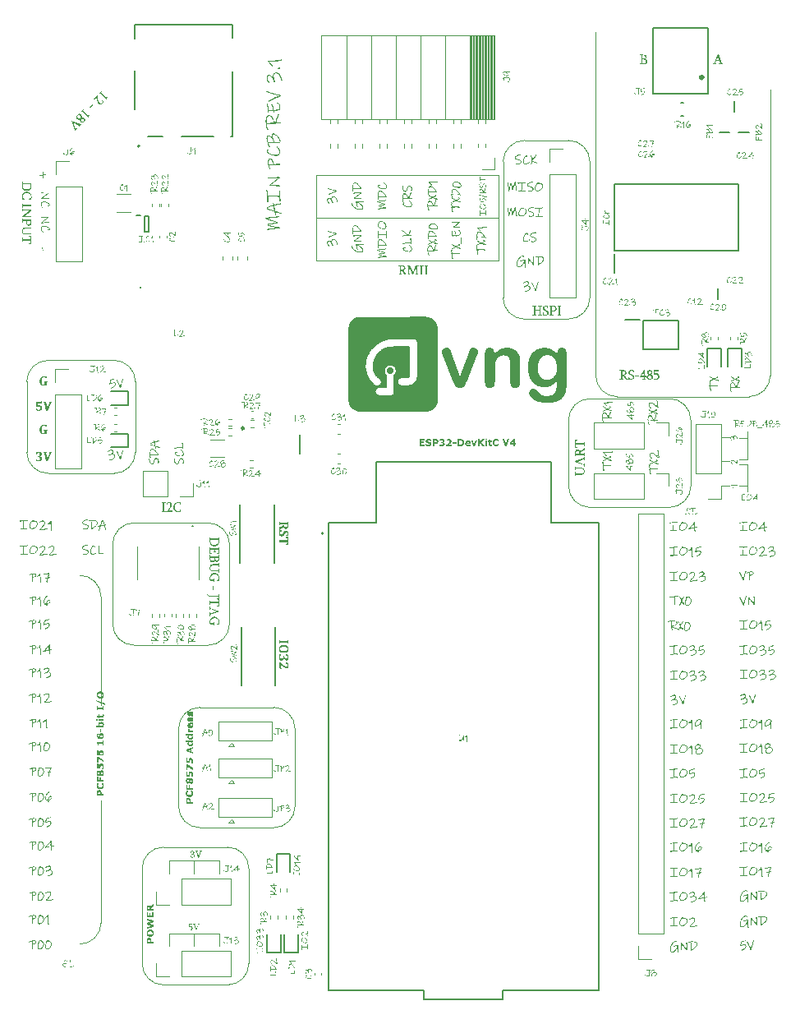
<source format=gto>
%TF.GenerationSoftware,KiCad,Pcbnew,8.0.2*%
%TF.CreationDate,2024-05-28T09:54:11+02:00*%
%TF.ProjectId,esp_mini_open_brd,6573705f-6d69-46e6-995f-6f70656e5f62,rev?*%
%TF.SameCoordinates,Original*%
%TF.FileFunction,Legend,Top*%
%TF.FilePolarity,Positive*%
%FSLAX46Y46*%
G04 Gerber Fmt 4.6, Leading zero omitted, Abs format (unit mm)*
G04 Created by KiCad (PCBNEW 8.0.2) date 2024-05-28 09:54:11*
%MOMM*%
%LPD*%
G01*
G04 APERTURE LIST*
%ADD10C,0.000000*%
%ADD11C,0.120000*%
%ADD12C,0.080000*%
%ADD13C,0.300000*%
%ADD14C,0.150000*%
%ADD15C,0.127000*%
%ADD16C,0.200000*%
%ADD17C,0.400000*%
%ADD18C,0.100000*%
%ADD19C,0.250000*%
G04 APERTURE END LIST*
D10*
G36*
X154543583Y-87071273D02*
G01*
X154578193Y-87073529D01*
X154611252Y-87077289D01*
X154642763Y-87082553D01*
X154672724Y-87089322D01*
X154701138Y-87097596D01*
X154728003Y-87107375D01*
X154753321Y-87118659D01*
X154777092Y-87131448D01*
X154799316Y-87145742D01*
X154819993Y-87161543D01*
X154839125Y-87178849D01*
X154856710Y-87197662D01*
X154872751Y-87217980D01*
X154887247Y-87239806D01*
X154900198Y-87263138D01*
X154911972Y-87287887D01*
X154922987Y-87313963D01*
X154933242Y-87341366D01*
X154942738Y-87370097D01*
X154951473Y-87400156D01*
X154959450Y-87431544D01*
X154966666Y-87464259D01*
X154973123Y-87498302D01*
X154978820Y-87533675D01*
X154983758Y-87570376D01*
X154987936Y-87608406D01*
X154991354Y-87647765D01*
X154994013Y-87688454D01*
X154995912Y-87730472D01*
X154997052Y-87773820D01*
X154997431Y-87818498D01*
X154997564Y-87818498D01*
X154997567Y-87818631D01*
X154997567Y-90784610D01*
X154995874Y-90909539D01*
X154990793Y-91030030D01*
X154982324Y-91146083D01*
X154970464Y-91257701D01*
X154955212Y-91364886D01*
X154936566Y-91467638D01*
X154914525Y-91565959D01*
X154889088Y-91659851D01*
X154875010Y-91705169D01*
X154859911Y-91749495D01*
X154843792Y-91792828D01*
X154826653Y-91835168D01*
X154808492Y-91876516D01*
X154789310Y-91916870D01*
X154769108Y-91956231D01*
X154747883Y-91994598D01*
X154725637Y-92031972D01*
X154702369Y-92068352D01*
X154678080Y-92103737D01*
X154652767Y-92138129D01*
X154626433Y-92171526D01*
X154599076Y-92203928D01*
X154570696Y-92235335D01*
X154541293Y-92265747D01*
X154510800Y-92295180D01*
X154479151Y-92323648D01*
X154446346Y-92351152D01*
X154412385Y-92377693D01*
X154377268Y-92403270D01*
X154340996Y-92427884D01*
X154303568Y-92451535D01*
X154264985Y-92474222D01*
X154225248Y-92495947D01*
X154184355Y-92516710D01*
X154142308Y-92536510D01*
X154099106Y-92555348D01*
X154054750Y-92573224D01*
X154009240Y-92590139D01*
X153962577Y-92606091D01*
X153914759Y-92621083D01*
X153865627Y-92635116D01*
X153815020Y-92648244D01*
X153762937Y-92660466D01*
X153709379Y-92671783D01*
X153597837Y-92691701D01*
X153480396Y-92707998D01*
X153357058Y-92720673D01*
X153227825Y-92729727D01*
X153092697Y-92735159D01*
X152951676Y-92736970D01*
X152821570Y-92734663D01*
X152694973Y-92727741D01*
X152571886Y-92716202D01*
X152452309Y-92700044D01*
X152336241Y-92679267D01*
X152223684Y-92653868D01*
X152168721Y-92639435D01*
X152114636Y-92623846D01*
X152061429Y-92607101D01*
X152009098Y-92589200D01*
X151957951Y-92570386D01*
X151908292Y-92550901D01*
X151860122Y-92530747D01*
X151813441Y-92509922D01*
X151768249Y-92488427D01*
X151724546Y-92466261D01*
X151682332Y-92443424D01*
X151641608Y-92419916D01*
X151602374Y-92395737D01*
X151564630Y-92370886D01*
X151528377Y-92345364D01*
X151493613Y-92319170D01*
X151460341Y-92292304D01*
X151428559Y-92264765D01*
X151398268Y-92236554D01*
X151369468Y-92207671D01*
X151342291Y-92178400D01*
X151316869Y-92149026D01*
X151293202Y-92119550D01*
X151271289Y-92089972D01*
X151251130Y-92060292D01*
X151232725Y-92030509D01*
X151216074Y-92000624D01*
X151201176Y-91970637D01*
X151188032Y-91940547D01*
X151176641Y-91910355D01*
X151167003Y-91880061D01*
X151159118Y-91849664D01*
X151152985Y-91819165D01*
X151148605Y-91788564D01*
X151145977Y-91757861D01*
X151145101Y-91727055D01*
X151145598Y-91703935D01*
X151147086Y-91681359D01*
X151149567Y-91659324D01*
X151153041Y-91637833D01*
X151157508Y-91616884D01*
X151162968Y-91596477D01*
X151169421Y-91576613D01*
X151176868Y-91557292D01*
X151185309Y-91538513D01*
X151194744Y-91520277D01*
X151205172Y-91502584D01*
X151216595Y-91485433D01*
X151229013Y-91468825D01*
X151242425Y-91452759D01*
X151256832Y-91437236D01*
X151272235Y-91422255D01*
X151288339Y-91407982D01*
X151304853Y-91394629D01*
X151321775Y-91382197D01*
X151339106Y-91370686D01*
X151356846Y-91360096D01*
X151374994Y-91350427D01*
X151393550Y-91341679D01*
X151412514Y-91333852D01*
X151431885Y-91326945D01*
X151451665Y-91320960D01*
X151471851Y-91315895D01*
X151492445Y-91311751D01*
X151513445Y-91308528D01*
X151534853Y-91306226D01*
X151556667Y-91304844D01*
X151578887Y-91304384D01*
X151606721Y-91305158D01*
X151634115Y-91307479D01*
X151661070Y-91311347D01*
X151687585Y-91316764D01*
X151713662Y-91323728D01*
X151739300Y-91332240D01*
X151764500Y-91342301D01*
X151789263Y-91353911D01*
X151813589Y-91367069D01*
X151837477Y-91381776D01*
X151860930Y-91398032D01*
X151883946Y-91415837D01*
X151906527Y-91435192D01*
X151928672Y-91456097D01*
X151950383Y-91478551D01*
X151971659Y-91502556D01*
X152013107Y-91553162D01*
X152055285Y-91603991D01*
X152098183Y-91655068D01*
X152141787Y-91706417D01*
X152152849Y-91719150D01*
X152164056Y-91731650D01*
X152175409Y-91743917D01*
X152186907Y-91755952D01*
X152198551Y-91767755D01*
X152210341Y-91779325D01*
X152222277Y-91790662D01*
X152234358Y-91801767D01*
X152246585Y-91812639D01*
X152258958Y-91823278D01*
X152271476Y-91833686D01*
X152284140Y-91843860D01*
X152296950Y-91853802D01*
X152309906Y-91863512D01*
X152323007Y-91872989D01*
X152336254Y-91882233D01*
X152349744Y-91891214D01*
X152363571Y-91899900D01*
X152377735Y-91908293D01*
X152392237Y-91916391D01*
X152407076Y-91924195D01*
X152422252Y-91931706D01*
X152437765Y-91938924D01*
X152453614Y-91945848D01*
X152469800Y-91952480D01*
X152486322Y-91958818D01*
X152503180Y-91964864D01*
X152520374Y-91970618D01*
X152537904Y-91976079D01*
X152555769Y-91981249D01*
X152573969Y-91986126D01*
X152592504Y-91990712D01*
X152630611Y-91999040D01*
X152670118Y-92006263D01*
X152711027Y-92012378D01*
X152753338Y-92017386D01*
X152797050Y-92021283D01*
X152842163Y-92024068D01*
X152888678Y-92025741D01*
X152936595Y-92026299D01*
X153032936Y-92024575D01*
X153079024Y-92022420D01*
X153123723Y-92019403D01*
X153167034Y-92015524D01*
X153208957Y-92010783D01*
X153249492Y-92005180D01*
X153288639Y-91998716D01*
X153326399Y-91991389D01*
X153362772Y-91983200D01*
X153397757Y-91974150D01*
X153431356Y-91964237D01*
X153463567Y-91953462D01*
X153494392Y-91941826D01*
X153523831Y-91929327D01*
X153551884Y-91915967D01*
X153578730Y-91901831D01*
X153604551Y-91887008D01*
X153629346Y-91871496D01*
X153653116Y-91855297D01*
X153675861Y-91838410D01*
X153697582Y-91820835D01*
X153718279Y-91802574D01*
X153737952Y-91783625D01*
X153756602Y-91763990D01*
X153774229Y-91743668D01*
X153790834Y-91722660D01*
X153806417Y-91700966D01*
X153820979Y-91678586D01*
X153834519Y-91655519D01*
X153847038Y-91631768D01*
X153858537Y-91607331D01*
X153869240Y-91582441D01*
X153879372Y-91557331D01*
X153888935Y-91532001D01*
X153897926Y-91506452D01*
X153906347Y-91480683D01*
X153914198Y-91454696D01*
X153921478Y-91428489D01*
X153928188Y-91402063D01*
X153934327Y-91375419D01*
X153939896Y-91348557D01*
X153944894Y-91321476D01*
X153949322Y-91294177D01*
X153953179Y-91266661D01*
X153956466Y-91238926D01*
X153959182Y-91210975D01*
X153961328Y-91182806D01*
X153968320Y-91052507D01*
X153974407Y-90887829D01*
X153979576Y-90688771D01*
X153983816Y-90455335D01*
X153954086Y-90495872D01*
X153923783Y-90535181D01*
X153892907Y-90573262D01*
X153861459Y-90610116D01*
X153829438Y-90645741D01*
X153796846Y-90680139D01*
X153763683Y-90713309D01*
X153729948Y-90745251D01*
X153695643Y-90775966D01*
X153660768Y-90805452D01*
X153625324Y-90833711D01*
X153589309Y-90860742D01*
X153552726Y-90886545D01*
X153515575Y-90911120D01*
X153477855Y-90934468D01*
X153439567Y-90956587D01*
X153400535Y-90977420D01*
X153360583Y-90996908D01*
X153319710Y-91015050D01*
X153277915Y-91031847D01*
X153235200Y-91047299D01*
X153191564Y-91061407D01*
X153147008Y-91074170D01*
X153101530Y-91085588D01*
X153055131Y-91095663D01*
X153007811Y-91104394D01*
X152959571Y-91111781D01*
X152910409Y-91117824D01*
X152860327Y-91122525D01*
X152809324Y-91125882D01*
X152757399Y-91127896D01*
X152704554Y-91128567D01*
X152640991Y-91127544D01*
X152578440Y-91124474D01*
X152516903Y-91119359D01*
X152456378Y-91112198D01*
X152396864Y-91102991D01*
X152338361Y-91091739D01*
X152280868Y-91078442D01*
X152224385Y-91063099D01*
X152168912Y-91045712D01*
X152114447Y-91026280D01*
X152060991Y-91004804D01*
X152008541Y-90981283D01*
X151957099Y-90955718D01*
X151906663Y-90928110D01*
X151857233Y-90898458D01*
X151808808Y-90866762D01*
X151761579Y-90833225D01*
X151715736Y-90798048D01*
X151671279Y-90761231D01*
X151628210Y-90722777D01*
X151586528Y-90682684D01*
X151546234Y-90640955D01*
X151507328Y-90597588D01*
X151469811Y-90552586D01*
X151433683Y-90505947D01*
X151398944Y-90457674D01*
X151365595Y-90407767D01*
X151333637Y-90356225D01*
X151303069Y-90303051D01*
X151273892Y-90248244D01*
X151246106Y-90191804D01*
X151219712Y-90133734D01*
X151194795Y-90074253D01*
X151171486Y-90013635D01*
X151149786Y-89951879D01*
X151129694Y-89888984D01*
X151111212Y-89824950D01*
X151094337Y-89759777D01*
X151079070Y-89693466D01*
X151065411Y-89626015D01*
X151053360Y-89557424D01*
X151042916Y-89487694D01*
X151034080Y-89416824D01*
X151026850Y-89344814D01*
X151021228Y-89271664D01*
X151017212Y-89197374D01*
X151014802Y-89121942D01*
X151014706Y-89112708D01*
X152039126Y-89112708D01*
X152039129Y-89112840D01*
X152040188Y-89189271D01*
X152043365Y-89263336D01*
X152048659Y-89335035D01*
X152056073Y-89404366D01*
X152065604Y-89471330D01*
X152077254Y-89535926D01*
X152091023Y-89598155D01*
X152106911Y-89658015D01*
X152124919Y-89715505D01*
X152145046Y-89770627D01*
X152167292Y-89823379D01*
X152191658Y-89873761D01*
X152218145Y-89921773D01*
X152246752Y-89967414D01*
X152277479Y-90010684D01*
X152310327Y-90051582D01*
X152344831Y-90090077D01*
X152380579Y-90126089D01*
X152417571Y-90159617D01*
X152455806Y-90190662D01*
X152495284Y-90219223D01*
X152536005Y-90245300D01*
X152577970Y-90268894D01*
X152621178Y-90290005D01*
X152665630Y-90308631D01*
X152711325Y-90324775D01*
X152758263Y-90338434D01*
X152806445Y-90349610D01*
X152855870Y-90358303D01*
X152906538Y-90364512D01*
X152958450Y-90368237D01*
X153011605Y-90369479D01*
X153043293Y-90368946D01*
X153074759Y-90367346D01*
X153106002Y-90364679D01*
X153137024Y-90360946D01*
X153167824Y-90356146D01*
X153198405Y-90350280D01*
X153228766Y-90343347D01*
X153258907Y-90335347D01*
X153288830Y-90326281D01*
X153318535Y-90316149D01*
X153348023Y-90304949D01*
X153377294Y-90292683D01*
X153406348Y-90279351D01*
X153435187Y-90264952D01*
X153463810Y-90249486D01*
X153492219Y-90232954D01*
X153520168Y-90215347D01*
X153547460Y-90196659D01*
X153574094Y-90176888D01*
X153600072Y-90156037D01*
X153625394Y-90134103D01*
X153650059Y-90111089D01*
X153674068Y-90086994D01*
X153697421Y-90061818D01*
X153720118Y-90035561D01*
X153742160Y-90008225D01*
X153763546Y-89979808D01*
X153784277Y-89950310D01*
X153804352Y-89919734D01*
X153823773Y-89888077D01*
X153842540Y-89855342D01*
X153860652Y-89821527D01*
X153877857Y-89786710D01*
X153893952Y-89750970D01*
X153908937Y-89714307D01*
X153922812Y-89676721D01*
X153935577Y-89638212D01*
X153947232Y-89598782D01*
X153957777Y-89558430D01*
X153967212Y-89517156D01*
X153975537Y-89474962D01*
X153982752Y-89431847D01*
X153988857Y-89387813D01*
X153993852Y-89342858D01*
X153997737Y-89296984D01*
X154000512Y-89250191D01*
X154002177Y-89202480D01*
X154002732Y-89153850D01*
X154001658Y-89076847D01*
X153998435Y-89002008D01*
X153993064Y-88929333D01*
X153985545Y-88858821D01*
X153975878Y-88790473D01*
X153964063Y-88724288D01*
X153950100Y-88660266D01*
X153933990Y-88598407D01*
X153915733Y-88538711D01*
X153895329Y-88481177D01*
X153872779Y-88425805D01*
X153848081Y-88372596D01*
X153821238Y-88321548D01*
X153792248Y-88272662D01*
X153761112Y-88225938D01*
X153727830Y-88181375D01*
X153692795Y-88139252D01*
X153656399Y-88099847D01*
X153618643Y-88063162D01*
X153579525Y-88029196D01*
X153539048Y-87997948D01*
X153497210Y-87969418D01*
X153454012Y-87943606D01*
X153409454Y-87920512D01*
X153363537Y-87900135D01*
X153316260Y-87882477D01*
X153267624Y-87867535D01*
X153217629Y-87855310D01*
X153166275Y-87845803D01*
X153113563Y-87839012D01*
X153059492Y-87834938D01*
X153004063Y-87833579D01*
X152948805Y-87834880D01*
X152895226Y-87838782D01*
X152843291Y-87845285D01*
X152792969Y-87854389D01*
X152744226Y-87866093D01*
X152697028Y-87880398D01*
X152651344Y-87897303D01*
X152607138Y-87916808D01*
X152564380Y-87938912D01*
X152523034Y-87963617D01*
X152483069Y-87990921D01*
X152444450Y-88020824D01*
X152407146Y-88053326D01*
X152371122Y-88088427D01*
X152336346Y-88126127D01*
X152302784Y-88166426D01*
X152270850Y-88209142D01*
X152240977Y-88254048D01*
X152213166Y-88301144D01*
X152187416Y-88350429D01*
X152163727Y-88401903D01*
X152142099Y-88455568D01*
X152122531Y-88511423D01*
X152105025Y-88569468D01*
X152089578Y-88629704D01*
X152076192Y-88692131D01*
X152064865Y-88756749D01*
X152055599Y-88823557D01*
X152048392Y-88892557D01*
X152043244Y-88963749D01*
X152040156Y-89037132D01*
X152039126Y-89112708D01*
X151014706Y-89112708D01*
X151013999Y-89045370D01*
X151015953Y-88931777D01*
X151021817Y-88820985D01*
X151031594Y-88712993D01*
X151045286Y-88607799D01*
X151062898Y-88505402D01*
X151084432Y-88405800D01*
X151109891Y-88308992D01*
X151139279Y-88214976D01*
X151155347Y-88169143D01*
X151172250Y-88124216D01*
X151189987Y-88080194D01*
X151208558Y-88037079D01*
X151227963Y-87994869D01*
X151248202Y-87953566D01*
X151269276Y-87913170D01*
X151291183Y-87873680D01*
X151313924Y-87835097D01*
X151337499Y-87797421D01*
X151361909Y-87760653D01*
X151387152Y-87724792D01*
X151413229Y-87689839D01*
X151440141Y-87655793D01*
X151467886Y-87622656D01*
X151496466Y-87590427D01*
X151525717Y-87559117D01*
X151555526Y-87528787D01*
X151585892Y-87499437D01*
X151616817Y-87471067D01*
X151648298Y-87443676D01*
X151680337Y-87417265D01*
X151712933Y-87391834D01*
X151746085Y-87367383D01*
X151779794Y-87343912D01*
X151814059Y-87321420D01*
X151848880Y-87299908D01*
X151884258Y-87279376D01*
X151920191Y-87259824D01*
X151956679Y-87241252D01*
X151993723Y-87223659D01*
X152031323Y-87207046D01*
X152069432Y-87191427D01*
X152108007Y-87176815D01*
X152147048Y-87163211D01*
X152186555Y-87150615D01*
X152226528Y-87139027D01*
X152266969Y-87128446D01*
X152307877Y-87118873D01*
X152349252Y-87110308D01*
X152391096Y-87102750D01*
X152433409Y-87096200D01*
X152476190Y-87090658D01*
X152519441Y-87086123D01*
X152563162Y-87082596D01*
X152607353Y-87080077D01*
X152652014Y-87078565D01*
X152697146Y-87078062D01*
X152750916Y-87078713D01*
X152803782Y-87080665D01*
X152855742Y-87083920D01*
X152906797Y-87088475D01*
X152956948Y-87094331D01*
X153006195Y-87101488D01*
X153054537Y-87109944D01*
X153101975Y-87119700D01*
X153148510Y-87130755D01*
X153194140Y-87143109D01*
X153238868Y-87156761D01*
X153282692Y-87171712D01*
X153325613Y-87187959D01*
X153367631Y-87205504D01*
X153408746Y-87224346D01*
X153448959Y-87244485D01*
X153488521Y-87266034D01*
X153527732Y-87289058D01*
X153566593Y-87313559D01*
X153605104Y-87339534D01*
X153643265Y-87366985D01*
X153681075Y-87395910D01*
X153718535Y-87426310D01*
X153755644Y-87458185D01*
X153792403Y-87491534D01*
X153828812Y-87526358D01*
X153864870Y-87562655D01*
X153900578Y-87600426D01*
X153935936Y-87639670D01*
X153970943Y-87680388D01*
X154005599Y-87722579D01*
X154039906Y-87766243D01*
X154039906Y-87627866D01*
X154040416Y-87595144D01*
X154041947Y-87563355D01*
X154044499Y-87532500D01*
X154048073Y-87502579D01*
X154052669Y-87473592D01*
X154058288Y-87445540D01*
X154064931Y-87418421D01*
X154072599Y-87392238D01*
X154081290Y-87366989D01*
X154091008Y-87342675D01*
X154101751Y-87319297D01*
X154113520Y-87296853D01*
X154126317Y-87275346D01*
X154140141Y-87254774D01*
X154154994Y-87235138D01*
X154170875Y-87216438D01*
X154187516Y-87198776D01*
X154204745Y-87182252D01*
X154222562Y-87166866D01*
X154240966Y-87152618D01*
X154259958Y-87139509D01*
X154279535Y-87127539D01*
X154299698Y-87116708D01*
X154320447Y-87107017D01*
X154341779Y-87098465D01*
X154363696Y-87091052D01*
X154386196Y-87084780D01*
X154409278Y-87079647D01*
X154432943Y-87075655D01*
X154457189Y-87072803D01*
X154482017Y-87071091D01*
X154507424Y-87070521D01*
X154543583Y-87071273D01*
G37*
G36*
X147077866Y-87070638D02*
G01*
X147094398Y-87071382D01*
X147110722Y-87072623D01*
X147126840Y-87074361D01*
X147142752Y-87076595D01*
X147158458Y-87079326D01*
X147173958Y-87082555D01*
X147189253Y-87086281D01*
X147204344Y-87090505D01*
X147219230Y-87095227D01*
X147233913Y-87100446D01*
X147248392Y-87106164D01*
X147262668Y-87112381D01*
X147276741Y-87119096D01*
X147290612Y-87126309D01*
X147304281Y-87134022D01*
X147317658Y-87142231D01*
X147330704Y-87150933D01*
X147343416Y-87160129D01*
X147355796Y-87169819D01*
X147367842Y-87180004D01*
X147379555Y-87190684D01*
X147390934Y-87201859D01*
X147401978Y-87213529D01*
X147412688Y-87225696D01*
X147423062Y-87238359D01*
X147433100Y-87251519D01*
X147442803Y-87265177D01*
X147452169Y-87279332D01*
X147461198Y-87293985D01*
X147469890Y-87309136D01*
X147478245Y-87324787D01*
X147486153Y-87340905D01*
X147493555Y-87357461D01*
X147500450Y-87374454D01*
X147506839Y-87391885D01*
X147512719Y-87409755D01*
X147518091Y-87428062D01*
X147522954Y-87446808D01*
X147527308Y-87465992D01*
X147531152Y-87485615D01*
X147534485Y-87505676D01*
X147537307Y-87526177D01*
X147539617Y-87547117D01*
X147541415Y-87568497D01*
X147542700Y-87590316D01*
X147543471Y-87612576D01*
X147543728Y-87635275D01*
X147543331Y-87635275D01*
X147543330Y-87635275D01*
X147543330Y-87758703D01*
X147577186Y-87715039D01*
X147611437Y-87672848D01*
X147646082Y-87632130D01*
X147681121Y-87592886D01*
X147716555Y-87555115D01*
X147752384Y-87518817D01*
X147788607Y-87483994D01*
X147825226Y-87450645D01*
X147862240Y-87418770D01*
X147899650Y-87388370D01*
X147937455Y-87359445D01*
X147975657Y-87331994D01*
X148014254Y-87306018D01*
X148053248Y-87281518D01*
X148092638Y-87258493D01*
X148132424Y-87236944D01*
X148172780Y-87216806D01*
X148213877Y-87197964D01*
X148255716Y-87180419D01*
X148298297Y-87164172D01*
X148341621Y-87149221D01*
X148385688Y-87135569D01*
X148430498Y-87123215D01*
X148476052Y-87112160D01*
X148522350Y-87102404D01*
X148569392Y-87093948D01*
X148617180Y-87086792D01*
X148665712Y-87080935D01*
X148714991Y-87076380D01*
X148765015Y-87073126D01*
X148815787Y-87071173D01*
X148867304Y-87070522D01*
X148918690Y-87071208D01*
X148969085Y-87073269D01*
X149018524Y-87076703D01*
X149067038Y-87081510D01*
X149114662Y-87087691D01*
X149161429Y-87095246D01*
X149207371Y-87104174D01*
X149252522Y-87114475D01*
X149296915Y-87126151D01*
X149340582Y-87139199D01*
X149383558Y-87153622D01*
X149425876Y-87169418D01*
X149467567Y-87186587D01*
X149508667Y-87205130D01*
X149549207Y-87225047D01*
X149589221Y-87246337D01*
X149628330Y-87268883D01*
X149666183Y-87292567D01*
X149702781Y-87317389D01*
X149738123Y-87343350D01*
X149772209Y-87370450D01*
X149805040Y-87398688D01*
X149836614Y-87428066D01*
X149866933Y-87458583D01*
X149895997Y-87490239D01*
X149923804Y-87523035D01*
X149950356Y-87556970D01*
X149975653Y-87592046D01*
X149999693Y-87628262D01*
X150022478Y-87665619D01*
X150044007Y-87704116D01*
X150064280Y-87743754D01*
X150076627Y-87767259D01*
X150088416Y-87790995D01*
X150099648Y-87814960D01*
X150110323Y-87839157D01*
X150120443Y-87863584D01*
X150130008Y-87888242D01*
X150139018Y-87913133D01*
X150147475Y-87938255D01*
X150155377Y-87963611D01*
X150162727Y-87989199D01*
X150169525Y-88015020D01*
X150175771Y-88041075D01*
X150181466Y-88067364D01*
X150186610Y-88093888D01*
X150191204Y-88120646D01*
X150195249Y-88147640D01*
X150202269Y-88203736D01*
X150208348Y-88263575D01*
X150213488Y-88327157D01*
X150217689Y-88394480D01*
X150220954Y-88465542D01*
X150223285Y-88540342D01*
X150224682Y-88618878D01*
X150225147Y-88701148D01*
X150225147Y-90601121D01*
X150224600Y-90638883D01*
X150222958Y-90675473D01*
X150220221Y-90710893D01*
X150216389Y-90745141D01*
X150211462Y-90778219D01*
X150205439Y-90810127D01*
X150198321Y-90840865D01*
X150190106Y-90870434D01*
X150180796Y-90898834D01*
X150170389Y-90926065D01*
X150158886Y-90952128D01*
X150146287Y-90977024D01*
X150132590Y-91000752D01*
X150117797Y-91023313D01*
X150101906Y-91044708D01*
X150084918Y-91064936D01*
X150067052Y-91083968D01*
X150048530Y-91101771D01*
X150029350Y-91118347D01*
X150009512Y-91133695D01*
X149989017Y-91147815D01*
X149967865Y-91160707D01*
X149946055Y-91172371D01*
X149923589Y-91182808D01*
X149900464Y-91192017D01*
X149876683Y-91199998D01*
X149852244Y-91206751D01*
X149827148Y-91212276D01*
X149801394Y-91216573D01*
X149774983Y-91219643D01*
X149747915Y-91221485D01*
X149720190Y-91222099D01*
X149692415Y-91221469D01*
X149665207Y-91219582D01*
X149638576Y-91216436D01*
X149612532Y-91212032D01*
X149587088Y-91206371D01*
X149562254Y-91199454D01*
X149538042Y-91191279D01*
X149514461Y-91181849D01*
X149491524Y-91171163D01*
X149469242Y-91159222D01*
X149447624Y-91146025D01*
X149426684Y-91131574D01*
X149406430Y-91115869D01*
X149386876Y-91098910D01*
X149368031Y-91080698D01*
X149349906Y-91061232D01*
X149332679Y-91040599D01*
X149316568Y-91018884D01*
X149301572Y-90996087D01*
X149287690Y-90972206D01*
X149274922Y-90947243D01*
X149263268Y-90921197D01*
X149252726Y-90894067D01*
X149243296Y-90865854D01*
X149234978Y-90836558D01*
X149227771Y-90806177D01*
X149221674Y-90774712D01*
X149216687Y-90742163D01*
X149212809Y-90708530D01*
X149210040Y-90673812D01*
X149208379Y-90638009D01*
X149207826Y-90601122D01*
X149207826Y-88899322D01*
X149205636Y-88776786D01*
X149202900Y-88718307D01*
X149199067Y-88661687D01*
X149194140Y-88606925D01*
X149188117Y-88554020D01*
X149180999Y-88502972D01*
X149172785Y-88453780D01*
X149163474Y-88406445D01*
X149153068Y-88360964D01*
X149141565Y-88317337D01*
X149128965Y-88275565D01*
X149115268Y-88235646D01*
X149100475Y-88197580D01*
X149084584Y-88161366D01*
X149067596Y-88127004D01*
X149058556Y-88110559D01*
X149048971Y-88094635D01*
X149038842Y-88079233D01*
X149028169Y-88064353D01*
X149016952Y-88049995D01*
X149005191Y-88036159D01*
X148992886Y-88022844D01*
X148980036Y-88010052D01*
X148966642Y-87997781D01*
X148952704Y-87986032D01*
X148938222Y-87974805D01*
X148923196Y-87964100D01*
X148907626Y-87953916D01*
X148891511Y-87944255D01*
X148874853Y-87935116D01*
X148857650Y-87926499D01*
X148839903Y-87918404D01*
X148821612Y-87910831D01*
X148802776Y-87903780D01*
X148783397Y-87897252D01*
X148763473Y-87891245D01*
X148743006Y-87885761D01*
X148721994Y-87880798D01*
X148700438Y-87876358D01*
X148678337Y-87872441D01*
X148655693Y-87869045D01*
X148632504Y-87866172D01*
X148608772Y-87863822D01*
X148559674Y-87860687D01*
X148508399Y-87859642D01*
X148474459Y-87860278D01*
X148440900Y-87862185D01*
X148407721Y-87865363D01*
X148374924Y-87869812D01*
X148342506Y-87875533D01*
X148310470Y-87882525D01*
X148278813Y-87890788D01*
X148247537Y-87900322D01*
X148216640Y-87911127D01*
X148186123Y-87923204D01*
X148155986Y-87936552D01*
X148126227Y-87951171D01*
X148096848Y-87967062D01*
X148067848Y-87984224D01*
X148039226Y-88002657D01*
X148010983Y-88022361D01*
X147983395Y-88043175D01*
X147956741Y-88064938D01*
X147931021Y-88087651D01*
X147906236Y-88111313D01*
X147882386Y-88135924D01*
X147859471Y-88161485D01*
X147837491Y-88187996D01*
X147816447Y-88215457D01*
X147796340Y-88243868D01*
X147777170Y-88273230D01*
X147758937Y-88303543D01*
X147741641Y-88334807D01*
X147725283Y-88367022D01*
X147709864Y-88400188D01*
X147695383Y-88434305D01*
X147681842Y-88469374D01*
X147672783Y-88499448D01*
X147664310Y-88532620D01*
X147656423Y-88568888D01*
X147649122Y-88608254D01*
X147642405Y-88650716D01*
X147636274Y-88696274D01*
X147630728Y-88744929D01*
X147625766Y-88796680D01*
X147617596Y-88909470D01*
X147611762Y-89034642D01*
X147608262Y-89172195D01*
X147607096Y-89322126D01*
X147607096Y-90601254D01*
X147606534Y-90639466D01*
X147604846Y-90676463D01*
X147602032Y-90712244D01*
X147598094Y-90746810D01*
X147593031Y-90780162D01*
X147586844Y-90812300D01*
X147579532Y-90843223D01*
X147571096Y-90872932D01*
X147561536Y-90901427D01*
X147550853Y-90928708D01*
X147539046Y-90954776D01*
X147526115Y-90979631D01*
X147512061Y-91003273D01*
X147496885Y-91025701D01*
X147480585Y-91046917D01*
X147463163Y-91066921D01*
X147444826Y-91085712D01*
X147425832Y-91103291D01*
X147406181Y-91119657D01*
X147385873Y-91134811D01*
X147364909Y-91148753D01*
X147343288Y-91161482D01*
X147321012Y-91173000D01*
X147298079Y-91183304D01*
X147274490Y-91192397D01*
X147250246Y-91200277D01*
X147225347Y-91206945D01*
X147199792Y-91212400D01*
X147173583Y-91216643D01*
X147146718Y-91219674D01*
X147119199Y-91221493D01*
X147091026Y-91222099D01*
X147062943Y-91221469D01*
X147035683Y-91219582D01*
X147009223Y-91216436D01*
X146983541Y-91212032D01*
X146958617Y-91206371D01*
X146934429Y-91199454D01*
X146910955Y-91191279D01*
X146888174Y-91181849D01*
X146866064Y-91171163D01*
X146844603Y-91159222D01*
X146823771Y-91146025D01*
X146803546Y-91131574D01*
X146783906Y-91115869D01*
X146764829Y-91098910D01*
X146746295Y-91080698D01*
X146728282Y-91061232D01*
X146711055Y-91040599D01*
X146694943Y-91018884D01*
X146679947Y-90996087D01*
X146666065Y-90972206D01*
X146653297Y-90947243D01*
X146641643Y-90921197D01*
X146631101Y-90894067D01*
X146621671Y-90865854D01*
X146613353Y-90836558D01*
X146606146Y-90806177D01*
X146600049Y-90774712D01*
X146595062Y-90742163D01*
X146591185Y-90708530D01*
X146588416Y-90673812D01*
X146586754Y-90638009D01*
X146586201Y-90601122D01*
X146586201Y-87650092D01*
X146586697Y-87614206D01*
X146588186Y-87579473D01*
X146590667Y-87545894D01*
X146594140Y-87513468D01*
X146598607Y-87482195D01*
X146604067Y-87452076D01*
X146610520Y-87423110D01*
X146617967Y-87395298D01*
X146626408Y-87368639D01*
X146635842Y-87343134D01*
X146646271Y-87318782D01*
X146657694Y-87295583D01*
X146670111Y-87273538D01*
X146683523Y-87252646D01*
X146697930Y-87232908D01*
X146713333Y-87214323D01*
X146729597Y-87196901D01*
X146746590Y-87180601D01*
X146764312Y-87165425D01*
X146782763Y-87151371D01*
X146801944Y-87138440D01*
X146821854Y-87126633D01*
X146842495Y-87115949D01*
X146863865Y-87106390D01*
X146885965Y-87097954D01*
X146908796Y-87090642D01*
X146932357Y-87084455D01*
X146956649Y-87079392D01*
X146981672Y-87075454D01*
X147007426Y-87072641D01*
X147033911Y-87070952D01*
X147061128Y-87070390D01*
X147077866Y-87070638D01*
G37*
G36*
X145439102Y-87071034D02*
G01*
X145462732Y-87072569D01*
X145485908Y-87075127D01*
X145508633Y-87078708D01*
X145530904Y-87083312D01*
X145552723Y-87088940D01*
X145574089Y-87095591D01*
X145595002Y-87103265D01*
X145615463Y-87111962D01*
X145635471Y-87121682D01*
X145655027Y-87132426D01*
X145674130Y-87144192D01*
X145692780Y-87156982D01*
X145710977Y-87170795D01*
X145728722Y-87185632D01*
X145746014Y-87201491D01*
X145762546Y-87218022D01*
X145778012Y-87234872D01*
X145792411Y-87252042D01*
X145805744Y-87269532D01*
X145818010Y-87287342D01*
X145829209Y-87305473D01*
X145839342Y-87323924D01*
X145848408Y-87342696D01*
X145856407Y-87361788D01*
X145863340Y-87381202D01*
X145869206Y-87400937D01*
X145874006Y-87420994D01*
X145877739Y-87441372D01*
X145880406Y-87462072D01*
X145882006Y-87483095D01*
X145882539Y-87504439D01*
X145882160Y-87521610D01*
X145881024Y-87539486D01*
X145879128Y-87558066D01*
X145876470Y-87577348D01*
X145873050Y-87597331D01*
X145868865Y-87618013D01*
X145863915Y-87639393D01*
X145858196Y-87661469D01*
X145851983Y-87683719D01*
X145845545Y-87705621D01*
X145838880Y-87727177D01*
X145831987Y-87748385D01*
X145824865Y-87769246D01*
X145817511Y-87789759D01*
X145809925Y-87809925D01*
X145802105Y-87829744D01*
X145729212Y-88009264D01*
X144749328Y-90440388D01*
X144702067Y-90559152D01*
X144642701Y-90705897D01*
X144626095Y-90745393D01*
X144609019Y-90783416D01*
X144591474Y-90819969D01*
X144573463Y-90855056D01*
X144554987Y-90888679D01*
X144536047Y-90920842D01*
X144516645Y-90951548D01*
X144496783Y-90980799D01*
X144486590Y-90994865D01*
X144476103Y-91008537D01*
X144465322Y-91021815D01*
X144454247Y-91034698D01*
X144442880Y-91047187D01*
X144431220Y-91059281D01*
X144419268Y-91070980D01*
X144407023Y-91082284D01*
X144394488Y-91093193D01*
X144381661Y-91103706D01*
X144368544Y-91113823D01*
X144355136Y-91123544D01*
X144341439Y-91132870D01*
X144327451Y-91141799D01*
X144313175Y-91150331D01*
X144298610Y-91158467D01*
X144283701Y-91166158D01*
X144268393Y-91173356D01*
X144252686Y-91180060D01*
X144236580Y-91186269D01*
X144220077Y-91191984D01*
X144203177Y-91197204D01*
X144185880Y-91201929D01*
X144168187Y-91206158D01*
X144150100Y-91209891D01*
X144131617Y-91213128D01*
X144112740Y-91215868D01*
X144093470Y-91218110D01*
X144073806Y-91219855D01*
X144053750Y-91221102D01*
X144033303Y-91221850D01*
X144012464Y-91222100D01*
X143985695Y-91221712D01*
X143959611Y-91220549D01*
X143934214Y-91218612D01*
X143909501Y-91215900D01*
X143885475Y-91212414D01*
X143862136Y-91208154D01*
X143839482Y-91203120D01*
X143817515Y-91197312D01*
X143796235Y-91190730D01*
X143775642Y-91183375D01*
X143755736Y-91175246D01*
X143736518Y-91166345D01*
X143717987Y-91156671D01*
X143700143Y-91146224D01*
X143682988Y-91135005D01*
X143666521Y-91123014D01*
X143650660Y-91110561D01*
X143635323Y-91097961D01*
X143620510Y-91085212D01*
X143606222Y-91072315D01*
X143592459Y-91059269D01*
X143579221Y-91046076D01*
X143566508Y-91032735D01*
X143554321Y-91019247D01*
X143542659Y-91005611D01*
X143531522Y-90991829D01*
X143520912Y-90977899D01*
X143510828Y-90963823D01*
X143501270Y-90949600D01*
X143492239Y-90935231D01*
X143483734Y-90920716D01*
X143475756Y-90906055D01*
X143459013Y-90872996D01*
X143439641Y-90832755D01*
X143417639Y-90785329D01*
X143393008Y-90730719D01*
X143365747Y-90668921D01*
X143335858Y-90599934D01*
X143268190Y-90440388D01*
X142295715Y-88035458D01*
X142261567Y-87945698D01*
X142226526Y-87855938D01*
X142217820Y-87833453D01*
X142209463Y-87810845D01*
X142201456Y-87788117D01*
X142193800Y-87765269D01*
X142186499Y-87742303D01*
X142179552Y-87719221D01*
X142172962Y-87696024D01*
X142166730Y-87672714D01*
X142161012Y-87649757D01*
X142156062Y-87627617D01*
X142151878Y-87606292D01*
X142148457Y-87585782D01*
X142145800Y-87566083D01*
X142143904Y-87547196D01*
X142142767Y-87529118D01*
X142142388Y-87511847D01*
X142142636Y-87498781D01*
X142143381Y-87485728D01*
X142144622Y-87472687D01*
X142146359Y-87459658D01*
X142148594Y-87446642D01*
X142151325Y-87433638D01*
X142154554Y-87420647D01*
X142158280Y-87407668D01*
X142162504Y-87394701D01*
X142167225Y-87381747D01*
X142172445Y-87368805D01*
X142178163Y-87355875D01*
X142184379Y-87342958D01*
X142191094Y-87330054D01*
X142198308Y-87317162D01*
X142206021Y-87304282D01*
X142214149Y-87291579D01*
X142222658Y-87279167D01*
X142231549Y-87267047D01*
X142240821Y-87255218D01*
X142250475Y-87243681D01*
X142260510Y-87232435D01*
X142270927Y-87221481D01*
X142281724Y-87210818D01*
X142292903Y-87200446D01*
X142304464Y-87190366D01*
X142316406Y-87180578D01*
X142328729Y-87171081D01*
X142341434Y-87161875D01*
X142354519Y-87152961D01*
X142367987Y-87144338D01*
X142381835Y-87136007D01*
X142395925Y-87128077D01*
X142410162Y-87120659D01*
X142424548Y-87113752D01*
X142439083Y-87107357D01*
X142453765Y-87101474D01*
X142468596Y-87096102D01*
X142483574Y-87091242D01*
X142498699Y-87086893D01*
X142513972Y-87083056D01*
X142529392Y-87079731D01*
X142544958Y-87076917D01*
X142560672Y-87074615D01*
X142576531Y-87072824D01*
X142592538Y-87071546D01*
X142608690Y-87070778D01*
X142624988Y-87070522D01*
X142656166Y-87071093D01*
X142686101Y-87072804D01*
X142714793Y-87075656D01*
X142742242Y-87079648D01*
X142768448Y-87084781D01*
X142793412Y-87091054D01*
X142817134Y-87098466D01*
X142839614Y-87107018D01*
X142860853Y-87116710D01*
X142880849Y-87127541D01*
X142899605Y-87139511D01*
X142917119Y-87152620D01*
X142933392Y-87166867D01*
X142948424Y-87182253D01*
X142962216Y-87198778D01*
X142974767Y-87216440D01*
X142986777Y-87235447D01*
X142998945Y-87256003D01*
X143011272Y-87278110D01*
X143023758Y-87301766D01*
X143036403Y-87326972D01*
X143049206Y-87353727D01*
X143075292Y-87411884D01*
X143102016Y-87476237D01*
X143129381Y-87546782D01*
X143157387Y-87623520D01*
X143186036Y-87706448D01*
X143185906Y-87706316D01*
X144012464Y-90025257D01*
X144902655Y-87605378D01*
X144928749Y-87535112D01*
X144954740Y-87470165D01*
X144980627Y-87410536D01*
X145006405Y-87356223D01*
X145032071Y-87307224D01*
X145057622Y-87263538D01*
X145070354Y-87243687D01*
X145083056Y-87225163D01*
X145095727Y-87207967D01*
X145108368Y-87192098D01*
X145121403Y-87177391D01*
X145135256Y-87163629D01*
X145149928Y-87150814D01*
X145165417Y-87138946D01*
X145181724Y-87128025D01*
X145198849Y-87118052D01*
X145216791Y-87109026D01*
X145235550Y-87100949D01*
X145255126Y-87093821D01*
X145275519Y-87087642D01*
X145296729Y-87082413D01*
X145318755Y-87078133D01*
X145341598Y-87074804D01*
X145365256Y-87072426D01*
X145389730Y-87070998D01*
X145415020Y-87070522D01*
X145439102Y-87071034D01*
G37*
G36*
X136835638Y-89083910D02*
G01*
X136852736Y-89085210D01*
X136869585Y-89087351D01*
X136886165Y-89090312D01*
X136902454Y-89094071D01*
X136918431Y-89098608D01*
X136934075Y-89103901D01*
X136949364Y-89109930D01*
X136964278Y-89116672D01*
X136978795Y-89124107D01*
X136992894Y-89132214D01*
X137006554Y-89140972D01*
X137019754Y-89150358D01*
X137032473Y-89160354D01*
X137044690Y-89170936D01*
X137056382Y-89182084D01*
X137067530Y-89193776D01*
X137078112Y-89205993D01*
X137088107Y-89218712D01*
X137097494Y-89231912D01*
X137106252Y-89245572D01*
X137114359Y-89259671D01*
X137121794Y-89274188D01*
X137128536Y-89289102D01*
X137134565Y-89304391D01*
X137139858Y-89320035D01*
X137144395Y-89336012D01*
X137148154Y-89352301D01*
X137151115Y-89368881D01*
X137153256Y-89385730D01*
X137154556Y-89402828D01*
X137154994Y-89420154D01*
X137154556Y-89437480D01*
X137153256Y-89454578D01*
X137151115Y-89471427D01*
X137148154Y-89488007D01*
X137144395Y-89504296D01*
X137139858Y-89520273D01*
X137134565Y-89535917D01*
X137128536Y-89551206D01*
X137121794Y-89566120D01*
X137114359Y-89580637D01*
X137106252Y-89594736D01*
X137097494Y-89608396D01*
X137088107Y-89621596D01*
X137078112Y-89634315D01*
X137067530Y-89646532D01*
X137056382Y-89658224D01*
X137044690Y-89669372D01*
X137032473Y-89679955D01*
X137019754Y-89689950D01*
X137006554Y-89699336D01*
X136992894Y-89708094D01*
X136978795Y-89716201D01*
X136964278Y-89723636D01*
X136949364Y-89730378D01*
X136934075Y-89736407D01*
X136918431Y-89741700D01*
X136902454Y-89746237D01*
X136886165Y-89749996D01*
X136869585Y-89752957D01*
X136852736Y-89755098D01*
X136835638Y-89756398D01*
X136818312Y-89756837D01*
X136800986Y-89756398D01*
X136783888Y-89755098D01*
X136767039Y-89752957D01*
X136750459Y-89749996D01*
X136734170Y-89746237D01*
X136718193Y-89741700D01*
X136702549Y-89736407D01*
X136687260Y-89730378D01*
X136672346Y-89723636D01*
X136657829Y-89716201D01*
X136643730Y-89708094D01*
X136630070Y-89699336D01*
X136616870Y-89689950D01*
X136604151Y-89679955D01*
X136591935Y-89669372D01*
X136580242Y-89658224D01*
X136569094Y-89646532D01*
X136558512Y-89634315D01*
X136548517Y-89621596D01*
X136539130Y-89608396D01*
X136530372Y-89594736D01*
X136522266Y-89580637D01*
X136514830Y-89566120D01*
X136508088Y-89551206D01*
X136502060Y-89535917D01*
X136496766Y-89520273D01*
X136492229Y-89504296D01*
X136488470Y-89488007D01*
X136485509Y-89471427D01*
X136483368Y-89454578D01*
X136482068Y-89437480D01*
X136481630Y-89420154D01*
X136482068Y-89402828D01*
X136483368Y-89385730D01*
X136485509Y-89368881D01*
X136488470Y-89352301D01*
X136492229Y-89336012D01*
X136496766Y-89320035D01*
X136502060Y-89304391D01*
X136508088Y-89289102D01*
X136514830Y-89274188D01*
X136522266Y-89259671D01*
X136530372Y-89245572D01*
X136539130Y-89231912D01*
X136548517Y-89218712D01*
X136558512Y-89205993D01*
X136569094Y-89193776D01*
X136580242Y-89182084D01*
X136591935Y-89170936D01*
X136604151Y-89160354D01*
X136616870Y-89150358D01*
X136630070Y-89140972D01*
X136643730Y-89132214D01*
X136657829Y-89124107D01*
X136672346Y-89116672D01*
X136687260Y-89109930D01*
X136702549Y-89103901D01*
X136718193Y-89098608D01*
X136734170Y-89094071D01*
X136750459Y-89090312D01*
X136767039Y-89087351D01*
X136783888Y-89085210D01*
X136800986Y-89083910D01*
X136818312Y-89083472D01*
X136835638Y-89083910D01*
G37*
G36*
X140564456Y-83881079D02*
G01*
X140619760Y-83885206D01*
X140675040Y-83892355D01*
X140730173Y-83902456D01*
X140785036Y-83915442D01*
X140839506Y-83931243D01*
X140893462Y-83949790D01*
X140946780Y-83971013D01*
X140999337Y-83994844D01*
X141051011Y-84021214D01*
X141101680Y-84050054D01*
X141151220Y-84081294D01*
X141199509Y-84114866D01*
X141246424Y-84150701D01*
X141291843Y-84188728D01*
X141335643Y-84228881D01*
X141377701Y-84271088D01*
X141417894Y-84315282D01*
X141456101Y-84361393D01*
X141492197Y-84409351D01*
X141526062Y-84459090D01*
X141557571Y-84510538D01*
X141586603Y-84563626D01*
X141613034Y-84618287D01*
X141636742Y-84674451D01*
X141657604Y-84732048D01*
X141675498Y-84791010D01*
X141690300Y-84851268D01*
X141701889Y-84912753D01*
X141710142Y-84975394D01*
X141714935Y-85039125D01*
X141716147Y-85103874D01*
X141709103Y-87224129D01*
X141711782Y-89344483D01*
X141704869Y-90878570D01*
X141705791Y-91645478D01*
X141717999Y-92412062D01*
X141717940Y-92475983D01*
X141714476Y-92539077D01*
X141707701Y-92601266D01*
X141697709Y-92662467D01*
X141684593Y-92722602D01*
X141668448Y-92781588D01*
X141649365Y-92839345D01*
X141627441Y-92895793D01*
X141602767Y-92950851D01*
X141575438Y-93004438D01*
X141545547Y-93056474D01*
X141513188Y-93106878D01*
X141478454Y-93155569D01*
X141441440Y-93202467D01*
X141402238Y-93247492D01*
X141360943Y-93290561D01*
X141317648Y-93331596D01*
X141272447Y-93370515D01*
X141225434Y-93407237D01*
X141176701Y-93441683D01*
X141126343Y-93473770D01*
X141074453Y-93503420D01*
X141021126Y-93530550D01*
X140966454Y-93555081D01*
X140910531Y-93576931D01*
X140853452Y-93596021D01*
X140795309Y-93612269D01*
X140736196Y-93625594D01*
X140676207Y-93635917D01*
X140615436Y-93643157D01*
X140553975Y-93647232D01*
X140491920Y-93648063D01*
X133725201Y-93647006D01*
X133667246Y-93646143D01*
X133609538Y-93642237D01*
X133552183Y-93635352D01*
X133495289Y-93625555D01*
X133438961Y-93612913D01*
X133383307Y-93597491D01*
X133328433Y-93579356D01*
X133274446Y-93558574D01*
X133221452Y-93535212D01*
X133169558Y-93509335D01*
X133118871Y-93481010D01*
X133069497Y-93450303D01*
X133021543Y-93417281D01*
X132975115Y-93382009D01*
X132930320Y-93344553D01*
X132887266Y-93304981D01*
X132846057Y-93263359D01*
X132806802Y-93219752D01*
X132769606Y-93174226D01*
X132734577Y-93126849D01*
X132701820Y-93077687D01*
X132671443Y-93026804D01*
X132643553Y-92974269D01*
X132618255Y-92920147D01*
X132595656Y-92864504D01*
X132575864Y-92807407D01*
X132558984Y-92748922D01*
X132545124Y-92689114D01*
X132534389Y-92628051D01*
X132526888Y-92565799D01*
X132522725Y-92502424D01*
X132522008Y-92437992D01*
X132530642Y-91574018D01*
X135324524Y-91574018D01*
X135324871Y-91591854D01*
X135326146Y-91609514D01*
X135328271Y-91626933D01*
X135331229Y-91644093D01*
X135335003Y-91660972D01*
X135339575Y-91677551D01*
X135344926Y-91693808D01*
X135351041Y-91709724D01*
X135357901Y-91725278D01*
X135365489Y-91740450D01*
X135373786Y-91755220D01*
X135382777Y-91769566D01*
X135392442Y-91783470D01*
X135402764Y-91796910D01*
X135413727Y-91809866D01*
X135425312Y-91822318D01*
X135437501Y-91834245D01*
X135450278Y-91845627D01*
X135463624Y-91856444D01*
X135477523Y-91866676D01*
X135491956Y-91876301D01*
X135506905Y-91885300D01*
X135522355Y-91893653D01*
X135538286Y-91901338D01*
X135554681Y-91908336D01*
X135571523Y-91914627D01*
X135588794Y-91920189D01*
X135606476Y-91925003D01*
X135624553Y-91929048D01*
X135643006Y-91932304D01*
X135661817Y-91934751D01*
X135680971Y-91936368D01*
X135700448Y-91937135D01*
X135993660Y-91941128D01*
X136286897Y-91943187D01*
X136580133Y-91943312D01*
X136873345Y-91941501D01*
X136890551Y-91941015D01*
X136907383Y-91939908D01*
X136923832Y-91938188D01*
X136939886Y-91935859D01*
X136955534Y-91932930D01*
X136970766Y-91929407D01*
X136985571Y-91925296D01*
X136999938Y-91920603D01*
X137013856Y-91915336D01*
X137027314Y-91909500D01*
X137040301Y-91903103D01*
X137052807Y-91896150D01*
X137064820Y-91888649D01*
X137076329Y-91880606D01*
X137087324Y-91872027D01*
X137097795Y-91862920D01*
X137107729Y-91853289D01*
X137117116Y-91843143D01*
X137125946Y-91832488D01*
X137134207Y-91821330D01*
X137141888Y-91809675D01*
X137148979Y-91797531D01*
X137155469Y-91784904D01*
X137161346Y-91771800D01*
X137166601Y-91758225D01*
X137171222Y-91744187D01*
X137175197Y-91729693D01*
X137178518Y-91714747D01*
X137181171Y-91699358D01*
X137183148Y-91683531D01*
X137184436Y-91667273D01*
X137185024Y-91650591D01*
X137189711Y-91203745D01*
X137191457Y-90756812D01*
X137187274Y-89862934D01*
X137187538Y-89862934D01*
X137209053Y-89843226D01*
X137229514Y-89822432D01*
X137248875Y-89800597D01*
X137267091Y-89777765D01*
X137284114Y-89753982D01*
X137299898Y-89729293D01*
X137314399Y-89703744D01*
X137327569Y-89677378D01*
X137339362Y-89650243D01*
X137349732Y-89622381D01*
X137358634Y-89593840D01*
X137366020Y-89564664D01*
X137371845Y-89534898D01*
X137376063Y-89504587D01*
X137378628Y-89473776D01*
X137379493Y-89442511D01*
X137378769Y-89413852D01*
X137376619Y-89385571D01*
X137373079Y-89357700D01*
X137368183Y-89330277D01*
X137361967Y-89303335D01*
X137354465Y-89276910D01*
X137345712Y-89251036D01*
X137335744Y-89225749D01*
X137324595Y-89201084D01*
X137312300Y-89177074D01*
X137298894Y-89153756D01*
X137284413Y-89131165D01*
X137268891Y-89109335D01*
X137252362Y-89088301D01*
X137234863Y-89068098D01*
X137216427Y-89048761D01*
X137197091Y-89030326D01*
X137176888Y-89012827D01*
X137155854Y-88996298D01*
X137134024Y-88980776D01*
X137111432Y-88966294D01*
X137088114Y-88952889D01*
X137064105Y-88940594D01*
X137039440Y-88929445D01*
X137014152Y-88919476D01*
X136988279Y-88910724D01*
X136961854Y-88903222D01*
X136934912Y-88897006D01*
X136907488Y-88892110D01*
X136879618Y-88888570D01*
X136851336Y-88886420D01*
X136822677Y-88885695D01*
X136794019Y-88886420D01*
X136765737Y-88888571D01*
X136737867Y-88892113D01*
X136710443Y-88897011D01*
X136683502Y-88903230D01*
X136657076Y-88910735D01*
X136631203Y-88919491D01*
X136605916Y-88929463D01*
X136581250Y-88940616D01*
X136557241Y-88952915D01*
X136533923Y-88966325D01*
X136511332Y-88980811D01*
X136489501Y-88996337D01*
X136468467Y-89012869D01*
X136448265Y-89030372D01*
X136428928Y-89048811D01*
X136410493Y-89068151D01*
X136392993Y-89088356D01*
X136376465Y-89109392D01*
X136360942Y-89131223D01*
X136346461Y-89153815D01*
X136333055Y-89177133D01*
X136320760Y-89201141D01*
X136309611Y-89225805D01*
X136299643Y-89251089D01*
X136290891Y-89276959D01*
X136283389Y-89303379D01*
X136277172Y-89330315D01*
X136272277Y-89357731D01*
X136268736Y-89385592D01*
X136266586Y-89413864D01*
X136265862Y-89442511D01*
X136266695Y-89473214D01*
X136269166Y-89503480D01*
X136273230Y-89533266D01*
X136278845Y-89562531D01*
X136285968Y-89591230D01*
X136294556Y-89619321D01*
X136304564Y-89646762D01*
X136315951Y-89673509D01*
X136328673Y-89699519D01*
X136342686Y-89724751D01*
X136357947Y-89749160D01*
X136374414Y-89772705D01*
X136392042Y-89795342D01*
X136410789Y-89817028D01*
X136430612Y-89837721D01*
X136451467Y-89857377D01*
X136451996Y-90080289D01*
X136451732Y-91207546D01*
X136063092Y-91204421D01*
X135876214Y-91204812D01*
X135783788Y-91206749D01*
X135691716Y-91210324D01*
X135671783Y-91211809D01*
X135652180Y-91214259D01*
X135632930Y-91217645D01*
X135614053Y-91221938D01*
X135595572Y-91227109D01*
X135577509Y-91233128D01*
X135559884Y-91239967D01*
X135542719Y-91247596D01*
X135526036Y-91255986D01*
X135509856Y-91265108D01*
X135494201Y-91274932D01*
X135479092Y-91285430D01*
X135464552Y-91296572D01*
X135450601Y-91308329D01*
X135437261Y-91320672D01*
X135424553Y-91333571D01*
X135412500Y-91346999D01*
X135401123Y-91360924D01*
X135390443Y-91375318D01*
X135380482Y-91390153D01*
X135371262Y-91405398D01*
X135362803Y-91421025D01*
X135355128Y-91437004D01*
X135348258Y-91453306D01*
X135342215Y-91469902D01*
X135337020Y-91486763D01*
X135332695Y-91503859D01*
X135329261Y-91521162D01*
X135326741Y-91538642D01*
X135325154Y-91556271D01*
X135324524Y-91574018D01*
X132530642Y-91574018D01*
X132531192Y-91518940D01*
X132532178Y-90599765D01*
X132528042Y-88951594D01*
X134310853Y-88951594D01*
X134314204Y-89044886D01*
X134331262Y-89230042D01*
X134361970Y-89412742D01*
X134406139Y-89592330D01*
X134463581Y-89768148D01*
X134534110Y-89939538D01*
X134617536Y-90105841D01*
X134664027Y-90186881D01*
X134713671Y-90266402D01*
X134766447Y-90344323D01*
X134822329Y-90420561D01*
X134881294Y-90495035D01*
X134943320Y-90567662D01*
X135008382Y-90638359D01*
X135076457Y-90707045D01*
X135147521Y-90773638D01*
X135221552Y-90838055D01*
X135237884Y-90851232D01*
X135254422Y-90863551D01*
X135271147Y-90875014D01*
X135288038Y-90885619D01*
X135305075Y-90895368D01*
X135322238Y-90904260D01*
X135339508Y-90912295D01*
X135356863Y-90919474D01*
X135374285Y-90925797D01*
X135391753Y-90931263D01*
X135409246Y-90935873D01*
X135426746Y-90939628D01*
X135444232Y-90942526D01*
X135461683Y-90944569D01*
X135479081Y-90945756D01*
X135496404Y-90946088D01*
X135513633Y-90945564D01*
X135530748Y-90944185D01*
X135547729Y-90941951D01*
X135564555Y-90938861D01*
X135581207Y-90934917D01*
X135597665Y-90930119D01*
X135613908Y-90924465D01*
X135629917Y-90917957D01*
X135645672Y-90910595D01*
X135661152Y-90902378D01*
X135676338Y-90893307D01*
X135691209Y-90883382D01*
X135705745Y-90872604D01*
X135719927Y-90860971D01*
X135733734Y-90848485D01*
X135747146Y-90835145D01*
X135760798Y-90820437D01*
X135773526Y-90805683D01*
X135785328Y-90790883D01*
X135796205Y-90776036D01*
X135806156Y-90761142D01*
X135815181Y-90746202D01*
X135823280Y-90731215D01*
X135830451Y-90716182D01*
X135836694Y-90701102D01*
X135842010Y-90685976D01*
X135846396Y-90670803D01*
X135849854Y-90655584D01*
X135852382Y-90640318D01*
X135853981Y-90625006D01*
X135854648Y-90609647D01*
X135854385Y-90594242D01*
X135853191Y-90578790D01*
X135851065Y-90563292D01*
X135848006Y-90547747D01*
X135844015Y-90532156D01*
X135839091Y-90516518D01*
X135833233Y-90500834D01*
X135826441Y-90485103D01*
X135818714Y-90469326D01*
X135810052Y-90453502D01*
X135800455Y-90437631D01*
X135789922Y-90421715D01*
X135778453Y-90405751D01*
X135766046Y-90389741D01*
X135752703Y-90373685D01*
X135723202Y-90341432D01*
X135701414Y-90319366D01*
X135679270Y-90297654D01*
X135656864Y-90276206D01*
X135634285Y-90254930D01*
X135588977Y-90212529D01*
X135566431Y-90191220D01*
X135544079Y-90169718D01*
X135484633Y-90109610D01*
X135428194Y-90048033D01*
X135374848Y-89984958D01*
X135324681Y-89920359D01*
X135277779Y-89854207D01*
X135234228Y-89786474D01*
X135194114Y-89717134D01*
X135157523Y-89646157D01*
X135124540Y-89573518D01*
X135095253Y-89499187D01*
X135069748Y-89423137D01*
X135048109Y-89345341D01*
X135030424Y-89265770D01*
X135016778Y-89184397D01*
X135007257Y-89101195D01*
X135001948Y-89016135D01*
X135000677Y-88922831D01*
X135003754Y-88830155D01*
X135011093Y-88738235D01*
X135022610Y-88647197D01*
X135038220Y-88557170D01*
X135057838Y-88468281D01*
X135081379Y-88380657D01*
X135108759Y-88294426D01*
X135139891Y-88209715D01*
X135174693Y-88126651D01*
X135213078Y-88045362D01*
X135254962Y-87965976D01*
X135300260Y-87888619D01*
X135348888Y-87813419D01*
X135400759Y-87740504D01*
X135455791Y-87670001D01*
X135513896Y-87602037D01*
X135574992Y-87536740D01*
X135638992Y-87474238D01*
X135705813Y-87414657D01*
X135775368Y-87358124D01*
X135847575Y-87304769D01*
X135922346Y-87254717D01*
X135999598Y-87208096D01*
X136079246Y-87165035D01*
X136161205Y-87125659D01*
X136245390Y-87090097D01*
X136331716Y-87058476D01*
X136420099Y-87030923D01*
X136510453Y-87007566D01*
X136602693Y-86988532D01*
X136696736Y-86973948D01*
X136944569Y-86947313D01*
X137193673Y-86930334D01*
X137443769Y-86921105D01*
X137694579Y-86917725D01*
X138699367Y-86924604D01*
X138704521Y-86924951D01*
X138709917Y-86925997D01*
X138715531Y-86927706D01*
X138721334Y-86930047D01*
X138727301Y-86932985D01*
X138733406Y-86936488D01*
X138745920Y-86945053D01*
X138758664Y-86955477D01*
X138771426Y-86967492D01*
X138783994Y-86980832D01*
X138796155Y-86995231D01*
X138807698Y-87010422D01*
X138818410Y-87026139D01*
X138828080Y-87042115D01*
X138836494Y-87058084D01*
X138843441Y-87073779D01*
X138848708Y-87088935D01*
X138850645Y-87096226D01*
X138852083Y-87103283D01*
X138852995Y-87110072D01*
X138853355Y-87116559D01*
X138861061Y-88515097D01*
X138859440Y-89913734D01*
X138859087Y-89931530D01*
X138858105Y-89948753D01*
X138856500Y-89965404D01*
X138854276Y-89981484D01*
X138851438Y-89996993D01*
X138847991Y-90011933D01*
X138843939Y-90026304D01*
X138839288Y-90040107D01*
X138834042Y-90053343D01*
X138828207Y-90066013D01*
X138821786Y-90078117D01*
X138814785Y-90089656D01*
X138807208Y-90100631D01*
X138799061Y-90111042D01*
X138790348Y-90120892D01*
X138781074Y-90130179D01*
X138771244Y-90138906D01*
X138760862Y-90147073D01*
X138749934Y-90154681D01*
X138738464Y-90161730D01*
X138726458Y-90168222D01*
X138713919Y-90174157D01*
X138700853Y-90179536D01*
X138687264Y-90184359D01*
X138673158Y-90188628D01*
X138658540Y-90192344D01*
X138643413Y-90195507D01*
X138627783Y-90198117D01*
X138611655Y-90200177D01*
X138595033Y-90201686D01*
X138560329Y-90203056D01*
X138430650Y-90203163D01*
X138300971Y-90202328D01*
X138171292Y-90201791D01*
X138041613Y-90202791D01*
X138018650Y-90203591D01*
X137996204Y-90205190D01*
X137974288Y-90207574D01*
X137952918Y-90210729D01*
X137932106Y-90214642D01*
X137911868Y-90219299D01*
X137892216Y-90224689D01*
X137873165Y-90230796D01*
X137854728Y-90237607D01*
X137836920Y-90245110D01*
X137819755Y-90253291D01*
X137803246Y-90262136D01*
X137787408Y-90271633D01*
X137772254Y-90281767D01*
X137757799Y-90292526D01*
X137744056Y-90303895D01*
X137731040Y-90315862D01*
X137718763Y-90328414D01*
X137707241Y-90341536D01*
X137696487Y-90355216D01*
X137686515Y-90369440D01*
X137677339Y-90384195D01*
X137668974Y-90399467D01*
X137661432Y-90415243D01*
X137654728Y-90431510D01*
X137648876Y-90448255D01*
X137643890Y-90465463D01*
X137639784Y-90483121D01*
X137636571Y-90501217D01*
X137634266Y-90519737D01*
X137632883Y-90538667D01*
X137632435Y-90557994D01*
X137633013Y-90575439D01*
X137634678Y-90592805D01*
X137637399Y-90610062D01*
X137641148Y-90627181D01*
X137645895Y-90644131D01*
X137651611Y-90660884D01*
X137658265Y-90677409D01*
X137665828Y-90693678D01*
X137674271Y-90709659D01*
X137683564Y-90725325D01*
X137693678Y-90740645D01*
X137704582Y-90755589D01*
X137716247Y-90770128D01*
X137728645Y-90784232D01*
X137741744Y-90797872D01*
X137755516Y-90811018D01*
X137784959Y-90835710D01*
X137816738Y-90858070D01*
X137833429Y-90868302D01*
X137850615Y-90877862D01*
X137868267Y-90886720D01*
X137886354Y-90894848D01*
X137904848Y-90902215D01*
X137923719Y-90908792D01*
X137942937Y-90914549D01*
X137962473Y-90919456D01*
X137982297Y-90923484D01*
X138002379Y-90926604D01*
X138022690Y-90928785D01*
X138043201Y-90929998D01*
X138110792Y-90931963D01*
X138178423Y-90933167D01*
X138313770Y-90933719D01*
X138449166Y-90932510D01*
X138584538Y-90930396D01*
X138638531Y-90928323D01*
X138691444Y-90923945D01*
X138743233Y-90917302D01*
X138793859Y-90908437D01*
X138843280Y-90897391D01*
X138891454Y-90884206D01*
X138938341Y-90868924D01*
X138983899Y-90851587D01*
X139028088Y-90832237D01*
X139070865Y-90810914D01*
X139112190Y-90787662D01*
X139152022Y-90762522D01*
X139190319Y-90735536D01*
X139227040Y-90706745D01*
X139262143Y-90676192D01*
X139295589Y-90643918D01*
X139327335Y-90609965D01*
X139357340Y-90574375D01*
X139385564Y-90537190D01*
X139411964Y-90498451D01*
X139436500Y-90458200D01*
X139459130Y-90416479D01*
X139479814Y-90373331D01*
X139498510Y-90328795D01*
X139515176Y-90282916D01*
X139529773Y-90235734D01*
X139542257Y-90187291D01*
X139552589Y-90137628D01*
X139560727Y-90086789D01*
X139566630Y-90034814D01*
X139570257Y-89981745D01*
X139571565Y-89927625D01*
X139571830Y-88325970D01*
X139573683Y-88325970D01*
X139573683Y-88325836D01*
X139573285Y-86588847D01*
X139571745Y-86540757D01*
X139569892Y-86517836D01*
X139567316Y-86495667D01*
X139564017Y-86474251D01*
X139559993Y-86453589D01*
X139555243Y-86433684D01*
X139549766Y-86414538D01*
X139543563Y-86396151D01*
X139536630Y-86378526D01*
X139528969Y-86361663D01*
X139520577Y-86345566D01*
X139511454Y-86330235D01*
X139501599Y-86315673D01*
X139491011Y-86301880D01*
X139479689Y-86288859D01*
X139467632Y-86276611D01*
X139454840Y-86265137D01*
X139441311Y-86254441D01*
X139427044Y-86244523D01*
X139412038Y-86235384D01*
X139396294Y-86227027D01*
X139379808Y-86219454D01*
X139362582Y-86212665D01*
X139344613Y-86206663D01*
X139325902Y-86201449D01*
X139306446Y-86197025D01*
X139286245Y-86193392D01*
X139265298Y-86190553D01*
X139243605Y-86188509D01*
X139221164Y-86187262D01*
X139197974Y-86186812D01*
X138115034Y-86183009D01*
X137573664Y-86185287D01*
X137032492Y-86195279D01*
X136922329Y-86200567D01*
X136812993Y-86210199D01*
X136704591Y-86224092D01*
X136597227Y-86242163D01*
X136491006Y-86264327D01*
X136386035Y-86290501D01*
X136282418Y-86320603D01*
X136180261Y-86354548D01*
X136079669Y-86392253D01*
X135980747Y-86433634D01*
X135883601Y-86478609D01*
X135788336Y-86527094D01*
X135695057Y-86579004D01*
X135603869Y-86634258D01*
X135514879Y-86692771D01*
X135428191Y-86754459D01*
X135343911Y-86819240D01*
X135262143Y-86887031D01*
X135182994Y-86957746D01*
X135106568Y-87031304D01*
X135032972Y-87107621D01*
X134962309Y-87186612D01*
X134894686Y-87268196D01*
X134830208Y-87352287D01*
X134768980Y-87438804D01*
X134711108Y-87527662D01*
X134656696Y-87618778D01*
X134605851Y-87712068D01*
X134558677Y-87807450D01*
X134515280Y-87904839D01*
X134475765Y-88004152D01*
X134440237Y-88105306D01*
X134411397Y-88198943D01*
X134386228Y-88292870D01*
X134364706Y-88387006D01*
X134346808Y-88481268D01*
X134332510Y-88575574D01*
X134321789Y-88669842D01*
X134314622Y-88763989D01*
X134310984Y-88857934D01*
X134310853Y-88951594D01*
X132528042Y-88951594D01*
X132527565Y-88761341D01*
X132529020Y-88761341D01*
X132530475Y-85084560D01*
X132531675Y-85030127D01*
X132534812Y-84976561D01*
X132539862Y-84923891D01*
X132546801Y-84872147D01*
X132555602Y-84821359D01*
X132566243Y-84771556D01*
X132578697Y-84722769D01*
X132592941Y-84675028D01*
X132608951Y-84628362D01*
X132626700Y-84582801D01*
X132646166Y-84538375D01*
X132667322Y-84495114D01*
X132690146Y-84453048D01*
X132714611Y-84412207D01*
X132740693Y-84372620D01*
X132768368Y-84334317D01*
X132797612Y-84297329D01*
X132828399Y-84261685D01*
X132860704Y-84227414D01*
X132894504Y-84194548D01*
X132929774Y-84163115D01*
X132966489Y-84133146D01*
X133004624Y-84104671D01*
X133044155Y-84077719D01*
X133085058Y-84052320D01*
X133127307Y-84028504D01*
X133170877Y-84006301D01*
X133215746Y-83985741D01*
X133261887Y-83966853D01*
X133309276Y-83949668D01*
X133357889Y-83934216D01*
X133407701Y-83920525D01*
X133427891Y-83915734D01*
X133448263Y-83911505D01*
X133468800Y-83907805D01*
X133489484Y-83904599D01*
X133531217Y-83899524D01*
X133573314Y-83896002D01*
X133615628Y-83893750D01*
X133658011Y-83892490D01*
X133742399Y-83891818D01*
X137125923Y-83893273D01*
X140509250Y-83880044D01*
X140564456Y-83881079D01*
G37*
D11*
X111250003Y-140713910D02*
G75*
G02*
X113450003Y-138513903I2199997J10D01*
G01*
X150655638Y-84113910D02*
G75*
G02*
X148455590Y-81913910I62J2200110D01*
G01*
D12*
X167805638Y-94513910D02*
X167805638Y-101313910D01*
D11*
X148005638Y-69313910D02*
X148005638Y-74113910D01*
D12*
X176005638Y-61913910D02*
X176005638Y-60513910D01*
X176005638Y-89913910D02*
X176005638Y-75713910D01*
X176005638Y-75713910D02*
X176005638Y-61913910D01*
D11*
X108205638Y-107313910D02*
G75*
G02*
X110405638Y-105113938I2200062J-90D01*
G01*
D12*
X155205638Y-65713910D02*
X150655638Y-65713910D01*
X148455638Y-67913910D02*
X148455638Y-81913910D01*
X124805638Y-136513910D02*
X117205638Y-136513910D01*
X173605638Y-95713910D02*
X173605638Y-98563910D01*
X120050003Y-138513910D02*
X113450003Y-138513910D01*
D11*
X165605638Y-92313910D02*
G75*
G02*
X167805690Y-94513910I-38J-2200090D01*
G01*
D12*
X101555638Y-100013910D02*
X108355638Y-100013910D01*
X158005638Y-85713910D02*
X158005638Y-79313910D01*
D11*
X104805638Y-110513910D02*
G75*
G02*
X107005590Y-112713910I-38J-2199990D01*
G01*
X119205638Y-139913910D02*
X119205638Y-141213910D01*
X115005638Y-126313910D02*
G75*
G02*
X117205638Y-124113938I2199962J10D01*
G01*
D12*
X111250003Y-140713910D02*
X111250003Y-150513910D01*
X172835638Y-98563910D02*
X173605638Y-98563910D01*
X172835638Y-99113910D02*
X173605638Y-99113910D01*
D11*
X148005638Y-73713910D02*
X129205638Y-73713910D01*
X124805638Y-124113910D02*
G75*
G02*
X127005590Y-126313910I-138J-2200090D01*
G01*
D12*
X108205638Y-107313910D02*
X108205638Y-115513910D01*
X155180638Y-84113910D02*
X150630638Y-84113910D01*
X155205638Y-94513910D02*
X155205638Y-101313910D01*
D11*
X155205638Y-65713910D02*
G75*
G02*
X157405690Y-67913910I-38J-2200090D01*
G01*
X117205638Y-136513910D02*
G75*
G02*
X115005590Y-134313910I-38J2200010D01*
G01*
D12*
X172835638Y-101313910D02*
X173605638Y-101313910D01*
X158005638Y-89913910D02*
X158005638Y-85713910D01*
D11*
X129205638Y-78113910D02*
X129205638Y-74113910D01*
X114005638Y-148713910D02*
X114005638Y-147413910D01*
D12*
X157361259Y-92313910D02*
X165605638Y-92313910D01*
D11*
X148005638Y-78113910D02*
X129205638Y-78113910D01*
D12*
X122250003Y-140713910D02*
X122250003Y-150513910D01*
X115005638Y-126313910D02*
X115005638Y-134313910D01*
D11*
X167805638Y-101313910D02*
G75*
G02*
X165605638Y-103513838I-2200038J110D01*
G01*
X129205638Y-69313910D02*
X148005638Y-69313910D01*
D12*
X124805638Y-124113910D02*
X117205638Y-124113910D01*
D11*
X116605638Y-147413910D02*
X116605638Y-148713910D01*
X160205638Y-92113910D02*
G75*
G02*
X158005590Y-89913910I62J2200110D01*
G01*
X129205638Y-74113910D02*
X129205638Y-69313910D01*
X157405638Y-81913910D02*
G75*
G02*
X155205638Y-84113838I-2200038J110D01*
G01*
X119205638Y-147413910D02*
X119205638Y-148713910D01*
D12*
X101555638Y-88363910D02*
X108355638Y-88363910D01*
D11*
X157405638Y-103513910D02*
G75*
G02*
X155205590Y-101313910I62J2200110D01*
G01*
D12*
X113450003Y-152713910D02*
X120250003Y-152713910D01*
X158005638Y-69313910D02*
X158005638Y-58113910D01*
D11*
X120050003Y-138513910D02*
G75*
G02*
X122249990Y-140713910I-3J-2199990D01*
G01*
D12*
X158005638Y-58113910D02*
X158005638Y-54513910D01*
D11*
X120255638Y-115513910D02*
G75*
G02*
X118055638Y-117713838I-2200038J110D01*
G01*
X116605638Y-139913910D02*
X116605638Y-141213910D01*
X118050003Y-105113910D02*
G75*
G02*
X120249990Y-107313910I-103J-2200090D01*
G01*
D12*
X127005638Y-126269545D02*
X127005638Y-134313910D01*
D11*
X113450003Y-152713910D02*
G75*
G02*
X111249990Y-150513910I-3J2200010D01*
G01*
D12*
X120250003Y-107338910D02*
X120255638Y-115513910D01*
D11*
X110555638Y-97813910D02*
G75*
G02*
X108355638Y-100013838I-2200038J110D01*
G01*
D12*
X118055638Y-117713910D02*
X110405638Y-117713910D01*
D11*
X176005638Y-89913910D02*
G75*
G02*
X173805638Y-92113838I-2200038J110D01*
G01*
X110405638Y-117713910D02*
G75*
G02*
X108205590Y-115513910I62J2200110D01*
G01*
X99355638Y-90563910D02*
G75*
G02*
X101555638Y-88363938I2200062J-90D01*
G01*
X127005638Y-134313910D02*
G75*
G02*
X124805638Y-136513938I-2200038J10D01*
G01*
D12*
X118050003Y-105113910D02*
X110405638Y-105113910D01*
X173805638Y-92113910D02*
X160205638Y-92113910D01*
X172835638Y-96363910D02*
X173605638Y-96363910D01*
X170970638Y-98763910D02*
X171740638Y-98763910D01*
D11*
X107005638Y-146313910D02*
G75*
G02*
X104805638Y-148513938I-2200038J10D01*
G01*
X107005638Y-112713910D02*
X107005638Y-123913910D01*
D12*
X158005638Y-79313910D02*
X158005638Y-69313910D01*
D11*
X114005638Y-139913910D02*
X119205638Y-139913910D01*
D12*
X165605638Y-103513910D02*
X157405638Y-103513910D01*
D11*
X114005638Y-147413910D02*
X119205638Y-147413910D01*
X101555638Y-100013910D02*
G75*
G02*
X99355590Y-97813910I62J2200110D01*
G01*
D12*
X110555638Y-97813910D02*
X110555638Y-90563910D01*
D11*
X114005638Y-141213910D02*
X114005638Y-139913910D01*
D12*
X170985638Y-101313910D02*
X171755638Y-101313910D01*
D11*
X148005638Y-74113910D02*
X148005638Y-78113910D01*
D12*
X99355638Y-90563910D02*
X99355638Y-97813910D01*
X173605638Y-99113910D02*
X173605638Y-101913910D01*
D11*
X155205638Y-94513910D02*
G75*
G02*
X157405638Y-92313938I2200062J-90D01*
G01*
X108355638Y-88363910D02*
G75*
G02*
X110555690Y-90563910I-38J-2200090D01*
G01*
D12*
X157405638Y-67913910D02*
X157405638Y-81913910D01*
D11*
X148455638Y-67913910D02*
G75*
G02*
X150655638Y-65713938I2200062J-90D01*
G01*
X122250003Y-150513910D02*
G75*
G02*
X120050003Y-152713903I-2200003J10D01*
G01*
X107005638Y-146313910D02*
X107005638Y-133713910D01*
D12*
X170970638Y-96313910D02*
X171740638Y-96313910D01*
D13*
G36*
X125367321Y-73534250D02*
G01*
X125364390Y-73574184D01*
X125346072Y-73595067D01*
X125271445Y-73618470D01*
X125196126Y-73633175D01*
X125159226Y-73639397D01*
X125078672Y-73651739D01*
X125003453Y-73662350D01*
X124923817Y-73672786D01*
X124839763Y-73683047D01*
X124802387Y-73687391D01*
X124727806Y-73693620D01*
X124624769Y-73702627D01*
X124532331Y-73711227D01*
X124450494Y-73719422D01*
X124357867Y-73729718D01*
X124284084Y-73739292D01*
X124208745Y-73752301D01*
X124174439Y-73765426D01*
X124247254Y-73794827D01*
X124323135Y-73822372D01*
X124364582Y-73836867D01*
X124439687Y-73861803D01*
X124514119Y-73885162D01*
X124584392Y-73906328D01*
X124660642Y-73928550D01*
X124728748Y-73947876D01*
X124800538Y-73968700D01*
X124877028Y-73991541D01*
X124952950Y-74015225D01*
X125029493Y-74040988D01*
X125061773Y-74053022D01*
X125131840Y-74084568D01*
X125173881Y-74116037D01*
X125202457Y-74157070D01*
X125216013Y-74197736D01*
X125210883Y-74225213D01*
X125178277Y-74239868D01*
X125100636Y-74256651D01*
X125021038Y-74272286D01*
X124981906Y-74279802D01*
X124901512Y-74294639D01*
X124825194Y-74307645D01*
X124744207Y-74320087D01*
X124684784Y-74328162D01*
X124596491Y-74340618D01*
X124517091Y-74351266D01*
X124437372Y-74362531D01*
X124357488Y-74374988D01*
X124292042Y-74388978D01*
X124354512Y-74430270D01*
X124428366Y-74458048D01*
X124450678Y-74464816D01*
X124527771Y-74485646D01*
X124609825Y-74505573D01*
X124692066Y-74524098D01*
X124770316Y-74540786D01*
X124797991Y-74546515D01*
X124871063Y-74563671D01*
X124943685Y-74578991D01*
X125026969Y-74595241D01*
X125101272Y-74608911D01*
X125182399Y-74623177D01*
X125270349Y-74638037D01*
X125365123Y-74653493D01*
X125407255Y-74685001D01*
X125425939Y-74737391D01*
X125361093Y-74775493D01*
X125283196Y-74781032D01*
X125200081Y-74789613D01*
X125118927Y-74798972D01*
X125079725Y-74803703D01*
X125000384Y-74813401D01*
X124924753Y-74822714D01*
X124841205Y-74833089D01*
X124762705Y-74842939D01*
X124699439Y-74850964D01*
X124613233Y-74862702D01*
X124529372Y-74875934D01*
X124447854Y-74890660D01*
X124368681Y-74906880D01*
X124291852Y-74924594D01*
X124266763Y-74930831D01*
X124195322Y-74945486D01*
X124144031Y-74915077D01*
X124123881Y-74848765D01*
X124197245Y-74822456D01*
X124254306Y-74813228D01*
X124332797Y-74802367D01*
X124411520Y-74792470D01*
X124487314Y-74783621D01*
X124569560Y-74774598D01*
X124581836Y-74773294D01*
X124651079Y-74767066D01*
X124726511Y-74757493D01*
X124796159Y-74748015D01*
X124872741Y-74738593D01*
X124957938Y-74728393D01*
X125031437Y-74719945D01*
X125114679Y-74711065D01*
X125188011Y-74704696D01*
X125199160Y-74704052D01*
X125122980Y-74690635D01*
X125046711Y-74676717D01*
X124970352Y-74662299D01*
X124893904Y-74647380D01*
X124817366Y-74631959D01*
X124740739Y-74616038D01*
X124710064Y-74609530D01*
X124617373Y-74590479D01*
X124537779Y-74572872D01*
X124465784Y-74554672D01*
X124391395Y-74532691D01*
X124319044Y-74506582D01*
X124280685Y-74489728D01*
X124215398Y-74448476D01*
X124171500Y-74385204D01*
X124166013Y-74349045D01*
X124233027Y-74308650D01*
X124307796Y-74288228D01*
X124381641Y-74272314D01*
X124461394Y-74258278D01*
X124536024Y-74247536D01*
X124615177Y-74238232D01*
X124638622Y-74235838D01*
X124713761Y-74226751D01*
X124787915Y-74216389D01*
X124861083Y-74204752D01*
X124901306Y-74197736D01*
X124973634Y-74183740D01*
X125044982Y-74166828D01*
X125079359Y-74155971D01*
X125006806Y-74131573D01*
X124937056Y-74109066D01*
X124922188Y-74104313D01*
X124847191Y-74080578D01*
X124774698Y-74057917D01*
X124697849Y-74034229D01*
X124691013Y-74032139D01*
X124604505Y-74006202D01*
X124520287Y-73979864D01*
X124438359Y-73953125D01*
X124358720Y-73925985D01*
X124281372Y-73898445D01*
X124206313Y-73870504D01*
X124133544Y-73842162D01*
X124063064Y-73813420D01*
X124000577Y-73773991D01*
X123999317Y-73772754D01*
X123979167Y-73702412D01*
X124046789Y-73672080D01*
X124125408Y-73657019D01*
X124204028Y-73645392D01*
X124218769Y-73643427D01*
X124295382Y-73633840D01*
X124375697Y-73624772D01*
X124459716Y-73616223D01*
X124547438Y-73608193D01*
X124638863Y-73600682D01*
X124714668Y-73595046D01*
X124773078Y-73591037D01*
X124852979Y-73580483D01*
X124925758Y-73570116D01*
X125011716Y-73556583D01*
X125085012Y-73543382D01*
X125158825Y-73527349D01*
X125228924Y-73505773D01*
X125258144Y-73488089D01*
X125316763Y-73456581D01*
X125349369Y-73480761D01*
X125367321Y-73534250D01*
G37*
G36*
X124804586Y-72167345D02*
G01*
X124829498Y-72187495D01*
X124851847Y-72248312D01*
X124863204Y-72311327D01*
X124935618Y-72295807D01*
X124940873Y-72294474D01*
X125012563Y-72277292D01*
X125085953Y-72262966D01*
X125163285Y-72248738D01*
X125236186Y-72234356D01*
X125315636Y-72217381D01*
X125389057Y-72200195D01*
X125447188Y-72185297D01*
X125503609Y-72174673D01*
X125539512Y-72191525D01*
X125554167Y-72231459D01*
X125532185Y-72269195D01*
X125493350Y-72292276D01*
X125417696Y-72310502D01*
X125344586Y-72325098D01*
X125333616Y-72327080D01*
X125256012Y-72340727D01*
X125181185Y-72353596D01*
X125121491Y-72363717D01*
X125047497Y-72377469D01*
X124986302Y-72391194D01*
X124912835Y-72408273D01*
X124880057Y-72416107D01*
X124890567Y-72489334D01*
X124903182Y-72571665D01*
X124916534Y-72655797D01*
X124929451Y-72735470D01*
X124943997Y-72823838D01*
X124947101Y-72842555D01*
X124968350Y-72964188D01*
X125092181Y-73008518D01*
X125259976Y-73067136D01*
X125342146Y-73093270D01*
X125416923Y-73116441D01*
X125494819Y-73139729D01*
X125571521Y-73161408D01*
X125612785Y-73172283D01*
X125662244Y-73197562D01*
X125682394Y-73243724D01*
X125669572Y-73282558D01*
X125634034Y-73298312D01*
X125562426Y-73281624D01*
X125536215Y-73273033D01*
X125466577Y-73249734D01*
X125447188Y-73243724D01*
X125376864Y-73218905D01*
X125350468Y-73210018D01*
X125278106Y-73185390D01*
X125207998Y-73160490D01*
X125151899Y-73140042D01*
X125081110Y-73113655D01*
X125011375Y-73087173D01*
X124997659Y-73081791D01*
X125015125Y-73154571D01*
X125033764Y-73227569D01*
X125037593Y-73241525D01*
X125055029Y-73314799D01*
X125058476Y-73340077D01*
X125040890Y-73374882D01*
X125001689Y-73386606D01*
X124967251Y-73374149D01*
X124949299Y-73332017D01*
X124932880Y-73260310D01*
X124916321Y-73184956D01*
X124911564Y-73162757D01*
X124895719Y-73087378D01*
X124886285Y-73040025D01*
X124814510Y-73016869D01*
X124783336Y-73008518D01*
X124715193Y-72986536D01*
X124642515Y-72964004D01*
X124613343Y-72955761D01*
X124506365Y-72924254D01*
X124424332Y-72901038D01*
X124341453Y-72877476D01*
X124266218Y-72855913D01*
X124194673Y-72834920D01*
X124185064Y-72831930D01*
X124138902Y-72812146D01*
X124122049Y-72785768D01*
X124133739Y-72712412D01*
X124134505Y-72710297D01*
X124116920Y-72696742D01*
X124115917Y-72695643D01*
X124170409Y-72695643D01*
X124224997Y-72718724D01*
X124291826Y-72750019D01*
X124361504Y-72776855D01*
X124369711Y-72779540D01*
X124445340Y-72804464D01*
X124525179Y-72830293D01*
X124602298Y-72854965D01*
X124689041Y-72882500D01*
X124765365Y-72906588D01*
X124847849Y-72932509D01*
X124869432Y-72939275D01*
X124827666Y-72693444D01*
X124796159Y-72491944D01*
X124787733Y-72435158D01*
X124713603Y-72455911D01*
X124636572Y-72477404D01*
X124629097Y-72479488D01*
X124557971Y-72499931D01*
X124484332Y-72523424D01*
X124432726Y-72542136D01*
X124363994Y-72571258D01*
X124293719Y-72606691D01*
X124273357Y-72617973D01*
X124209864Y-72658030D01*
X124170409Y-72695643D01*
X124115917Y-72695643D01*
X124097869Y-72675859D01*
X124092373Y-72645084D01*
X124136850Y-72584972D01*
X124178469Y-72558256D01*
X124247471Y-72521574D01*
X124318508Y-72488673D01*
X124382168Y-72462269D01*
X124456119Y-72435742D01*
X124532524Y-72410963D01*
X124589530Y-72393392D01*
X124666273Y-72369922D01*
X124738761Y-72347969D01*
X124770880Y-72338437D01*
X124759156Y-72284948D01*
X124749997Y-72256738D01*
X124735343Y-72233657D01*
X124719589Y-72210576D01*
X124720322Y-72187495D01*
X124773078Y-72160018D01*
X124804586Y-72167345D01*
G37*
G36*
X124176637Y-70951016D02*
G01*
X124190149Y-71028587D01*
X124201298Y-71106125D01*
X124209244Y-71169369D01*
X124217945Y-71247128D01*
X124224871Y-71321341D01*
X124229027Y-71383692D01*
X124306822Y-71387543D01*
X124388567Y-71390497D01*
X124474949Y-71393195D01*
X124556007Y-71395507D01*
X124647690Y-71397957D01*
X124723424Y-71399885D01*
X124749997Y-71400545D01*
X124828735Y-71402398D01*
X124903518Y-71404108D01*
X124997078Y-71406169D01*
X125083609Y-71407978D01*
X125163110Y-71409535D01*
X125252601Y-71411127D01*
X125331108Y-71412326D01*
X125386006Y-71413001D01*
X125383787Y-71335077D01*
X125379956Y-71253077D01*
X125375090Y-71170748D01*
X125371351Y-71114781D01*
X125367278Y-71038183D01*
X125363591Y-70961888D01*
X125362925Y-70940391D01*
X125379777Y-70872248D01*
X125432168Y-70841839D01*
X125474299Y-70851365D01*
X125486756Y-70892031D01*
X125480528Y-70961274D01*
X125472101Y-71032715D01*
X125473353Y-71113788D01*
X125475720Y-71193444D01*
X125478725Y-71276735D01*
X125481919Y-71356730D01*
X125484924Y-71427656D01*
X125506906Y-71451836D01*
X125514233Y-71476016D01*
X125508005Y-71501295D01*
X125488954Y-71515950D01*
X125499579Y-71610472D01*
X125508715Y-71687088D01*
X125515873Y-71760690D01*
X125520278Y-71838090D01*
X125520461Y-71853738D01*
X125509012Y-71927440D01*
X125491152Y-71958884D01*
X125430336Y-71977935D01*
X125398828Y-71964380D01*
X125379777Y-71935803D01*
X125391501Y-71903563D01*
X125402858Y-71849708D01*
X125401468Y-71774448D01*
X125398505Y-71700016D01*
X125394432Y-71620730D01*
X125388204Y-71524376D01*
X125079359Y-71511553D01*
X125004890Y-71508105D01*
X124992530Y-71507523D01*
X124926218Y-71505325D01*
X124239652Y-71484442D01*
X124244632Y-71558275D01*
X124249670Y-71631674D01*
X124254306Y-71692171D01*
X124260034Y-71766334D01*
X124265827Y-71845904D01*
X124270353Y-71919270D01*
X124271159Y-71944230D01*
X124248078Y-72011274D01*
X124189094Y-72042782D01*
X124149160Y-72029226D01*
X124134505Y-71992590D01*
X124136703Y-71958884D01*
X124140733Y-71925179D01*
X124150518Y-71851950D01*
X124151358Y-71824428D01*
X124149040Y-71745951D01*
X124145340Y-71671856D01*
X124144031Y-71648207D01*
X124139599Y-71568756D01*
X124135510Y-71493344D01*
X124134505Y-71473818D01*
X124089442Y-71455133D01*
X124071491Y-71410803D01*
X124088343Y-71389920D01*
X124126079Y-71381494D01*
X124121156Y-71308313D01*
X124112077Y-71224294D01*
X124100751Y-71137431D01*
X124088814Y-71054577D01*
X124077629Y-70981441D01*
X124071491Y-70942590D01*
X124048410Y-70886902D01*
X124029359Y-70852098D01*
X124046211Y-70812530D01*
X124088343Y-70793479D01*
X124145130Y-70833413D01*
X124167263Y-70906158D01*
X124176637Y-70951016D01*
G37*
G36*
X125438762Y-69548207D02*
G01*
X125382342Y-69604627D01*
X125322175Y-69655578D01*
X125253413Y-69711975D01*
X125213082Y-69744578D01*
X125144070Y-69799800D01*
X125078314Y-69851890D01*
X125015814Y-69900850D01*
X124956569Y-69946680D01*
X124889774Y-69997543D01*
X124827666Y-70043898D01*
X124762415Y-70089742D01*
X124697671Y-70134622D01*
X124674160Y-70150876D01*
X124607141Y-70196931D01*
X124542561Y-70241708D01*
X124481066Y-70285110D01*
X124441152Y-70314641D01*
X124602719Y-70319038D01*
X124760255Y-70320869D01*
X124836391Y-70321076D01*
X124915685Y-70321694D01*
X124998140Y-70322724D01*
X125072880Y-70323964D01*
X125083755Y-70324167D01*
X125166485Y-70325861D01*
X125240284Y-70327647D01*
X125319976Y-70330009D01*
X125361093Y-70331494D01*
X125407255Y-70353842D01*
X125428138Y-70394509D01*
X125414582Y-70427115D01*
X125361093Y-70436641D01*
X125282631Y-70433012D01*
X125205388Y-70428214D01*
X125131836Y-70422726D01*
X125048580Y-70417368D01*
X124970785Y-70413349D01*
X124886926Y-70410354D01*
X124810500Y-70409182D01*
X124800189Y-70409163D01*
X124720226Y-70408770D01*
X124642910Y-70407589D01*
X124568242Y-70405621D01*
X124553626Y-70405133D01*
X124478596Y-70402454D01*
X124409645Y-70400737D01*
X124348828Y-70398905D01*
X124342600Y-70398905D01*
X124305964Y-70391578D01*
X124292042Y-70360803D01*
X124292042Y-70350545D01*
X124338822Y-70290576D01*
X124375207Y-70259320D01*
X124432823Y-70212924D01*
X124494711Y-70165049D01*
X124557703Y-70117627D01*
X124600887Y-70085664D01*
X124658773Y-70041700D01*
X124711895Y-70001766D01*
X124772112Y-69954788D01*
X124834051Y-69906531D01*
X124873828Y-69875737D01*
X124942188Y-69822203D01*
X125004796Y-69773435D01*
X125079329Y-69715825D01*
X125143637Y-69666686D01*
X125209645Y-69617177D01*
X125275219Y-69570103D01*
X125306505Y-69550405D01*
X125232593Y-69564402D01*
X125228835Y-69565060D01*
X125153282Y-69576038D01*
X125075224Y-69584614D01*
X125069101Y-69585210D01*
X124994087Y-69590791D01*
X124917426Y-69593797D01*
X124865402Y-69594369D01*
X124791123Y-69595631D01*
X124708421Y-69599418D01*
X124633067Y-69604502D01*
X124551864Y-69611339D01*
X124464812Y-69619929D01*
X124390958Y-69628064D01*
X124371909Y-69630273D01*
X124298619Y-69637285D01*
X124248078Y-69640531D01*
X124181392Y-69608758D01*
X124168211Y-69550405D01*
X124211442Y-69518898D01*
X124289920Y-69509032D01*
X124367666Y-69505057D01*
X124392792Y-69504243D01*
X124472431Y-69502320D01*
X124545804Y-69501238D01*
X124630872Y-69500465D01*
X124710695Y-69500057D01*
X124798641Y-69499864D01*
X124836093Y-69499847D01*
X124913776Y-69498638D01*
X124990249Y-69495010D01*
X125025137Y-69492520D01*
X125101923Y-69486319D01*
X125175323Y-69480142D01*
X125188902Y-69478964D01*
X125265948Y-69471701D01*
X125338012Y-69468340D01*
X125413483Y-69466508D01*
X125438663Y-69538314D01*
X125438762Y-69548207D01*
G37*
G36*
X124485874Y-67547805D02*
G01*
X124553179Y-67577322D01*
X124613758Y-67626516D01*
X124625067Y-67638717D01*
X124674420Y-67701706D01*
X124717073Y-67768304D01*
X124753455Y-67834767D01*
X124788960Y-67908874D01*
X124793961Y-67920084D01*
X124823965Y-67989993D01*
X124848549Y-68052708D01*
X124874303Y-68123076D01*
X124880057Y-68140636D01*
X124958242Y-68137575D01*
X125032742Y-68135033D01*
X125117277Y-68132667D01*
X125196507Y-68131049D01*
X125270429Y-68130177D01*
X125316763Y-68130011D01*
X125390008Y-68123008D01*
X125412384Y-68116456D01*
X125459645Y-68102900D01*
X125498479Y-68125981D01*
X125514233Y-68174341D01*
X125470269Y-68214275D01*
X125432168Y-68219404D01*
X125356346Y-68224408D01*
X125338012Y-68224533D01*
X125256177Y-68225147D01*
X125170070Y-68226649D01*
X125087058Y-68228590D01*
X125013281Y-68230594D01*
X124932956Y-68232998D01*
X124846082Y-68235803D01*
X124800189Y-68237356D01*
X124722707Y-68239783D01*
X124646949Y-68241826D01*
X124571444Y-68243286D01*
X124531278Y-68243584D01*
X124455020Y-68242809D01*
X124406714Y-68241386D01*
X124333464Y-68239222D01*
X124327579Y-68239188D01*
X124347920Y-68310920D01*
X124370861Y-68383892D01*
X124396509Y-68455979D01*
X124401218Y-68468165D01*
X124435744Y-68532825D01*
X124449579Y-68556459D01*
X124477056Y-68605918D01*
X124489512Y-68642555D01*
X124474858Y-68671864D01*
X124438954Y-68684687D01*
X124385708Y-68631962D01*
X124370810Y-68604819D01*
X124338015Y-68534243D01*
X124311116Y-68465647D01*
X124292042Y-68410646D01*
X124268307Y-68333974D01*
X124248987Y-68261630D01*
X124235255Y-68199620D01*
X124224243Y-68126204D01*
X124217309Y-68047923D01*
X124214556Y-67973309D01*
X124214373Y-67947562D01*
X124298270Y-67947562D01*
X124300386Y-68026635D01*
X124306096Y-68101021D01*
X124311093Y-68145032D01*
X124384982Y-68149956D01*
X124388762Y-68150161D01*
X124462350Y-68152680D01*
X124504167Y-68153092D01*
X124657307Y-68151260D01*
X124731095Y-68149371D01*
X124785535Y-68149062D01*
X124765743Y-68074433D01*
X124739611Y-68004452D01*
X124722520Y-67962216D01*
X124691264Y-67895721D01*
X124654077Y-67827483D01*
X124610242Y-67759820D01*
X124587331Y-67729209D01*
X124534867Y-67675394D01*
X124470072Y-67640594D01*
X124428696Y-67634687D01*
X124358713Y-67666589D01*
X124327946Y-67725179D01*
X124309862Y-67798698D01*
X124300617Y-67876500D01*
X124298270Y-67947562D01*
X124214373Y-67947562D01*
X124216739Y-67867820D01*
X124225240Y-67786304D01*
X124242193Y-67706860D01*
X124263832Y-67647143D01*
X124303471Y-67584985D01*
X124365498Y-67544790D01*
X124411843Y-67537966D01*
X124485874Y-67547805D01*
G37*
G36*
X125127719Y-66306250D02*
G01*
X125187161Y-66354198D01*
X125245688Y-66409748D01*
X125296148Y-66464590D01*
X125345906Y-66525253D01*
X125359994Y-66543654D01*
X125403676Y-66610292D01*
X125436630Y-66679735D01*
X125458854Y-66751983D01*
X125470350Y-66827037D01*
X125472101Y-66871183D01*
X125466930Y-66950577D01*
X125451415Y-67023343D01*
X125421018Y-67098391D01*
X125377111Y-67164783D01*
X125364024Y-67180029D01*
X125303482Y-67232442D01*
X125229934Y-67269879D01*
X125154911Y-67290353D01*
X125069931Y-67299362D01*
X125043821Y-67299830D01*
X124969083Y-67296670D01*
X124889582Y-67287190D01*
X124816112Y-67273711D01*
X124738995Y-67255394D01*
X124716292Y-67249271D01*
X124638624Y-67226363D01*
X124565584Y-67201877D01*
X124487778Y-67171961D01*
X124416016Y-67139985D01*
X124399020Y-67131668D01*
X124333762Y-67095673D01*
X124267243Y-67051894D01*
X124208027Y-67004637D01*
X124172607Y-66971201D01*
X124124887Y-66913885D01*
X124090952Y-66844917D01*
X124082115Y-66787286D01*
X124096444Y-66711546D01*
X124143316Y-66650810D01*
X124147328Y-66647701D01*
X124215125Y-66612201D01*
X124291040Y-66598677D01*
X124308895Y-66598242D01*
X124381435Y-66612164D01*
X124443350Y-66642572D01*
X124468263Y-66667485D01*
X124449579Y-66684338D01*
X124421368Y-66677010D01*
X124384366Y-66669683D01*
X124309284Y-66676690D01*
X124285814Y-66682139D01*
X124223174Y-66720415D01*
X124219868Y-66724271D01*
X124193490Y-66793514D01*
X124211717Y-66867978D01*
X124257568Y-66931180D01*
X124319083Y-66983902D01*
X124386009Y-67026814D01*
X124467174Y-67068795D01*
X124485116Y-67077080D01*
X124553615Y-67105246D01*
X124626809Y-67130803D01*
X124704697Y-67153752D01*
X124749997Y-67165374D01*
X124822789Y-67180922D01*
X124903093Y-67193103D01*
X124981715Y-67199662D01*
X125033197Y-67200911D01*
X125107215Y-67194502D01*
X125180705Y-67173264D01*
X125205388Y-67162077D01*
X125267388Y-67121715D01*
X125320588Y-67064308D01*
X125329586Y-67051068D01*
X125361141Y-66982967D01*
X125375026Y-66905610D01*
X125375747Y-66881808D01*
X125371145Y-66806841D01*
X125354964Y-66726772D01*
X125327134Y-66651225D01*
X125302108Y-66603371D01*
X125262678Y-66541112D01*
X125218028Y-66479265D01*
X125168156Y-66417831D01*
X125113064Y-66356808D01*
X125066170Y-66327499D01*
X125022939Y-66289397D01*
X125029167Y-66272911D01*
X125052248Y-66268514D01*
X125121027Y-66301680D01*
X125127719Y-66306250D01*
G37*
G36*
X124852825Y-64979376D02*
G01*
X124922504Y-65007062D01*
X124979708Y-65042659D01*
X125039084Y-65088222D01*
X125095367Y-65136021D01*
X125154947Y-65190690D01*
X125209784Y-65244160D01*
X125262605Y-65299995D01*
X125314731Y-65361162D01*
X125360480Y-65420009D01*
X125394432Y-65466909D01*
X125436249Y-65529420D01*
X125476086Y-65596210D01*
X125495182Y-65631773D01*
X125525423Y-65698883D01*
X125537314Y-65754505D01*
X125525590Y-65791142D01*
X125491152Y-65806895D01*
X125433267Y-65781982D01*
X125395357Y-65717188D01*
X125394432Y-65714571D01*
X125377579Y-65655587D01*
X125357226Y-65584127D01*
X125350468Y-65569491D01*
X125311689Y-65502603D01*
X125266730Y-65437790D01*
X125240193Y-65402795D01*
X125190880Y-65341905D01*
X125141232Y-65286538D01*
X125106836Y-65252586D01*
X125048568Y-65200286D01*
X124989515Y-65152591D01*
X124935744Y-65115200D01*
X124869436Y-65082892D01*
X124796369Y-65068354D01*
X124781505Y-65067939D01*
X124718651Y-65107478D01*
X124717391Y-65110070D01*
X124698500Y-65183435D01*
X124697241Y-65212652D01*
X124700653Y-65288627D01*
X124710888Y-65361213D01*
X124730559Y-65438822D01*
X124751829Y-65496218D01*
X124782383Y-65563033D01*
X124787733Y-65573888D01*
X124817500Y-65642581D01*
X124840123Y-65697719D01*
X124865323Y-65767630D01*
X124876759Y-65802865D01*
X124899107Y-65869910D01*
X124978609Y-65865880D01*
X125054961Y-65863703D01*
X125079725Y-65862583D01*
X125154957Y-65859916D01*
X125209784Y-65859285D01*
X125286897Y-65860966D01*
X125362517Y-65866776D01*
X125439282Y-65879227D01*
X125444990Y-65880534D01*
X125486756Y-65899585D01*
X125499579Y-65939153D01*
X125486756Y-65975056D01*
X125455615Y-65991909D01*
X125384174Y-65972858D01*
X125311900Y-65956951D01*
X125268403Y-65953807D01*
X125192443Y-65954526D01*
X125107858Y-65956682D01*
X125028491Y-65959675D01*
X124942788Y-65963723D01*
X124866528Y-65967904D01*
X124850747Y-65968828D01*
X124754027Y-65975056D01*
X124680766Y-65981078D01*
X124603818Y-65985761D01*
X124535674Y-65987513D01*
X124461854Y-65985135D01*
X124387242Y-65979605D01*
X124381435Y-65979086D01*
X124307858Y-65972153D01*
X124258336Y-65966630D01*
X124281104Y-66038778D01*
X124308963Y-66111161D01*
X124334174Y-66170329D01*
X124369139Y-66235587D01*
X124386564Y-66262652D01*
X124419743Y-66328810D01*
X124420269Y-66334093D01*
X124405615Y-66363403D01*
X124369711Y-66376225D01*
X124314153Y-66326629D01*
X124278375Y-66260683D01*
X124266763Y-66235541D01*
X124236171Y-66163482D01*
X124207412Y-66088355D01*
X124180484Y-66010159D01*
X124158425Y-65939220D01*
X124155388Y-65928895D01*
X124134849Y-65856446D01*
X124115191Y-65779977D01*
X124097631Y-65701266D01*
X124090542Y-65664380D01*
X124079336Y-65591450D01*
X124072281Y-65517376D01*
X124069440Y-65443828D01*
X124157586Y-65443828D01*
X124160912Y-65521037D01*
X124168921Y-65597701D01*
X124177736Y-65659983D01*
X124190423Y-65735546D01*
X124206497Y-65811108D01*
X124220601Y-65861484D01*
X124297321Y-65878839D01*
X124373999Y-65891462D01*
X124447933Y-65897247D01*
X124460203Y-65897387D01*
X124542545Y-65896373D01*
X124625275Y-65893768D01*
X124705026Y-65890174D01*
X124778854Y-65886117D01*
X124804586Y-65884564D01*
X124787733Y-65816421D01*
X124763493Y-65747048D01*
X124756225Y-65729226D01*
X124722875Y-65656845D01*
X124686021Y-65589178D01*
X124645664Y-65526224D01*
X124594152Y-65458737D01*
X124537872Y-65397666D01*
X124478645Y-65345990D01*
X124409969Y-65302472D01*
X124340239Y-65275533D01*
X124260535Y-65265042D01*
X124194582Y-65296968D01*
X124183964Y-65313403D01*
X124161296Y-65387019D01*
X124157586Y-65443828D01*
X124069440Y-65443828D01*
X124069375Y-65442157D01*
X124069292Y-65426976D01*
X124075372Y-65348648D01*
X124095679Y-65275537D01*
X124112523Y-65241229D01*
X124164089Y-65185175D01*
X124233057Y-65166491D01*
X124314597Y-65176133D01*
X124385437Y-65199746D01*
X124457153Y-65237527D01*
X124517585Y-65279834D01*
X124578625Y-65331981D01*
X124615542Y-65367991D01*
X124606776Y-65292287D01*
X124602831Y-65218178D01*
X124602719Y-65204226D01*
X124609309Y-65130176D01*
X124633293Y-65056003D01*
X124642653Y-65038263D01*
X124696233Y-64986331D01*
X124771254Y-64969088D01*
X124777108Y-64969020D01*
X124852825Y-64979376D01*
G37*
G36*
X125333982Y-62965374D02*
G01*
X125369519Y-63009338D01*
X125362192Y-63049271D01*
X125333616Y-63105691D01*
X125295033Y-63176949D01*
X125261686Y-63247715D01*
X125228725Y-63326334D01*
X125200780Y-63399974D01*
X125182307Y-63452272D01*
X125158264Y-63528058D01*
X125137599Y-63598690D01*
X125116362Y-63676121D01*
X125096362Y-63751318D01*
X125076990Y-63827293D01*
X125064704Y-63878720D01*
X125335814Y-63864066D01*
X125410895Y-63854998D01*
X125431435Y-63849411D01*
X125480528Y-63836588D01*
X125519362Y-63859669D01*
X125535116Y-63908029D01*
X125491152Y-63947963D01*
X125453050Y-63953092D01*
X125377229Y-63958096D01*
X125358895Y-63958221D01*
X125285453Y-63960887D01*
X125204807Y-63965627D01*
X125188902Y-63966648D01*
X125114129Y-63970494D01*
X125103905Y-63971044D01*
X125031365Y-63973242D01*
X125016710Y-63988996D01*
X124993263Y-64004749D01*
X124953696Y-64015374D01*
X124922188Y-64019404D01*
X124899107Y-64010978D01*
X124880057Y-63985698D01*
X124785570Y-63987925D01*
X124698985Y-63989932D01*
X124620302Y-63991720D01*
X124527684Y-63993763D01*
X124449113Y-63995418D01*
X124370654Y-63996938D01*
X124290775Y-63998106D01*
X124279586Y-63998155D01*
X124203410Y-63997509D01*
X124155754Y-63996323D01*
X124082446Y-63994133D01*
X124079917Y-63994125D01*
X124090542Y-64069596D01*
X124102128Y-64144293D01*
X124107394Y-64170346D01*
X124126764Y-64248120D01*
X124147328Y-64319208D01*
X124167112Y-64375144D01*
X124197245Y-64444203D01*
X124231225Y-64510698D01*
X124251009Y-64547335D01*
X124258336Y-64582139D01*
X124242583Y-64611449D01*
X124203748Y-64624271D01*
X124148965Y-64571750D01*
X124114687Y-64498088D01*
X124111424Y-64489816D01*
X124083433Y-64412359D01*
X124061033Y-64340442D01*
X124040969Y-64265641D01*
X124025329Y-64197823D01*
X124011813Y-64124854D01*
X124000782Y-64046107D01*
X123992722Y-63973242D01*
X123986170Y-63897881D01*
X123981404Y-63817682D01*
X123979286Y-63741203D01*
X123979257Y-63735838D01*
X124069292Y-63735838D01*
X124069812Y-63813868D01*
X124072658Y-63889671D01*
X124073689Y-63899603D01*
X124142932Y-63905098D01*
X124217991Y-63907743D01*
X124252108Y-63908029D01*
X124588064Y-63899603D01*
X124848549Y-63891176D01*
X124829850Y-63820227D01*
X124828766Y-63816805D01*
X124803528Y-63745839D01*
X124793961Y-63723015D01*
X124760503Y-63643082D01*
X124726992Y-63569751D01*
X124693427Y-63503020D01*
X124653079Y-63431656D01*
X124612652Y-63369798D01*
X124578905Y-63325510D01*
X124522668Y-63267968D01*
X124454585Y-63222885D01*
X124381400Y-63198609D01*
X124329777Y-63193985D01*
X124255241Y-63213228D01*
X124201916Y-63254802D01*
X124157680Y-63314494D01*
X124126010Y-63381060D01*
X124106295Y-63438717D01*
X124088408Y-63511840D01*
X124076375Y-63593135D01*
X124070593Y-63672258D01*
X124069292Y-63735838D01*
X123979257Y-63735838D01*
X123979167Y-63718985D01*
X123980725Y-63645522D01*
X123986483Y-63565122D01*
X123996483Y-63490437D01*
X124013107Y-63412081D01*
X124023497Y-63375702D01*
X124051067Y-63301426D01*
X124088361Y-63231745D01*
X124137485Y-63170717D01*
X124147328Y-63161379D01*
X124210251Y-63117175D01*
X124279769Y-63093372D01*
X124329777Y-63088839D01*
X124408753Y-63096245D01*
X124480359Y-63118463D01*
X124544594Y-63155493D01*
X124556557Y-63164676D01*
X124613164Y-63216676D01*
X124664835Y-63278335D01*
X124707117Y-63342088D01*
X124720322Y-63365077D01*
X124756134Y-63433130D01*
X124789423Y-63501841D01*
X124824535Y-63579109D01*
X124856083Y-63652147D01*
X124877858Y-63704331D01*
X124907883Y-63772137D01*
X124924387Y-63812408D01*
X124952006Y-63881074D01*
X124953696Y-63884948D01*
X124972380Y-63882750D01*
X124991842Y-63797927D01*
X125012308Y-63713541D01*
X125033779Y-63629594D01*
X125056255Y-63546084D01*
X125079735Y-63463013D01*
X125087785Y-63435419D01*
X125100608Y-63391456D01*
X125125505Y-63309801D01*
X125148264Y-63236569D01*
X125172114Y-63161779D01*
X125195807Y-63090344D01*
X125208685Y-63053301D01*
X125238001Y-62982614D01*
X125272799Y-62944125D01*
X125333982Y-62965374D01*
G37*
G36*
X124132307Y-61804732D02*
G01*
X124162811Y-61872057D01*
X124188606Y-61946203D01*
X124199718Y-61982419D01*
X124219890Y-62053566D01*
X124238712Y-62127892D01*
X124249910Y-62180622D01*
X124263441Y-62256785D01*
X124275183Y-62333235D01*
X124285137Y-62409971D01*
X124286913Y-62425353D01*
X124294890Y-62499471D01*
X124301939Y-62573656D01*
X124302666Y-62583989D01*
X124379438Y-62582436D01*
X124457713Y-62580525D01*
X124537490Y-62578257D01*
X124553626Y-62577761D01*
X124632762Y-62574998D01*
X124709978Y-62572068D01*
X124730946Y-62571166D01*
X124720350Y-62498300D01*
X124707506Y-62419868D01*
X124694603Y-62345530D01*
X124691013Y-62325336D01*
X124678556Y-62245835D01*
X124660410Y-62169113D01*
X124631853Y-62098438D01*
X124594292Y-62042136D01*
X124564983Y-61987548D01*
X124580737Y-61963368D01*
X124613343Y-61953842D01*
X124674274Y-62001653D01*
X124696508Y-62038839D01*
X124729131Y-62110861D01*
X124752160Y-62182603D01*
X124762454Y-62226784D01*
X124777570Y-62300243D01*
X124790879Y-62374277D01*
X124798357Y-62420224D01*
X124809757Y-62494991D01*
X124819240Y-62560541D01*
X124906114Y-62556672D01*
X124987218Y-62551291D01*
X125062552Y-62544399D01*
X125148604Y-62533658D01*
X125225641Y-62520556D01*
X125306184Y-62501717D01*
X125352666Y-62487269D01*
X125373461Y-62415824D01*
X125383075Y-62367834D01*
X125390777Y-62290811D01*
X125392600Y-62216159D01*
X125388610Y-62142537D01*
X125375386Y-62066361D01*
X125368420Y-62039938D01*
X125343256Y-61968448D01*
X125308703Y-61904749D01*
X125253262Y-61854908D01*
X125241292Y-61853092D01*
X125208685Y-61859320D01*
X125176079Y-61876173D01*
X125156295Y-61889728D01*
X125134313Y-61899254D01*
X125113064Y-61853092D01*
X125141641Y-61795206D01*
X125203556Y-61771026D01*
X125278402Y-61790037D01*
X125335814Y-61831110D01*
X125384571Y-61886947D01*
X125422602Y-61951476D01*
X125441693Y-61994875D01*
X125465054Y-62068797D01*
X125478719Y-62148000D01*
X125482726Y-62224585D01*
X125481402Y-62300220D01*
X125476319Y-62379080D01*
X125469170Y-62434879D01*
X125449020Y-62506686D01*
X125415681Y-62558710D01*
X125349934Y-62596877D01*
X125275745Y-62618798D01*
X125218211Y-62629052D01*
X125141961Y-62638623D01*
X125065551Y-62646472D01*
X124980094Y-62653830D01*
X124899646Y-62659746D01*
X124842321Y-62663490D01*
X124857806Y-62737659D01*
X124860273Y-62752883D01*
X124867600Y-62827255D01*
X124851847Y-62868287D01*
X124813012Y-62884041D01*
X124787733Y-62878912D01*
X124774910Y-62863158D01*
X124766690Y-62788528D01*
X124764652Y-62762408D01*
X124754027Y-62671916D01*
X124671871Y-62674549D01*
X124594616Y-62677183D01*
X124508380Y-62680343D01*
X124429202Y-62683502D01*
X124345749Y-62687189D01*
X124312925Y-62688769D01*
X124315123Y-62739327D01*
X124317321Y-62835681D01*
X124306696Y-62865357D01*
X124283616Y-62875615D01*
X124223951Y-62831355D01*
X124216571Y-62808570D01*
X124207045Y-62744456D01*
X124201916Y-62693165D01*
X124161093Y-62631408D01*
X124157586Y-62604872D01*
X124171508Y-62591316D01*
X124191292Y-62585821D01*
X124186281Y-62503749D01*
X124179298Y-62423790D01*
X124171233Y-62348417D01*
X124161346Y-62267994D01*
X124159784Y-62256093D01*
X124146653Y-62174421D01*
X124131391Y-62095992D01*
X124114793Y-62018385D01*
X124098482Y-61946393D01*
X124079917Y-61867747D01*
X124063064Y-61790077D01*
X124088343Y-61768828D01*
X124132307Y-61804732D01*
G37*
G36*
X124262733Y-60683657D02*
G01*
X124333718Y-60713162D01*
X124408170Y-60737926D01*
X124414041Y-60739711D01*
X124489986Y-60761963D01*
X124568801Y-60784419D01*
X124640481Y-60804530D01*
X124697241Y-60820311D01*
X124913762Y-60878929D01*
X124984568Y-60898335D01*
X125072724Y-60921966D01*
X125153736Y-60943032D01*
X125227605Y-60961533D01*
X125309893Y-60981053D01*
X125393905Y-60999189D01*
X125461843Y-61011553D01*
X125521560Y-61045259D01*
X125545528Y-61116964D01*
X125545740Y-61126958D01*
X125476475Y-61167716D01*
X125400109Y-61202492D01*
X125368420Y-61216351D01*
X125297627Y-61246726D01*
X125218514Y-61280425D01*
X125146231Y-61311045D01*
X125068169Y-61343973D01*
X124984329Y-61379209D01*
X124913097Y-61409059D01*
X124894711Y-61416752D01*
X124818754Y-61449876D01*
X124745076Y-61483210D01*
X124673676Y-61516755D01*
X124604556Y-61550509D01*
X124566082Y-61569892D01*
X124497962Y-61605590D01*
X124430691Y-61644430D01*
X124390594Y-61675039D01*
X124331976Y-61710576D01*
X124292042Y-61682366D01*
X124266763Y-61624481D01*
X124274090Y-61597370D01*
X124302666Y-61574289D01*
X124371462Y-61535065D01*
X124444077Y-61498995D01*
X124475957Y-61483797D01*
X124544123Y-61452175D01*
X124615267Y-61420324D01*
X124689387Y-61388244D01*
X124766484Y-61355936D01*
X125184505Y-61183745D01*
X125261349Y-61151172D01*
X125330495Y-61122103D01*
X125400368Y-61093424D01*
X125411285Y-61089223D01*
X125338043Y-61076073D01*
X125266172Y-61060416D01*
X125222241Y-61050388D01*
X125145327Y-61032138D01*
X125063697Y-61012194D01*
X124988401Y-60993354D01*
X124909493Y-60973215D01*
X124886285Y-60967223D01*
X124804468Y-60945542D01*
X124728233Y-60925149D01*
X124644118Y-60902377D01*
X124568040Y-60881460D01*
X124489441Y-60859401D01*
X124459104Y-60850719D01*
X124384869Y-60828509D01*
X124310880Y-60804288D01*
X124240498Y-60778327D01*
X124209976Y-60765723D01*
X124141375Y-60732567D01*
X124098968Y-60704906D01*
X124069292Y-60648120D01*
X124101899Y-60614414D01*
X124145130Y-60591333D01*
X124180667Y-60625039D01*
X124240774Y-60672337D01*
X124262733Y-60683657D01*
G37*
G36*
X125682394Y-59494073D02*
G01*
X125663343Y-59547562D01*
X125619380Y-59563315D01*
X125570506Y-59505028D01*
X125564791Y-59475022D01*
X125549604Y-59387482D01*
X125530373Y-59304612D01*
X125507100Y-59226411D01*
X125479783Y-59152879D01*
X125448424Y-59084015D01*
X125413022Y-59019821D01*
X125397729Y-58995451D01*
X125347815Y-58930085D01*
X125291770Y-58878243D01*
X125218635Y-58834853D01*
X125137156Y-58809871D01*
X125060674Y-58803109D01*
X124979247Y-58813079D01*
X124905541Y-58849909D01*
X124854766Y-58913877D01*
X124829495Y-58990307D01*
X124821306Y-59069229D01*
X124821072Y-59086675D01*
X124823737Y-59163782D01*
X124831731Y-59237383D01*
X124834994Y-59257768D01*
X124849449Y-59335025D01*
X124865970Y-59411961D01*
X124875660Y-59454139D01*
X124911696Y-59518682D01*
X124946277Y-59583557D01*
X124957726Y-59607279D01*
X124974579Y-59676522D01*
X124954795Y-59710227D01*
X124909366Y-59724882D01*
X124854777Y-59689345D01*
X124825139Y-59619396D01*
X124810814Y-59580168D01*
X124784527Y-59510650D01*
X124751829Y-59441316D01*
X124716164Y-59376096D01*
X124674002Y-59306355D01*
X124631244Y-59243451D01*
X124581647Y-59179932D01*
X124556557Y-59151522D01*
X124499218Y-59098746D01*
X124433945Y-59060364D01*
X124360244Y-59042772D01*
X124346630Y-59042345D01*
X124272796Y-59055950D01*
X124219868Y-59104261D01*
X124194886Y-59173174D01*
X124185607Y-59250480D01*
X124185064Y-59277551D01*
X124189674Y-59351239D01*
X124203506Y-59423560D01*
X124226560Y-59494514D01*
X124258834Y-59564100D01*
X124281417Y-59603249D01*
X124325518Y-59662188D01*
X124341501Y-59678720D01*
X124394990Y-59720852D01*
X124422101Y-59771044D01*
X124381935Y-59834665D01*
X124365681Y-59836257D01*
X124300999Y-59800125D01*
X124255405Y-59752359D01*
X124207655Y-59688410D01*
X124167928Y-59619832D01*
X124135171Y-59549607D01*
X124128277Y-59532907D01*
X124101889Y-59455238D01*
X124084137Y-59374728D01*
X124075608Y-59300780D01*
X124073689Y-59243846D01*
X124078760Y-59165217D01*
X124096291Y-59090155D01*
X124130039Y-59022546D01*
X124137803Y-59011937D01*
X124194286Y-58961482D01*
X124267564Y-58934314D01*
X124325747Y-58929139D01*
X124398646Y-58941910D01*
X124468598Y-58975684D01*
X124534554Y-59024129D01*
X124549596Y-59037216D01*
X124607436Y-59092904D01*
X124660421Y-59151888D01*
X124708552Y-59214170D01*
X124751829Y-59279749D01*
X124754027Y-59271323D01*
X124737112Y-59198107D01*
X124730946Y-59164345D01*
X124725211Y-59089528D01*
X124724718Y-59050772D01*
X124730099Y-58976446D01*
X124749017Y-58900821D01*
X124781555Y-58833658D01*
X124810814Y-58793584D01*
X124871171Y-58739874D01*
X124944623Y-58706057D01*
X125021925Y-58692630D01*
X125050050Y-58691735D01*
X125136075Y-58698419D01*
X125216098Y-58718474D01*
X125290120Y-58751897D01*
X125358139Y-58798690D01*
X125420156Y-58858853D01*
X125439495Y-58881878D01*
X125485351Y-58944761D01*
X125527666Y-59014799D01*
X125566438Y-59091993D01*
X125601668Y-59176343D01*
X125627302Y-59248975D01*
X125650669Y-59326186D01*
X125671770Y-59407977D01*
X125682021Y-59480776D01*
X125682394Y-59494073D01*
G37*
G36*
X125480528Y-58216927D02*
G01*
X125443518Y-58283289D01*
X125435465Y-58289467D01*
X125371744Y-58326898D01*
X125334715Y-58342223D01*
X125263266Y-58361988D01*
X125262174Y-58362007D01*
X125218211Y-58340025D01*
X125196962Y-58294596D01*
X125208685Y-58271515D01*
X125247520Y-58246602D01*
X125295880Y-58210698D01*
X125359914Y-58170267D01*
X125373549Y-58165636D01*
X125445182Y-58147842D01*
X125449020Y-58147684D01*
X125480528Y-58216927D01*
G37*
G36*
X125493350Y-57390775D02*
G01*
X125553068Y-57377220D01*
X125596299Y-57369892D01*
X125639163Y-57396271D01*
X125659313Y-57453790D01*
X125622311Y-57491892D01*
X125549474Y-57515482D01*
X125528888Y-57519003D01*
X125454071Y-57530589D01*
X125367466Y-57541765D01*
X125289693Y-57550408D01*
X125204376Y-57558789D01*
X125111514Y-57566906D01*
X125036917Y-57572821D01*
X124958075Y-57578588D01*
X124874989Y-57584207D01*
X124846351Y-57586047D01*
X124399020Y-57615357D01*
X124458668Y-57677142D01*
X124514786Y-57739674D01*
X124567375Y-57802954D01*
X124616435Y-57866980D01*
X124661965Y-57931754D01*
X124676358Y-57953511D01*
X124705667Y-58018724D01*
X124692112Y-58052429D01*
X124665733Y-58064885D01*
X124607115Y-58016525D01*
X124563016Y-57951811D01*
X124517270Y-57891389D01*
X124469879Y-57835261D01*
X124460203Y-57824551D01*
X124405385Y-57765986D01*
X124353521Y-57712519D01*
X124299726Y-57658838D01*
X124294240Y-57653458D01*
X124264565Y-57623783D01*
X124262733Y-57623783D01*
X124231225Y-57623783D01*
X124209976Y-57623783D01*
X124191292Y-57617555D01*
X124186895Y-57609128D01*
X124180667Y-57579819D01*
X124193490Y-57512775D01*
X124231225Y-57487495D01*
X124289844Y-57512408D01*
X124365475Y-57501555D01*
X124390594Y-57499952D01*
X124467050Y-57496494D01*
X124543235Y-57492008D01*
X124619060Y-57487029D01*
X124706102Y-57480924D01*
X124783812Y-57475228D01*
X124868699Y-57468811D01*
X124953301Y-57462136D01*
X125030335Y-57455851D01*
X125115985Y-57448541D01*
X125189810Y-57441840D01*
X125262793Y-57434602D01*
X125333616Y-57426313D01*
X125405884Y-57411174D01*
X125480405Y-57393876D01*
X125493350Y-57390775D01*
G37*
D14*
G36*
X123102433Y-148978261D02*
G01*
X123108849Y-149014599D01*
X123114102Y-149050901D01*
X123117820Y-149080501D01*
X123121864Y-149116428D01*
X123125262Y-149152267D01*
X123126882Y-149176073D01*
X123166065Y-149177909D01*
X123204930Y-149179236D01*
X123246114Y-149180470D01*
X123284820Y-149181541D01*
X123328645Y-149182687D01*
X123364872Y-149183595D01*
X123401565Y-149184460D01*
X123436311Y-149185258D01*
X123479609Y-149186220D01*
X123519445Y-149187064D01*
X123555819Y-149187791D01*
X123596417Y-149188534D01*
X123631607Y-149189093D01*
X123655863Y-149189408D01*
X123654766Y-149152284D01*
X123652938Y-149115117D01*
X123650608Y-149076948D01*
X123649195Y-149056052D01*
X123647294Y-149020210D01*
X123645574Y-148984456D01*
X123645263Y-148974328D01*
X123653767Y-148940126D01*
X123654324Y-148939108D01*
X123683047Y-148922866D01*
X123706299Y-148928679D01*
X123713993Y-148951760D01*
X123711086Y-148984928D01*
X123707154Y-149017413D01*
X123707722Y-149054889D01*
X123708794Y-149091514D01*
X123710157Y-149129718D01*
X123711604Y-149166357D01*
X123712967Y-149198812D01*
X123722712Y-149210438D01*
X123726815Y-149224286D01*
X123722883Y-149239161D01*
X123715531Y-149247367D01*
X123719977Y-149286348D01*
X123724240Y-149322274D01*
X123727581Y-149356814D01*
X123729636Y-149393190D01*
X123729722Y-149400556D01*
X123724418Y-149435699D01*
X123714677Y-149453215D01*
X123682192Y-149463986D01*
X123663898Y-149456293D01*
X123653127Y-149438854D01*
X123658598Y-149422782D01*
X123663898Y-149398676D01*
X123663250Y-149363693D01*
X123661867Y-149329065D01*
X123659966Y-149292161D01*
X123657402Y-149252154D01*
X123518232Y-149246341D01*
X123483435Y-149244732D01*
X123477712Y-149244461D01*
X123446938Y-149243435D01*
X123132353Y-149233861D01*
X123132752Y-149271129D01*
X123133153Y-149307567D01*
X123133379Y-149325159D01*
X123137911Y-149359716D01*
X123142495Y-149396816D01*
X123146076Y-149431080D01*
X123146714Y-149442786D01*
X123136045Y-149475584D01*
X123134575Y-149477664D01*
X123104157Y-149494232D01*
X123102946Y-149494248D01*
X123080549Y-149486383D01*
X123072000Y-149465354D01*
X123073026Y-149449112D01*
X123074907Y-149433041D01*
X123079555Y-149398035D01*
X123079865Y-149386879D01*
X123078783Y-149350394D01*
X123077057Y-149315848D01*
X123076446Y-149304813D01*
X123074398Y-149268399D01*
X123072425Y-149233025D01*
X123072171Y-149228390D01*
X123052510Y-149218302D01*
X123042594Y-149193854D01*
X123052510Y-149179663D01*
X123067897Y-149174705D01*
X123065204Y-149138405D01*
X123060716Y-149099606D01*
X123055203Y-149058992D01*
X123049432Y-149019959D01*
X123044047Y-148985336D01*
X123042594Y-148976209D01*
X123031993Y-148951076D01*
X123022932Y-148933124D01*
X123032335Y-148910898D01*
X123055929Y-148900298D01*
X123085732Y-148918480D01*
X123086875Y-148920986D01*
X123097509Y-148954908D01*
X123102433Y-148978261D01*
G37*
G36*
X123317473Y-148207502D02*
G01*
X123354921Y-148213579D01*
X123391732Y-148223706D01*
X123427906Y-148237886D01*
X123463444Y-148256116D01*
X123475148Y-148263093D01*
X123508897Y-148285853D01*
X123540135Y-148310922D01*
X123568860Y-148338298D01*
X123595072Y-148367983D01*
X123618772Y-148399976D01*
X123626114Y-148411153D01*
X123645695Y-148445089D01*
X123661224Y-148479194D01*
X123672703Y-148513467D01*
X123680130Y-148547908D01*
X123683506Y-148582517D01*
X123683731Y-148594091D01*
X123681064Y-148630665D01*
X123673064Y-148665865D01*
X123661163Y-148696673D01*
X123642964Y-148727698D01*
X123619634Y-148754481D01*
X123593972Y-148775148D01*
X123561290Y-148792377D01*
X123527897Y-148801834D01*
X123490998Y-148805380D01*
X123487116Y-148805410D01*
X123447439Y-148803504D01*
X123407270Y-148797788D01*
X123373419Y-148790114D01*
X123339226Y-148779793D01*
X123304690Y-148766826D01*
X123269813Y-148751212D01*
X123235044Y-148733183D01*
X123200944Y-148713075D01*
X123167511Y-148690888D01*
X123134746Y-148666622D01*
X123102649Y-148640278D01*
X123071220Y-148611855D01*
X123058836Y-148599904D01*
X123046013Y-148579388D01*
X123042594Y-148556990D01*
X123044633Y-148549297D01*
X123099356Y-148549297D01*
X123113717Y-148576652D01*
X123139732Y-148600611D01*
X123166274Y-148622801D01*
X123198817Y-148647092D01*
X123232118Y-148668834D01*
X123266177Y-148688028D01*
X123289303Y-148699408D01*
X123324065Y-148714050D01*
X123358466Y-148725663D01*
X123392506Y-148734246D01*
X123431764Y-148740431D01*
X123470531Y-148742493D01*
X123508177Y-148740003D01*
X123543861Y-148731250D01*
X123575230Y-148714133D01*
X123587646Y-148702657D01*
X123608184Y-148671556D01*
X123619458Y-148637041D01*
X123623580Y-148600896D01*
X123623721Y-148592210D01*
X123621503Y-148556986D01*
X123614852Y-148522072D01*
X123603767Y-148487469D01*
X123588247Y-148453177D01*
X123577388Y-148433721D01*
X123555743Y-148401145D01*
X123531349Y-148371334D01*
X123504206Y-148344288D01*
X123474314Y-148320007D01*
X123455999Y-148307374D01*
X123422817Y-148288388D01*
X123389096Y-148274065D01*
X123354834Y-148264406D01*
X123320032Y-148259409D01*
X123299903Y-148258648D01*
X123264577Y-148261658D01*
X123231522Y-148271808D01*
X123210486Y-148284122D01*
X123184344Y-148308968D01*
X123163620Y-148339266D01*
X123153040Y-148360204D01*
X123143435Y-148393370D01*
X123140730Y-148429447D01*
X123142656Y-148464932D01*
X123142782Y-148466376D01*
X123143637Y-148502964D01*
X123139517Y-148536948D01*
X123118675Y-148555452D01*
X123104827Y-148554426D01*
X123099356Y-148549297D01*
X123044633Y-148549297D01*
X123048577Y-148534422D01*
X123064820Y-148522967D01*
X123077813Y-148526729D01*
X123083968Y-148534080D01*
X123078497Y-148522625D01*
X123076959Y-148489286D01*
X123079612Y-148452893D01*
X123085223Y-148417379D01*
X123086362Y-148411324D01*
X123094115Y-148375662D01*
X123104594Y-148342141D01*
X123105852Y-148339175D01*
X123121368Y-148308539D01*
X123141377Y-148278698D01*
X123166783Y-148251282D01*
X123180737Y-148239841D01*
X123210059Y-148221719D01*
X123243895Y-148209537D01*
X123279387Y-148205476D01*
X123317473Y-148207502D01*
G37*
G36*
X123805291Y-147935685D02*
G01*
X123794691Y-147964750D01*
X123770413Y-147973470D01*
X123744542Y-147949799D01*
X123739467Y-147927650D01*
X123732458Y-147887185D01*
X123723612Y-147848924D01*
X123712930Y-147812866D01*
X123700411Y-147779013D01*
X123686056Y-147747363D01*
X123666405Y-147712293D01*
X123662873Y-147706757D01*
X123640088Y-147676834D01*
X123614563Y-147653101D01*
X123581319Y-147633239D01*
X123544345Y-147621803D01*
X123509684Y-147618707D01*
X123473543Y-147623167D01*
X123440830Y-147639644D01*
X123418295Y-147668262D01*
X123407079Y-147702454D01*
X123403444Y-147737762D01*
X123403340Y-147745567D01*
X123404551Y-147781134D01*
X123408536Y-147817498D01*
X123409666Y-147824555D01*
X123416379Y-147860295D01*
X123424009Y-147895670D01*
X123428473Y-147914998D01*
X123445233Y-147945005D01*
X123461459Y-147975457D01*
X123466941Y-147986806D01*
X123474977Y-148020829D01*
X123463864Y-148040661D01*
X123439073Y-148048868D01*
X123409239Y-148030255D01*
X123408640Y-148029035D01*
X123394666Y-147996129D01*
X123387953Y-147977573D01*
X123375771Y-147945516D01*
X123360769Y-147913630D01*
X123344277Y-147883469D01*
X123324840Y-147851289D01*
X123305190Y-147822348D01*
X123282472Y-147793241D01*
X123271009Y-147780274D01*
X123244937Y-147756141D01*
X123215491Y-147738590D01*
X123179495Y-147730399D01*
X123176463Y-147730351D01*
X123142825Y-147737061D01*
X123121582Y-147757193D01*
X123110298Y-147789976D01*
X123106669Y-147825362D01*
X123106536Y-147834642D01*
X123109293Y-147873132D01*
X123117564Y-147910809D01*
X123129324Y-147943111D01*
X123145305Y-147974791D01*
X123150647Y-147983728D01*
X123171504Y-148011436D01*
X123177831Y-148017922D01*
X123201767Y-148036729D01*
X123217154Y-148064939D01*
X123203459Y-148096600D01*
X123185353Y-148100843D01*
X123154245Y-148085014D01*
X123130130Y-148060323D01*
X123109216Y-148032694D01*
X123090072Y-148000456D01*
X123074356Y-147967503D01*
X123069436Y-147955689D01*
X123058141Y-147923098D01*
X123050073Y-147889438D01*
X123045233Y-147854710D01*
X123043619Y-147818913D01*
X123046094Y-147781175D01*
X123054649Y-147745018D01*
X123071118Y-147712264D01*
X123074907Y-147707099D01*
X123102484Y-147682407D01*
X123134986Y-147669784D01*
X123166718Y-147666579D01*
X123202026Y-147672660D01*
X123235633Y-147688742D01*
X123263551Y-147708844D01*
X123274258Y-147718041D01*
X123301463Y-147744349D01*
X123325634Y-147771982D01*
X123346771Y-147800940D01*
X123364872Y-147831223D01*
X123360940Y-147831736D01*
X123353340Y-147798316D01*
X123350510Y-147782496D01*
X123347676Y-147747090D01*
X123347433Y-147728812D01*
X123350040Y-147693122D01*
X123359207Y-147656751D01*
X123374973Y-147624384D01*
X123389150Y-147605030D01*
X123415089Y-147581227D01*
X123446167Y-147565215D01*
X123482384Y-147556992D01*
X123504725Y-147555790D01*
X123539142Y-147557994D01*
X123577787Y-147566457D01*
X123613534Y-147581267D01*
X123646385Y-147602425D01*
X123676338Y-147629930D01*
X123690228Y-147646062D01*
X123711981Y-147675880D01*
X123732039Y-147709021D01*
X123750402Y-147745484D01*
X123763873Y-147777046D01*
X123776259Y-147810735D01*
X123787560Y-147846551D01*
X123797777Y-147884493D01*
X123800162Y-147894311D01*
X123805110Y-147929282D01*
X123805291Y-147935685D01*
G37*
G36*
X123805291Y-147254541D02*
G01*
X123794691Y-147283606D01*
X123770413Y-147292325D01*
X123744542Y-147268655D01*
X123739467Y-147246505D01*
X123732458Y-147206040D01*
X123723612Y-147167779D01*
X123712930Y-147131722D01*
X123700411Y-147097868D01*
X123686056Y-147066219D01*
X123666405Y-147031149D01*
X123662873Y-147025612D01*
X123640088Y-146995689D01*
X123614563Y-146971957D01*
X123581319Y-146952094D01*
X123544345Y-146940658D01*
X123509684Y-146937563D01*
X123473543Y-146942023D01*
X123440830Y-146958499D01*
X123418295Y-146987117D01*
X123407079Y-147021310D01*
X123403444Y-147056618D01*
X123403340Y-147064422D01*
X123404551Y-147099990D01*
X123408536Y-147136354D01*
X123409666Y-147143411D01*
X123416379Y-147179151D01*
X123424009Y-147214525D01*
X123428473Y-147233854D01*
X123445233Y-147263860D01*
X123461459Y-147294313D01*
X123466941Y-147305661D01*
X123474977Y-147339684D01*
X123463864Y-147359517D01*
X123439073Y-147367723D01*
X123409239Y-147349111D01*
X123408640Y-147347891D01*
X123394666Y-147314984D01*
X123387953Y-147296429D01*
X123375771Y-147264372D01*
X123360769Y-147232486D01*
X123344277Y-147202324D01*
X123324840Y-147170144D01*
X123305190Y-147141204D01*
X123282472Y-147112096D01*
X123271009Y-147099129D01*
X123244937Y-147074997D01*
X123215491Y-147057445D01*
X123179495Y-147049255D01*
X123176463Y-147049206D01*
X123142825Y-147055917D01*
X123121582Y-147076048D01*
X123110298Y-147108832D01*
X123106669Y-147144218D01*
X123106536Y-147153498D01*
X123109293Y-147191987D01*
X123117564Y-147229665D01*
X123129324Y-147261967D01*
X123145305Y-147293646D01*
X123150647Y-147302584D01*
X123171504Y-147330291D01*
X123177831Y-147336778D01*
X123201767Y-147355584D01*
X123217154Y-147383794D01*
X123203459Y-147415456D01*
X123185353Y-147419698D01*
X123154245Y-147403870D01*
X123130130Y-147379178D01*
X123109216Y-147351549D01*
X123090072Y-147319312D01*
X123074356Y-147286358D01*
X123069436Y-147274545D01*
X123058141Y-147241953D01*
X123050073Y-147208294D01*
X123045233Y-147173565D01*
X123043619Y-147137769D01*
X123046094Y-147100031D01*
X123054649Y-147063873D01*
X123071118Y-147031119D01*
X123074907Y-147025954D01*
X123102484Y-147001262D01*
X123134986Y-146988639D01*
X123166718Y-146985434D01*
X123202026Y-146991515D01*
X123235633Y-147007597D01*
X123263551Y-147027699D01*
X123274258Y-147036896D01*
X123301463Y-147063204D01*
X123325634Y-147090837D01*
X123346771Y-147119795D01*
X123364872Y-147150078D01*
X123360940Y-147150591D01*
X123353340Y-147117172D01*
X123350510Y-147101352D01*
X123347676Y-147065946D01*
X123347433Y-147047667D01*
X123350040Y-147011977D01*
X123359207Y-146975607D01*
X123374973Y-146943239D01*
X123389150Y-146923885D01*
X123415089Y-146900083D01*
X123446167Y-146884070D01*
X123482384Y-146875848D01*
X123504725Y-146874646D01*
X123539142Y-146876850D01*
X123577787Y-146885313D01*
X123613534Y-146900123D01*
X123646385Y-146921280D01*
X123676338Y-146948785D01*
X123690228Y-146964918D01*
X123711981Y-146994736D01*
X123732039Y-147027876D01*
X123750402Y-147064339D01*
X123763873Y-147095902D01*
X123776259Y-147129591D01*
X123787560Y-147165407D01*
X123797777Y-147203349D01*
X123800162Y-147213166D01*
X123805110Y-147248138D01*
X123805291Y-147254541D01*
G37*
G36*
X116351304Y-139220143D02*
G01*
X116360707Y-139211937D01*
X116395275Y-139209586D01*
X116429745Y-139201321D01*
X116462556Y-139185159D01*
X116476796Y-139174323D01*
X116500418Y-139147095D01*
X116515291Y-139114991D01*
X116521415Y-139078012D01*
X116521590Y-139070032D01*
X116517551Y-139034032D01*
X116502628Y-139000540D01*
X116492867Y-138988992D01*
X116463808Y-138969357D01*
X116429791Y-138960970D01*
X116414905Y-138960269D01*
X116379274Y-138964814D01*
X116344007Y-138974997D01*
X116327539Y-138980956D01*
X116323607Y-138986769D01*
X116310271Y-139093284D01*
X116299500Y-139102516D01*
X116264451Y-139102516D01*
X116254706Y-139093113D01*
X116254706Y-138947617D01*
X116262229Y-138937188D01*
X116295942Y-138926439D01*
X116333953Y-138916709D01*
X116370541Y-138910006D01*
X116405705Y-138906331D01*
X116429950Y-138905558D01*
X116464322Y-138907121D01*
X116500217Y-138912734D01*
X116536283Y-138923927D01*
X116564504Y-138938214D01*
X116592778Y-138960857D01*
X116614930Y-138991822D01*
X116626038Y-139024229D01*
X116629130Y-139056354D01*
X116624442Y-139093324D01*
X116611907Y-139125480D01*
X116595791Y-139150558D01*
X116572685Y-139177020D01*
X116544596Y-139199541D01*
X116526890Y-139208688D01*
X116561839Y-139219007D01*
X116594450Y-139237139D01*
X116621802Y-139260139D01*
X116630498Y-139269212D01*
X116652647Y-139298729D01*
X116667548Y-139330923D01*
X116675199Y-139365796D01*
X116676318Y-139386326D01*
X116673415Y-139423560D01*
X116664705Y-139457813D01*
X116650190Y-139489084D01*
X116629867Y-139517375D01*
X116603739Y-139542684D01*
X116593739Y-139550457D01*
X116564307Y-139569283D01*
X116533072Y-139584213D01*
X116500033Y-139595249D01*
X116465191Y-139602389D01*
X116428546Y-139605635D01*
X116415931Y-139605852D01*
X116378444Y-139603872D01*
X116343415Y-139599307D01*
X116308986Y-139593023D01*
X116290610Y-139589097D01*
X116256629Y-139580197D01*
X116253338Y-139579180D01*
X116245986Y-139570119D01*
X116245986Y-139418297D01*
X116255390Y-139408894D01*
X116295397Y-139408894D01*
X116304116Y-139416759D01*
X116323778Y-139532676D01*
X116325146Y-139534557D01*
X116358931Y-139545894D01*
X116395236Y-139550558D01*
X116415931Y-139551141D01*
X116450295Y-139548166D01*
X116483815Y-139537881D01*
X116515016Y-139518083D01*
X116520051Y-139513528D01*
X116541758Y-139484811D01*
X116553672Y-139452113D01*
X116558029Y-139417317D01*
X116558178Y-139408894D01*
X116554770Y-139372997D01*
X116542989Y-139338916D01*
X116522793Y-139310947D01*
X116515093Y-139303748D01*
X116485234Y-139284183D01*
X116449296Y-139271864D01*
X116411757Y-139266973D01*
X116398150Y-139266647D01*
X116363796Y-139266647D01*
X116360707Y-139266647D01*
X116351304Y-139257415D01*
X116351304Y-139220143D01*
G37*
G36*
X116968677Y-138916501D02*
G01*
X116978935Y-138926417D01*
X116978935Y-138950353D01*
X116969019Y-138960269D01*
X116892082Y-138968475D01*
X116892595Y-138967621D01*
X116892937Y-138967963D01*
X117070062Y-139441378D01*
X117253000Y-138965911D01*
X117253000Y-138966595D01*
X117178628Y-138960269D01*
X117168882Y-138950353D01*
X117168882Y-138926417D01*
X117179141Y-138916501D01*
X117393195Y-138916501D01*
X117403453Y-138926417D01*
X117403453Y-138950353D01*
X117393537Y-138960269D01*
X117313181Y-138968475D01*
X117313523Y-138968304D01*
X117068523Y-139599355D01*
X117059120Y-139605852D01*
X117033645Y-139605852D01*
X117024584Y-139599355D01*
X116792236Y-138968817D01*
X116793261Y-138969501D01*
X116714273Y-138960269D01*
X116704870Y-138950353D01*
X116704870Y-138926417D01*
X116715641Y-138916501D01*
X116968677Y-138916501D01*
G37*
G36*
X100130749Y-148120738D02*
G01*
X100179598Y-148125646D01*
X100229156Y-148135263D01*
X100276917Y-148151192D01*
X100281702Y-148153295D01*
X100324948Y-148181162D01*
X100352914Y-148225332D01*
X100357661Y-148258564D01*
X100350911Y-148309865D01*
X100330661Y-148356299D01*
X100296911Y-148397868D01*
X100288541Y-148405598D01*
X100245644Y-148439365D01*
X100200539Y-148468407D01*
X100155688Y-148493068D01*
X100105811Y-148517027D01*
X100098275Y-148520392D01*
X100051410Y-148540585D01*
X100009371Y-148557029D01*
X99962568Y-148574340D01*
X99956126Y-148576568D01*
X99958096Y-148626939D01*
X99960020Y-148684549D01*
X99961462Y-148739069D01*
X99962424Y-148790497D01*
X99962938Y-148846590D01*
X99962965Y-148861844D01*
X99968048Y-148911074D01*
X99972002Y-148924126D01*
X99981039Y-148957099D01*
X99962965Y-148988850D01*
X99925596Y-149001307D01*
X99891157Y-148964914D01*
X99887738Y-148939513D01*
X99884439Y-148890745D01*
X99884319Y-148876010D01*
X99883910Y-148821548D01*
X99882908Y-148764207D01*
X99881614Y-148708905D01*
X99880278Y-148659743D01*
X99878675Y-148606208D01*
X99876805Y-148548300D01*
X99875770Y-148517706D01*
X99874152Y-148466039D01*
X99872790Y-148415492D01*
X99871817Y-148365060D01*
X99871618Y-148338187D01*
X99871801Y-148320113D01*
X99947577Y-148320113D01*
X99948799Y-148421963D01*
X99950121Y-148472925D01*
X99950264Y-148499143D01*
X99999729Y-148484025D01*
X100046861Y-148465554D01*
X100063837Y-148458599D01*
X100112824Y-148435312D01*
X100157020Y-148410788D01*
X100200506Y-148382090D01*
X100216245Y-148370183D01*
X100253602Y-148333398D01*
X100275394Y-148289179D01*
X100277550Y-148269799D01*
X100253041Y-148224759D01*
X100220641Y-148209227D01*
X100169445Y-148197209D01*
X100118380Y-148191825D01*
X100076782Y-148190665D01*
X100025471Y-148191954D01*
X99975127Y-148195824D01*
X99952218Y-148198480D01*
X99949531Y-148243665D01*
X99947808Y-148294771D01*
X99947577Y-148320113D01*
X99871801Y-148320113D01*
X99872135Y-148287145D01*
X99873083Y-148254900D01*
X99874549Y-148212646D01*
X99827131Y-148226156D01*
X99778278Y-148241898D01*
X99732888Y-148258564D01*
X99688262Y-148282589D01*
X99674758Y-148290560D01*
X99640564Y-148309367D01*
X99613453Y-148318159D01*
X99588052Y-148305947D01*
X99577550Y-148276638D01*
X99608874Y-148239040D01*
X99633237Y-148225103D01*
X99677956Y-148204151D01*
X99724139Y-148185791D01*
X99765617Y-148171369D01*
X99812509Y-148156734D01*
X99861336Y-148143500D01*
X99907277Y-148133267D01*
X99956679Y-148125797D01*
X100009325Y-148121094D01*
X100059480Y-148119226D01*
X100076782Y-148119101D01*
X100130749Y-148120738D01*
G37*
G36*
X100697159Y-148113728D02*
G01*
X100713279Y-148122277D01*
X100763643Y-148116767D01*
X100788750Y-148116170D01*
X100842101Y-148120382D01*
X100892245Y-148133018D01*
X100939182Y-148154076D01*
X100963872Y-148169415D01*
X101004796Y-148202554D01*
X101040465Y-148242067D01*
X101070879Y-148287956D01*
X101085505Y-148316205D01*
X101104846Y-148364214D01*
X101118661Y-148414941D01*
X101126950Y-148468384D01*
X101129670Y-148517376D01*
X101129713Y-148524545D01*
X101126616Y-148579243D01*
X101117324Y-148633919D01*
X101101838Y-148688571D01*
X101083635Y-148735396D01*
X101064989Y-148774405D01*
X101039349Y-148819645D01*
X101010789Y-148861760D01*
X100979311Y-148900749D01*
X100944913Y-148936613D01*
X100907595Y-148969351D01*
X100894507Y-148979569D01*
X100847722Y-149010975D01*
X100800120Y-149034667D01*
X100751699Y-149050645D01*
X100702460Y-149058910D01*
X100673956Y-149060169D01*
X100624573Y-149055269D01*
X100576206Y-149038042D01*
X100535452Y-149008412D01*
X100512511Y-148981767D01*
X100485238Y-148934268D01*
X100468488Y-148886110D01*
X100458791Y-148832365D01*
X100456091Y-148780755D01*
X100456125Y-148779290D01*
X100551590Y-148779290D01*
X100554762Y-148829899D01*
X100565580Y-148878351D01*
X100584074Y-148919241D01*
X100619771Y-148955973D01*
X100669586Y-148972135D01*
X100686412Y-148972974D01*
X100738271Y-148966081D01*
X100785392Y-148948090D01*
X100827635Y-148922723D01*
X100854207Y-148902388D01*
X100894934Y-148864851D01*
X100931876Y-148823070D01*
X100961095Y-148783031D01*
X100987415Y-148739743D01*
X100994402Y-148726778D01*
X101015910Y-148681415D01*
X101034023Y-148630747D01*
X101045235Y-148581329D01*
X101049601Y-148527231D01*
X101046071Y-148476298D01*
X101035481Y-148427607D01*
X101017831Y-148381158D01*
X101013453Y-148372137D01*
X100985889Y-148326348D01*
X100952898Y-148287717D01*
X100918199Y-148258808D01*
X100873079Y-148233506D01*
X100822416Y-148219274D01*
X100794367Y-148217287D01*
X100743753Y-148220863D01*
X100710104Y-148225591D01*
X100684458Y-148229255D01*
X100658591Y-148279753D01*
X100638446Y-148326367D01*
X100620174Y-148376055D01*
X100603773Y-148428817D01*
X100589245Y-148484654D01*
X100587005Y-148494258D01*
X100574970Y-148551311D01*
X100565424Y-148606698D01*
X100558369Y-148660419D01*
X100553803Y-148712474D01*
X100551728Y-148762864D01*
X100551590Y-148779290D01*
X100456125Y-148779290D01*
X100457353Y-148726147D01*
X100461140Y-148671315D01*
X100467451Y-148616261D01*
X100476287Y-148560983D01*
X100487647Y-148505481D01*
X100491995Y-148486931D01*
X100506180Y-148432618D01*
X100521808Y-148381052D01*
X100538878Y-148332234D01*
X100557391Y-148286164D01*
X100580812Y-148235888D01*
X100584319Y-148229011D01*
X100569176Y-148219485D01*
X100556963Y-148192619D01*
X100580899Y-148153540D01*
X100624768Y-148131991D01*
X100633656Y-148129604D01*
X100642448Y-148118369D01*
X100666873Y-148107866D01*
X100697159Y-148113728D01*
G37*
G36*
X101486552Y-148113728D02*
G01*
X101502672Y-148122277D01*
X101553036Y-148116767D01*
X101578143Y-148116170D01*
X101631494Y-148120382D01*
X101681638Y-148133018D01*
X101728575Y-148154076D01*
X101753265Y-148169415D01*
X101794189Y-148202554D01*
X101829858Y-148242067D01*
X101860272Y-148287956D01*
X101874898Y-148316205D01*
X101894239Y-148364214D01*
X101908054Y-148414941D01*
X101916343Y-148468384D01*
X101919063Y-148517376D01*
X101919106Y-148524545D01*
X101916009Y-148579243D01*
X101906717Y-148633919D01*
X101891231Y-148688571D01*
X101873028Y-148735396D01*
X101854381Y-148774405D01*
X101828742Y-148819645D01*
X101800182Y-148861760D01*
X101768704Y-148900749D01*
X101734306Y-148936613D01*
X101696988Y-148969351D01*
X101683900Y-148979569D01*
X101637115Y-149010975D01*
X101589512Y-149034667D01*
X101541092Y-149050645D01*
X101491852Y-149058910D01*
X101463349Y-149060169D01*
X101413966Y-149055269D01*
X101365599Y-149038042D01*
X101324845Y-149008412D01*
X101301904Y-148981767D01*
X101274631Y-148934268D01*
X101257881Y-148886110D01*
X101248184Y-148832365D01*
X101245484Y-148780755D01*
X101245518Y-148779290D01*
X101340983Y-148779290D01*
X101344155Y-148829899D01*
X101354973Y-148878351D01*
X101373467Y-148919241D01*
X101409164Y-148955973D01*
X101458979Y-148972135D01*
X101475805Y-148972974D01*
X101527664Y-148966081D01*
X101574785Y-148948090D01*
X101617028Y-148922723D01*
X101643600Y-148902388D01*
X101684327Y-148864851D01*
X101721269Y-148823070D01*
X101750488Y-148783031D01*
X101776808Y-148739743D01*
X101783795Y-148726778D01*
X101805303Y-148681415D01*
X101823416Y-148630747D01*
X101834628Y-148581329D01*
X101838994Y-148527231D01*
X101835464Y-148476298D01*
X101824874Y-148427607D01*
X101807223Y-148381158D01*
X101802846Y-148372137D01*
X101775282Y-148326348D01*
X101742291Y-148287717D01*
X101707591Y-148258808D01*
X101662471Y-148233506D01*
X101611808Y-148219274D01*
X101583760Y-148217287D01*
X101533146Y-148220863D01*
X101499497Y-148225591D01*
X101473851Y-148229255D01*
X101447983Y-148279753D01*
X101427839Y-148326367D01*
X101409567Y-148376055D01*
X101393166Y-148428817D01*
X101378638Y-148484654D01*
X101376398Y-148494258D01*
X101364363Y-148551311D01*
X101354817Y-148606698D01*
X101347762Y-148660419D01*
X101343196Y-148712474D01*
X101341121Y-148762864D01*
X101340983Y-148779290D01*
X101245518Y-148779290D01*
X101246746Y-148726147D01*
X101250533Y-148671315D01*
X101256844Y-148616261D01*
X101265680Y-148560983D01*
X101277040Y-148505481D01*
X101281388Y-148486931D01*
X101295573Y-148432618D01*
X101311201Y-148381052D01*
X101328271Y-148332234D01*
X101346784Y-148286164D01*
X101370205Y-148235888D01*
X101373711Y-148229011D01*
X101358568Y-148219485D01*
X101346356Y-148192619D01*
X101370292Y-148153540D01*
X101414161Y-148131991D01*
X101423049Y-148129604D01*
X101431841Y-148118369D01*
X101456266Y-148107866D01*
X101486552Y-148113728D01*
G37*
G36*
X105357836Y-108390071D02*
G01*
X105308842Y-108388835D01*
X105256570Y-108383965D01*
X105209092Y-108374440D01*
X105165069Y-108353075D01*
X105152672Y-108326324D01*
X105171992Y-108278926D01*
X105174654Y-108274545D01*
X105209280Y-108238956D01*
X105212267Y-108238641D01*
X105236935Y-108253540D01*
X105232051Y-108266240D01*
X105227166Y-108274545D01*
X105241332Y-108281383D01*
X105289940Y-108294390D01*
X105292134Y-108294817D01*
X105342719Y-108300694D01*
X105378841Y-108301655D01*
X105431887Y-108297961D01*
X105480199Y-108286879D01*
X105520013Y-108270392D01*
X105561492Y-108244564D01*
X105599900Y-108208874D01*
X105613069Y-108191746D01*
X105636386Y-108148305D01*
X105645554Y-108100888D01*
X105633210Y-108051389D01*
X105599417Y-108010904D01*
X105589378Y-108002946D01*
X105547408Y-107977024D01*
X105497644Y-107954265D01*
X105451085Y-107936938D01*
X105405707Y-107922346D01*
X105353780Y-107905037D01*
X105307206Y-107889014D01*
X105260533Y-107872276D01*
X105212023Y-107853714D01*
X105164052Y-107831057D01*
X105119990Y-107802093D01*
X105099671Y-107784593D01*
X105069785Y-107744569D01*
X105056635Y-107697158D01*
X105055952Y-107682256D01*
X105064610Y-107632286D01*
X105087208Y-107588007D01*
X105119070Y-107549199D01*
X105144612Y-107525207D01*
X105185317Y-107493152D01*
X105229856Y-107463879D01*
X105278229Y-107437387D01*
X105322742Y-107416893D01*
X105361988Y-107401376D01*
X105409621Y-107385273D01*
X105463587Y-107370698D01*
X105515823Y-107360656D01*
X105566329Y-107355150D01*
X105601346Y-107353993D01*
X105649706Y-107361137D01*
X105669245Y-107382570D01*
X105673637Y-107432798D01*
X105673642Y-107434593D01*
X105650439Y-107463414D01*
X105631632Y-107458041D01*
X105615512Y-107450225D01*
X105596949Y-107445096D01*
X105566419Y-107442409D01*
X105513866Y-107446825D01*
X105465631Y-107457006D01*
X105418797Y-107471020D01*
X105393984Y-107479778D01*
X105345196Y-107499440D01*
X105299950Y-107521300D01*
X105253282Y-107548519D01*
X105220083Y-107571614D01*
X105181700Y-107605011D01*
X105153056Y-107646502D01*
X105147298Y-107673951D01*
X105162652Y-107722511D01*
X105179783Y-107741607D01*
X105221053Y-107770351D01*
X105268687Y-107792165D01*
X105317952Y-107809727D01*
X105369343Y-107826567D01*
X105417222Y-107841481D01*
X105430132Y-107845410D01*
X105485576Y-107862875D01*
X105535404Y-107881199D01*
X105586440Y-107903662D01*
X105629832Y-107927294D01*
X105660941Y-107948480D01*
X105697542Y-107982969D01*
X105724160Y-108026455D01*
X105735991Y-108075380D01*
X105736656Y-108091118D01*
X105730971Y-108140672D01*
X105713914Y-108189591D01*
X105688541Y-108233512D01*
X105654723Y-108274465D01*
X105617884Y-108306959D01*
X105574979Y-108335319D01*
X105553963Y-108346596D01*
X105503492Y-108367612D01*
X105455548Y-108380519D01*
X105404704Y-108387991D01*
X105357836Y-108390071D01*
G37*
G36*
X106569524Y-108140455D02*
G01*
X106537147Y-108180572D01*
X106499610Y-108220078D01*
X106462532Y-108254145D01*
X106421505Y-108287745D01*
X106409057Y-108297259D01*
X106363932Y-108326857D01*
X106316820Y-108349185D01*
X106267721Y-108364243D01*
X106216636Y-108372032D01*
X106186552Y-108373219D01*
X106132364Y-108369666D01*
X106082641Y-108359007D01*
X106031281Y-108338124D01*
X105985753Y-108307960D01*
X105975282Y-108298969D01*
X105939271Y-108257432D01*
X105916202Y-108213850D01*
X105901010Y-108163512D01*
X105894258Y-108114989D01*
X105892972Y-108079883D01*
X105895094Y-108029569D01*
X105901459Y-107976080D01*
X105910510Y-107926672D01*
X105922810Y-107874833D01*
X105926922Y-107859576D01*
X105942300Y-107807393D01*
X105958731Y-107758343D01*
X105976214Y-107712425D01*
X105997482Y-107663782D01*
X106005812Y-107646596D01*
X106030236Y-107602449D01*
X106060049Y-107557309D01*
X106092335Y-107516960D01*
X106115233Y-107492723D01*
X106154526Y-107460137D01*
X106198245Y-107438232D01*
X106242483Y-107430930D01*
X106293033Y-107439719D01*
X106334639Y-107468641D01*
X106341402Y-107476847D01*
X106365277Y-107521093D01*
X106375476Y-107569461D01*
X106376328Y-107589932D01*
X106367389Y-107639132D01*
X106366803Y-107640734D01*
X106344577Y-107685187D01*
X106322351Y-107703993D01*
X106303300Y-107683721D01*
X106308185Y-107663693D01*
X106313069Y-107640246D01*
X106308150Y-107589734D01*
X106305009Y-107576498D01*
X106279608Y-107536687D01*
X106238331Y-107520811D01*
X106185229Y-107535823D01*
X106144969Y-107568255D01*
X106111187Y-107610510D01*
X106083546Y-107655916D01*
X106056370Y-107710588D01*
X106037731Y-107755842D01*
X106020830Y-107804225D01*
X106005668Y-107855739D01*
X105997996Y-107885710D01*
X105987738Y-107933856D01*
X105979701Y-107986926D01*
X105975373Y-108038837D01*
X105974549Y-108072800D01*
X105979317Y-108124124D01*
X105993623Y-108171241D01*
X105999462Y-108183930D01*
X106027662Y-108226417D01*
X106065092Y-108259994D01*
X106070781Y-108263798D01*
X106117775Y-108285010D01*
X106167930Y-108293091D01*
X106179469Y-108293351D01*
X106228409Y-108290329D01*
X106280766Y-108279703D01*
X106330264Y-108261426D01*
X106361674Y-108244991D01*
X106407700Y-108215586D01*
X106448386Y-108185750D01*
X106488858Y-108152434D01*
X106524095Y-108120427D01*
X106543879Y-108088431D01*
X106574409Y-108058145D01*
X106591506Y-108064984D01*
X106596147Y-108085501D01*
X106575764Y-108131155D01*
X106569524Y-108140455D01*
G37*
G36*
X107252183Y-108282360D02*
G01*
X107011604Y-108300434D01*
X106845030Y-108314600D01*
X106757591Y-108321439D01*
X106730969Y-108304831D01*
X106720222Y-108273079D01*
X106728771Y-108253051D01*
X106745135Y-108244258D01*
X106753439Y-108244747D01*
X106753012Y-108195685D01*
X106752771Y-108142098D01*
X106752624Y-108086449D01*
X106752540Y-108034735D01*
X106752486Y-107976624D01*
X106752463Y-107912117D01*
X106752462Y-107894991D01*
X106752210Y-107845490D01*
X106751187Y-107787617D01*
X106749377Y-107734193D01*
X106746779Y-107685216D01*
X106742623Y-107632317D01*
X106736342Y-107578697D01*
X106729290Y-107528764D01*
X106722489Y-107478195D01*
X106720222Y-107456819D01*
X106737319Y-107420183D01*
X106772734Y-107406994D01*
X106793739Y-107417008D01*
X106804242Y-107445340D01*
X106814663Y-107497457D01*
X106820603Y-107549029D01*
X106824502Y-107597902D01*
X106825979Y-107621195D01*
X106829025Y-107677714D01*
X106831040Y-107726995D01*
X106832505Y-107777050D01*
X106833421Y-107827877D01*
X106833788Y-107879477D01*
X106833795Y-107888152D01*
X106833725Y-107938755D01*
X106833515Y-107987769D01*
X106833103Y-108041838D01*
X106832507Y-108093832D01*
X106832330Y-108106505D01*
X106831739Y-108157354D01*
X106831253Y-108206818D01*
X106831109Y-108233756D01*
X106880369Y-108230417D01*
X106892658Y-108229604D01*
X106941791Y-108226183D01*
X106992106Y-108222334D01*
X106998903Y-108221788D01*
X107051377Y-108214752D01*
X107102193Y-108206828D01*
X107156409Y-108197398D01*
X107181597Y-108192723D01*
X107231093Y-108183824D01*
X107280014Y-108177153D01*
X107282469Y-108177092D01*
X107308848Y-108194433D01*
X107313977Y-108232535D01*
X107295170Y-108267706D01*
X107252183Y-108282360D01*
G37*
G36*
X100130749Y-117720738D02*
G01*
X100179598Y-117725646D01*
X100229156Y-117735263D01*
X100276917Y-117751192D01*
X100281702Y-117753295D01*
X100324948Y-117781162D01*
X100352914Y-117825332D01*
X100357661Y-117858564D01*
X100350911Y-117909865D01*
X100330661Y-117956299D01*
X100296911Y-117997868D01*
X100288541Y-118005598D01*
X100245644Y-118039365D01*
X100200539Y-118068407D01*
X100155688Y-118093068D01*
X100105811Y-118117027D01*
X100098275Y-118120392D01*
X100051410Y-118140585D01*
X100009371Y-118157029D01*
X99962568Y-118174340D01*
X99956126Y-118176568D01*
X99958096Y-118226939D01*
X99960020Y-118284549D01*
X99961462Y-118339069D01*
X99962424Y-118390497D01*
X99962938Y-118446590D01*
X99962965Y-118461844D01*
X99968048Y-118511074D01*
X99972002Y-118524126D01*
X99981039Y-118557099D01*
X99962965Y-118588850D01*
X99925596Y-118601307D01*
X99891157Y-118564914D01*
X99887738Y-118539513D01*
X99884439Y-118490745D01*
X99884319Y-118476010D01*
X99883910Y-118421548D01*
X99882908Y-118364207D01*
X99881614Y-118308905D01*
X99880278Y-118259743D01*
X99878675Y-118206208D01*
X99876805Y-118148300D01*
X99875770Y-118117706D01*
X99874152Y-118066039D01*
X99872790Y-118015492D01*
X99871817Y-117965060D01*
X99871618Y-117938187D01*
X99871801Y-117920113D01*
X99947577Y-117920113D01*
X99948799Y-118021963D01*
X99950121Y-118072925D01*
X99950264Y-118099143D01*
X99999729Y-118084025D01*
X100046861Y-118065554D01*
X100063837Y-118058599D01*
X100112824Y-118035312D01*
X100157020Y-118010788D01*
X100200506Y-117982090D01*
X100216245Y-117970183D01*
X100253602Y-117933398D01*
X100275394Y-117889179D01*
X100277550Y-117869799D01*
X100253041Y-117824759D01*
X100220641Y-117809227D01*
X100169445Y-117797209D01*
X100118380Y-117791825D01*
X100076782Y-117790665D01*
X100025471Y-117791954D01*
X99975127Y-117795824D01*
X99952218Y-117798480D01*
X99949531Y-117843665D01*
X99947808Y-117894771D01*
X99947577Y-117920113D01*
X99871801Y-117920113D01*
X99872135Y-117887145D01*
X99873083Y-117854900D01*
X99874549Y-117812646D01*
X99827131Y-117826156D01*
X99778278Y-117841898D01*
X99732888Y-117858564D01*
X99688262Y-117882589D01*
X99674758Y-117890560D01*
X99640564Y-117909367D01*
X99613453Y-117918159D01*
X99588052Y-117905947D01*
X99577550Y-117876638D01*
X99608874Y-117839040D01*
X99633237Y-117825103D01*
X99677956Y-117804151D01*
X99724139Y-117785791D01*
X99765617Y-117771369D01*
X99812509Y-117756734D01*
X99861336Y-117743500D01*
X99907277Y-117733267D01*
X99956679Y-117725797D01*
X100009325Y-117721094D01*
X100059480Y-117719226D01*
X100076782Y-117719101D01*
X100130749Y-117720738D01*
G37*
G36*
X100848101Y-118577615D02*
G01*
X100857138Y-118618159D01*
X100862267Y-118648201D01*
X100842239Y-118682639D01*
X100798520Y-118698027D01*
X100767012Y-118670672D01*
X100750663Y-118623273D01*
X100747229Y-118604482D01*
X100739504Y-118554522D01*
X100732054Y-118496690D01*
X100726291Y-118444758D01*
X100720704Y-118387789D01*
X100715293Y-118325782D01*
X100711349Y-118275970D01*
X100707505Y-118223325D01*
X100703759Y-118167847D01*
X100702532Y-118148725D01*
X100684214Y-117867845D01*
X100646899Y-117903643D01*
X100608228Y-117937947D01*
X100568200Y-117970756D01*
X100526815Y-118002072D01*
X100484073Y-118031893D01*
X100469524Y-118041502D01*
X100424847Y-118062080D01*
X100421897Y-118062263D01*
X100393809Y-118051027D01*
X100383307Y-118027824D01*
X100412794Y-117986537D01*
X100419210Y-117982151D01*
X100461943Y-117953033D01*
X100501910Y-117922769D01*
X100542677Y-117888158D01*
X100546217Y-117884942D01*
X100585092Y-117848536D01*
X100620584Y-117814037D01*
X100656218Y-117778201D01*
X100659790Y-117774545D01*
X100682260Y-117759157D01*
X100677375Y-117759157D01*
X100677375Y-117738152D01*
X100677375Y-117723986D01*
X100684214Y-117705424D01*
X100693007Y-117700783D01*
X100714500Y-117696631D01*
X100762850Y-117706029D01*
X100764081Y-117706645D01*
X100783865Y-117738152D01*
X100767745Y-117779185D01*
X100774686Y-117829357D01*
X100775561Y-117844154D01*
X100777866Y-117895002D01*
X100780857Y-117945701D01*
X100784176Y-117996175D01*
X100788246Y-118054126D01*
X100792043Y-118105871D01*
X100796321Y-118162402D01*
X100800771Y-118218796D01*
X100804961Y-118270129D01*
X100809834Y-118327179D01*
X100814302Y-118376322D01*
X100819875Y-118431839D01*
X100824654Y-118471858D01*
X100835318Y-118522991D01*
X100847058Y-118573282D01*
X100848101Y-118577615D01*
G37*
G36*
X101721758Y-117621893D02*
G01*
X101743739Y-117662437D01*
X101734458Y-117684419D01*
X101724200Y-117727406D01*
X101722901Y-117776264D01*
X101722272Y-117834424D01*
X101721957Y-117884570D01*
X101721726Y-117943814D01*
X101721608Y-117994218D01*
X101721537Y-118049739D01*
X101721513Y-118110378D01*
X101721720Y-118159523D01*
X101722246Y-118183651D01*
X101741541Y-118179988D01*
X101791320Y-118170280D01*
X101843435Y-118161212D01*
X101880515Y-118155808D01*
X101895170Y-118137978D01*
X101916663Y-118120881D01*
X101953788Y-118140665D01*
X101972106Y-118181942D01*
X101949636Y-118221020D01*
X101900049Y-118233720D01*
X101871234Y-118237385D01*
X101762302Y-118249841D01*
X101727619Y-118254482D01*
X101731744Y-118305484D01*
X101737156Y-118356091D01*
X101743857Y-118406303D01*
X101751845Y-118456119D01*
X101761122Y-118505541D01*
X101764500Y-118521928D01*
X101772597Y-118571009D01*
X101774514Y-118590804D01*
X101755952Y-118625242D01*
X101713698Y-118640630D01*
X101677973Y-118604379D01*
X101665188Y-118556180D01*
X101662162Y-118537803D01*
X101654866Y-118482543D01*
X101648932Y-118428080D01*
X101644180Y-118376858D01*
X101639738Y-118321445D01*
X101636273Y-118272067D01*
X101584832Y-118282250D01*
X101536395Y-118292947D01*
X101526119Y-118295270D01*
X101475000Y-118306953D01*
X101426361Y-118318492D01*
X101375724Y-118331021D01*
X101371269Y-118332151D01*
X101311445Y-118346977D01*
X101258490Y-118359827D01*
X101201956Y-118373109D01*
X101148284Y-118384970D01*
X101096755Y-118394421D01*
X101085016Y-118395410D01*
X101052288Y-118377824D01*
X101032504Y-118342898D01*
X101053265Y-118304796D01*
X101068817Y-118289408D01*
X101176852Y-118289408D01*
X101248659Y-118273777D01*
X101299458Y-118264183D01*
X101347787Y-118254119D01*
X101353439Y-118252772D01*
X101402941Y-118241665D01*
X101456926Y-118230326D01*
X101508675Y-118220053D01*
X101549811Y-118212228D01*
X101631143Y-118195131D01*
X101628084Y-118144138D01*
X101627480Y-118115996D01*
X101627634Y-118062402D01*
X101628031Y-118011974D01*
X101628672Y-117958920D01*
X101629434Y-117910344D01*
X101630426Y-117860167D01*
X101631514Y-117809689D01*
X101632120Y-117788955D01*
X101597230Y-117827675D01*
X101561089Y-117867975D01*
X101547857Y-117882744D01*
X101510442Y-117924326D01*
X101476426Y-117961813D01*
X101441219Y-118000328D01*
X101404819Y-118039871D01*
X101388855Y-118057134D01*
X101349804Y-118099319D01*
X101312948Y-118139322D01*
X101278287Y-118177143D01*
X101239590Y-118219647D01*
X101204052Y-118259008D01*
X101176852Y-118289408D01*
X101068817Y-118289408D01*
X101088113Y-118270315D01*
X101125427Y-118230917D01*
X101162516Y-118190951D01*
X101174409Y-118178034D01*
X101211143Y-118137482D01*
X101246544Y-118099174D01*
X101280613Y-118063110D01*
X101317917Y-118024642D01*
X101331457Y-118010972D01*
X101366945Y-117973779D01*
X101403336Y-117933044D01*
X101437872Y-117892853D01*
X101476236Y-117846986D01*
X101509684Y-117806205D01*
X101545582Y-117761791D01*
X101554940Y-117750120D01*
X101587741Y-117709408D01*
X101619664Y-117671474D01*
X101646775Y-117633861D01*
X101660697Y-117610413D01*
X101679992Y-117602842D01*
X101721758Y-117621893D01*
G37*
G36*
X166345850Y-105084332D02*
G01*
X166293938Y-105093497D01*
X166242078Y-105101001D01*
X166199793Y-105106314D01*
X166148469Y-105112090D01*
X166097269Y-105116945D01*
X166063261Y-105119258D01*
X166060638Y-105175234D01*
X166058743Y-105230755D01*
X166056980Y-105289591D01*
X166055450Y-105344885D01*
X166053813Y-105407491D01*
X166052515Y-105459244D01*
X166051280Y-105511663D01*
X166050139Y-105561300D01*
X166048765Y-105623154D01*
X166047559Y-105680063D01*
X166046521Y-105732026D01*
X166045460Y-105790024D01*
X166044661Y-105840294D01*
X166044210Y-105874946D01*
X166097246Y-105873379D01*
X166150342Y-105870767D01*
X166204869Y-105867439D01*
X166234720Y-105865420D01*
X166285922Y-105862705D01*
X166336999Y-105860247D01*
X166351468Y-105859803D01*
X166400328Y-105871951D01*
X166401782Y-105872748D01*
X166424985Y-105913780D01*
X166416681Y-105946997D01*
X166383708Y-105957988D01*
X166336325Y-105953836D01*
X166289919Y-105948219D01*
X166236381Y-105949030D01*
X166184060Y-105950562D01*
X166129483Y-105952509D01*
X166077141Y-105954577D01*
X166030777Y-105956523D01*
X166014169Y-105970445D01*
X165994385Y-105976307D01*
X165973136Y-105970689D01*
X165961412Y-105960187D01*
X165905725Y-105966537D01*
X165854403Y-105972628D01*
X165805060Y-105977400D01*
X165753093Y-105980336D01*
X165742571Y-105980459D01*
X165692367Y-105972881D01*
X165667344Y-105958965D01*
X165651956Y-105912559D01*
X165662947Y-105886425D01*
X165687860Y-105871038D01*
X165710819Y-105878854D01*
X165745257Y-105886425D01*
X165795232Y-105885498D01*
X165844701Y-105883523D01*
X165897420Y-105880808D01*
X165954573Y-105877144D01*
X165962878Y-105678330D01*
X165965177Y-105628620D01*
X165965564Y-105620445D01*
X165967030Y-105576481D01*
X165980707Y-105127074D01*
X165927466Y-105127645D01*
X165875412Y-105128218D01*
X165850282Y-105128540D01*
X165800914Y-105135014D01*
X165747913Y-105141563D01*
X165698966Y-105146679D01*
X165682243Y-105147591D01*
X165635388Y-105132349D01*
X165632417Y-105130249D01*
X165608749Y-105086794D01*
X165608725Y-105085064D01*
X165619961Y-105053069D01*
X165650002Y-105040856D01*
X165673206Y-105042322D01*
X165696164Y-105045009D01*
X165746173Y-105051649D01*
X165762110Y-105052092D01*
X165814231Y-105050546D01*
X165863583Y-105048080D01*
X165879347Y-105047207D01*
X165931367Y-105044281D01*
X165981902Y-105041463D01*
X165988523Y-105041101D01*
X166002933Y-105013013D01*
X166037860Y-104998847D01*
X166058132Y-105013013D01*
X166065215Y-105034995D01*
X166117072Y-105031148D01*
X166172499Y-105024736D01*
X166230519Y-105016860D01*
X166286281Y-105008616D01*
X166335742Y-105000923D01*
X166348781Y-104998847D01*
X166384685Y-104983704D01*
X166410330Y-104970759D01*
X166442082Y-104984192D01*
X166457225Y-105017898D01*
X166431250Y-105060473D01*
X166427672Y-105062106D01*
X166379211Y-105077298D01*
X166345850Y-105084332D01*
G37*
G36*
X166979905Y-105007395D02*
G01*
X166996269Y-105030598D01*
X166990896Y-105049161D01*
X166980393Y-105057953D01*
X166996758Y-105050138D01*
X167044385Y-105047940D01*
X167096376Y-105051731D01*
X167147110Y-105059746D01*
X167155760Y-105061373D01*
X167206705Y-105072449D01*
X167254592Y-105087419D01*
X167258830Y-105089217D01*
X167302595Y-105111382D01*
X167345226Y-105139967D01*
X167384391Y-105176260D01*
X167400735Y-105196195D01*
X167426624Y-105238084D01*
X167444027Y-105286420D01*
X167449828Y-105337123D01*
X167446934Y-105391531D01*
X167438253Y-105445029D01*
X167423785Y-105497616D01*
X167403529Y-105549294D01*
X167377485Y-105600061D01*
X167367518Y-105616781D01*
X167335003Y-105664995D01*
X167299191Y-105709620D01*
X167260082Y-105750656D01*
X167217675Y-105788102D01*
X167171971Y-105821959D01*
X167156004Y-105832448D01*
X167107524Y-105860420D01*
X167058803Y-105882605D01*
X167009842Y-105899003D01*
X166960640Y-105909613D01*
X166911198Y-105914436D01*
X166894664Y-105914757D01*
X166842416Y-105910948D01*
X166792130Y-105899519D01*
X166748118Y-105882517D01*
X166703796Y-105856519D01*
X166665535Y-105823190D01*
X166636011Y-105786530D01*
X166611398Y-105739841D01*
X166597888Y-105692137D01*
X166592822Y-105639425D01*
X166592780Y-105633878D01*
X166593918Y-105610187D01*
X166682661Y-105610187D01*
X166686218Y-105663966D01*
X166698722Y-105714943D01*
X166723175Y-105759755D01*
X166739570Y-105777493D01*
X166784000Y-105806834D01*
X166833306Y-105822939D01*
X166884942Y-105828827D01*
X166897351Y-105829028D01*
X166947672Y-105825861D01*
X166997548Y-105816359D01*
X167046981Y-105800523D01*
X167095970Y-105778352D01*
X167123764Y-105762838D01*
X167170301Y-105731917D01*
X167212889Y-105697068D01*
X167251525Y-105658293D01*
X167286212Y-105615590D01*
X167304259Y-105589426D01*
X167331382Y-105542023D01*
X167351844Y-105493850D01*
X167365643Y-105444904D01*
X167372781Y-105395188D01*
X167373868Y-105366432D01*
X167369568Y-105315965D01*
X167355068Y-105268744D01*
X167337476Y-105238693D01*
X167301982Y-105201348D01*
X167258700Y-105171741D01*
X167228788Y-105156628D01*
X167181408Y-105142906D01*
X167129870Y-105139042D01*
X167079176Y-105141793D01*
X167077113Y-105141973D01*
X167024845Y-105143194D01*
X166976297Y-105137309D01*
X166949863Y-105107535D01*
X166951328Y-105087751D01*
X166958656Y-105079935D01*
X166919577Y-105100452D01*
X166885349Y-105137616D01*
X166853650Y-105175533D01*
X166818949Y-105222024D01*
X166787888Y-105269597D01*
X166760468Y-105318251D01*
X166744210Y-105351289D01*
X166723293Y-105400949D01*
X166706704Y-105450093D01*
X166694442Y-105498722D01*
X166685606Y-105554805D01*
X166682661Y-105610187D01*
X166593918Y-105610187D01*
X166595502Y-105577198D01*
X166603668Y-105519813D01*
X166614631Y-105471454D01*
X166629375Y-105422607D01*
X166647900Y-105373271D01*
X166670205Y-105323445D01*
X166695961Y-105273776D01*
X166724687Y-105225061D01*
X166756383Y-105177300D01*
X166791048Y-105130494D01*
X166828682Y-105084641D01*
X166869287Y-105039742D01*
X166886360Y-105022050D01*
X166915669Y-105003732D01*
X166947665Y-104998847D01*
X166979905Y-105007395D01*
G37*
G36*
X168234092Y-104996893D02*
G01*
X168256074Y-105037437D01*
X168246792Y-105059419D01*
X168236534Y-105102406D01*
X168235235Y-105151264D01*
X168234606Y-105209424D01*
X168234291Y-105259570D01*
X168234060Y-105318814D01*
X168233942Y-105369218D01*
X168233871Y-105424739D01*
X168233848Y-105485378D01*
X168234054Y-105534523D01*
X168234580Y-105558651D01*
X168253875Y-105554988D01*
X168303654Y-105545280D01*
X168355770Y-105536212D01*
X168392850Y-105530808D01*
X168407504Y-105512978D01*
X168428998Y-105495881D01*
X168466122Y-105515665D01*
X168484441Y-105556942D01*
X168461970Y-105596020D01*
X168412383Y-105608720D01*
X168383568Y-105612385D01*
X168274636Y-105624841D01*
X168239954Y-105629482D01*
X168244078Y-105680484D01*
X168249491Y-105731091D01*
X168256191Y-105781303D01*
X168264179Y-105831119D01*
X168273456Y-105880541D01*
X168276834Y-105896928D01*
X168284932Y-105946009D01*
X168286848Y-105965804D01*
X168268286Y-106000242D01*
X168226032Y-106015630D01*
X168190307Y-105979379D01*
X168177523Y-105931180D01*
X168174497Y-105912803D01*
X168167200Y-105857543D01*
X168161266Y-105803080D01*
X168156515Y-105751858D01*
X168152072Y-105696445D01*
X168148607Y-105647067D01*
X168097166Y-105657250D01*
X168048730Y-105667947D01*
X168038453Y-105670270D01*
X167987334Y-105681953D01*
X167938695Y-105693492D01*
X167888058Y-105706021D01*
X167883603Y-105707151D01*
X167823779Y-105721977D01*
X167770824Y-105734827D01*
X167714291Y-105748109D01*
X167660618Y-105759970D01*
X167609090Y-105769421D01*
X167597351Y-105770410D01*
X167564622Y-105752824D01*
X167544838Y-105717898D01*
X167565599Y-105679796D01*
X167581151Y-105664408D01*
X167689186Y-105664408D01*
X167760993Y-105648777D01*
X167811792Y-105639183D01*
X167860121Y-105629119D01*
X167865774Y-105627772D01*
X167915276Y-105616665D01*
X167969260Y-105605326D01*
X168021009Y-105595053D01*
X168062145Y-105587228D01*
X168143478Y-105570131D01*
X168140419Y-105519138D01*
X168139814Y-105490996D01*
X168139969Y-105437402D01*
X168140366Y-105386974D01*
X168141007Y-105333920D01*
X168141768Y-105285344D01*
X168142760Y-105235167D01*
X168143848Y-105184689D01*
X168144455Y-105163955D01*
X168109564Y-105202675D01*
X168073424Y-105242975D01*
X168060191Y-105257744D01*
X168022776Y-105299326D01*
X167988761Y-105336813D01*
X167953553Y-105375328D01*
X167917154Y-105414871D01*
X167901189Y-105432134D01*
X167862139Y-105474319D01*
X167825283Y-105514322D01*
X167790621Y-105552143D01*
X167751924Y-105594647D01*
X167716387Y-105634008D01*
X167689186Y-105664408D01*
X167581151Y-105664408D01*
X167600448Y-105645315D01*
X167637761Y-105605917D01*
X167674850Y-105565951D01*
X167686744Y-105553034D01*
X167723477Y-105512482D01*
X167758878Y-105474174D01*
X167792947Y-105438110D01*
X167830251Y-105399642D01*
X167843792Y-105385972D01*
X167879280Y-105348779D01*
X167915670Y-105308044D01*
X167950206Y-105267853D01*
X167988571Y-105221986D01*
X168022019Y-105181205D01*
X168057917Y-105136791D01*
X168067274Y-105125120D01*
X168100075Y-105084408D01*
X168131998Y-105046474D01*
X168159109Y-105008861D01*
X168173031Y-104985413D01*
X168192326Y-104977842D01*
X168234092Y-104996893D01*
G37*
G36*
X166370850Y-143209332D02*
G01*
X166318938Y-143218497D01*
X166267078Y-143226001D01*
X166224793Y-143231314D01*
X166173469Y-143237090D01*
X166122269Y-143241945D01*
X166088261Y-143244258D01*
X166085638Y-143300234D01*
X166083743Y-143355755D01*
X166081980Y-143414591D01*
X166080450Y-143469885D01*
X166078813Y-143532491D01*
X166077515Y-143584244D01*
X166076280Y-143636663D01*
X166075139Y-143686300D01*
X166073765Y-143748154D01*
X166072559Y-143805063D01*
X166071521Y-143857026D01*
X166070460Y-143915024D01*
X166069661Y-143965294D01*
X166069210Y-143999946D01*
X166122246Y-143998379D01*
X166175342Y-143995767D01*
X166229869Y-143992439D01*
X166259720Y-143990420D01*
X166310922Y-143987705D01*
X166361999Y-143985247D01*
X166376468Y-143984803D01*
X166425328Y-143996951D01*
X166426782Y-143997748D01*
X166449985Y-144038780D01*
X166441681Y-144071997D01*
X166408708Y-144082988D01*
X166361325Y-144078836D01*
X166314919Y-144073219D01*
X166261381Y-144074030D01*
X166209060Y-144075562D01*
X166154483Y-144077509D01*
X166102141Y-144079577D01*
X166055777Y-144081523D01*
X166039169Y-144095445D01*
X166019385Y-144101307D01*
X165998136Y-144095689D01*
X165986412Y-144085187D01*
X165930725Y-144091537D01*
X165879403Y-144097628D01*
X165830060Y-144102400D01*
X165778093Y-144105336D01*
X165767571Y-144105459D01*
X165717367Y-144097881D01*
X165692344Y-144083965D01*
X165676956Y-144037559D01*
X165687947Y-144011425D01*
X165712860Y-143996038D01*
X165735819Y-144003854D01*
X165770257Y-144011425D01*
X165820232Y-144010498D01*
X165869701Y-144008523D01*
X165922420Y-144005808D01*
X165979573Y-144002144D01*
X165987878Y-143803330D01*
X165990177Y-143753620D01*
X165990564Y-143745445D01*
X165992030Y-143701481D01*
X166005707Y-143252074D01*
X165952466Y-143252645D01*
X165900412Y-143253218D01*
X165875282Y-143253540D01*
X165825914Y-143260014D01*
X165772913Y-143266563D01*
X165723966Y-143271679D01*
X165707243Y-143272591D01*
X165660388Y-143257349D01*
X165657417Y-143255249D01*
X165633749Y-143211794D01*
X165633725Y-143210064D01*
X165644961Y-143178069D01*
X165675002Y-143165856D01*
X165698206Y-143167322D01*
X165721164Y-143170009D01*
X165771173Y-143176649D01*
X165787110Y-143177092D01*
X165839231Y-143175546D01*
X165888583Y-143173080D01*
X165904347Y-143172207D01*
X165956367Y-143169281D01*
X166006902Y-143166463D01*
X166013523Y-143166101D01*
X166027933Y-143138013D01*
X166062860Y-143123847D01*
X166083132Y-143138013D01*
X166090215Y-143159995D01*
X166142072Y-143156148D01*
X166197499Y-143149736D01*
X166255519Y-143141860D01*
X166311281Y-143133616D01*
X166360742Y-143125923D01*
X166373781Y-143123847D01*
X166409685Y-143108704D01*
X166435330Y-143095759D01*
X166467082Y-143109192D01*
X166482225Y-143142898D01*
X166456250Y-143185473D01*
X166452672Y-143187106D01*
X166404211Y-143202298D01*
X166370850Y-143209332D01*
G37*
G36*
X167004905Y-143132395D02*
G01*
X167021269Y-143155598D01*
X167015896Y-143174161D01*
X167005393Y-143182953D01*
X167021758Y-143175138D01*
X167069385Y-143172940D01*
X167121376Y-143176731D01*
X167172110Y-143184746D01*
X167180760Y-143186373D01*
X167231705Y-143197449D01*
X167279592Y-143212419D01*
X167283830Y-143214217D01*
X167327595Y-143236382D01*
X167370226Y-143264967D01*
X167409391Y-143301260D01*
X167425735Y-143321195D01*
X167451624Y-143363084D01*
X167469027Y-143411420D01*
X167474828Y-143462123D01*
X167471934Y-143516531D01*
X167463253Y-143570029D01*
X167448785Y-143622616D01*
X167428529Y-143674294D01*
X167402485Y-143725061D01*
X167392518Y-143741781D01*
X167360003Y-143789995D01*
X167324191Y-143834620D01*
X167285082Y-143875656D01*
X167242675Y-143913102D01*
X167196971Y-143946959D01*
X167181004Y-143957448D01*
X167132524Y-143985420D01*
X167083803Y-144007605D01*
X167034842Y-144024003D01*
X166985640Y-144034613D01*
X166936198Y-144039436D01*
X166919664Y-144039757D01*
X166867416Y-144035948D01*
X166817130Y-144024519D01*
X166773118Y-144007517D01*
X166728796Y-143981519D01*
X166690535Y-143948190D01*
X166661011Y-143911530D01*
X166636398Y-143864841D01*
X166622888Y-143817137D01*
X166617822Y-143764425D01*
X166617780Y-143758878D01*
X166618918Y-143735187D01*
X166707661Y-143735187D01*
X166711218Y-143788966D01*
X166723722Y-143839943D01*
X166748175Y-143884755D01*
X166764570Y-143902493D01*
X166809000Y-143931834D01*
X166858306Y-143947939D01*
X166909942Y-143953827D01*
X166922351Y-143954028D01*
X166972672Y-143950861D01*
X167022548Y-143941359D01*
X167071981Y-143925523D01*
X167120970Y-143903352D01*
X167148764Y-143887838D01*
X167195301Y-143856917D01*
X167237889Y-143822068D01*
X167276525Y-143783293D01*
X167311212Y-143740590D01*
X167329259Y-143714426D01*
X167356382Y-143667023D01*
X167376844Y-143618850D01*
X167390643Y-143569904D01*
X167397781Y-143520188D01*
X167398868Y-143491432D01*
X167394568Y-143440965D01*
X167380068Y-143393744D01*
X167362476Y-143363693D01*
X167326982Y-143326348D01*
X167283700Y-143296741D01*
X167253788Y-143281628D01*
X167206408Y-143267906D01*
X167154870Y-143264042D01*
X167104176Y-143266793D01*
X167102113Y-143266973D01*
X167049845Y-143268194D01*
X167001297Y-143262309D01*
X166974863Y-143232535D01*
X166976328Y-143212751D01*
X166983656Y-143204935D01*
X166944577Y-143225452D01*
X166910349Y-143262616D01*
X166878650Y-143300533D01*
X166843949Y-143347024D01*
X166812888Y-143394597D01*
X166785468Y-143443251D01*
X166769210Y-143476289D01*
X166748293Y-143525949D01*
X166731704Y-143575093D01*
X166719442Y-143623722D01*
X166710606Y-143679805D01*
X166707661Y-143735187D01*
X166618918Y-143735187D01*
X166620502Y-143702198D01*
X166628668Y-143644813D01*
X166639631Y-143596454D01*
X166654375Y-143547607D01*
X166672900Y-143498271D01*
X166695205Y-143448445D01*
X166720961Y-143398776D01*
X166749687Y-143350061D01*
X166781383Y-143302300D01*
X166816048Y-143255494D01*
X166853682Y-143209641D01*
X166894287Y-143164742D01*
X166911360Y-143147050D01*
X166940669Y-143128732D01*
X166972665Y-143123847D01*
X167004905Y-143132395D01*
G37*
G36*
X167860243Y-144213414D02*
G01*
X167818722Y-144198271D01*
X167806266Y-144163588D01*
X167840081Y-144126630D01*
X167871723Y-144119381D01*
X167929530Y-144109368D01*
X167984189Y-144096731D01*
X168035699Y-144081470D01*
X168084061Y-144063586D01*
X168129275Y-144043079D01*
X168179375Y-144015006D01*
X168187284Y-144009960D01*
X168230032Y-143977411D01*
X168263935Y-143940946D01*
X168292310Y-143893455D01*
X168308647Y-143840635D01*
X168313069Y-143791118D01*
X168306698Y-143739489D01*
X168283160Y-143692757D01*
X168242277Y-143660563D01*
X168193431Y-143644540D01*
X168142991Y-143639347D01*
X168131841Y-143639199D01*
X168081031Y-143640929D01*
X168029082Y-143646621D01*
X168019001Y-143648236D01*
X167967944Y-143657826D01*
X167917408Y-143668726D01*
X167889797Y-143675103D01*
X167846930Y-143699045D01*
X167803426Y-143722226D01*
X167787215Y-143730057D01*
X167738610Y-143741537D01*
X167710278Y-143725661D01*
X167698554Y-143690246D01*
X167725144Y-143647626D01*
X167726887Y-143646771D01*
X167773896Y-143626808D01*
X167800404Y-143617217D01*
X167846199Y-143599815D01*
X167891751Y-143578383D01*
X167934838Y-143554824D01*
X167980810Y-143527056D01*
X168022153Y-143498985D01*
X168063736Y-143466531D01*
X168082260Y-143450155D01*
X168116735Y-143412908D01*
X168141808Y-143370843D01*
X168153509Y-143319421D01*
X168153579Y-143315089D01*
X168143992Y-143267034D01*
X168115233Y-143236687D01*
X168068399Y-143220567D01*
X168017848Y-143215382D01*
X168004591Y-143215194D01*
X167949606Y-143219132D01*
X167895781Y-143230947D01*
X167849635Y-143247747D01*
X167804378Y-143270577D01*
X167791611Y-143278208D01*
X167752029Y-143308005D01*
X167742762Y-143317043D01*
X167715896Y-143351237D01*
X167675596Y-143373219D01*
X167630365Y-143353654D01*
X167624305Y-143327789D01*
X167646916Y-143283349D01*
X167682190Y-143248899D01*
X167721660Y-143219022D01*
X167767713Y-143191674D01*
X167814790Y-143169222D01*
X167831667Y-143162193D01*
X167878226Y-143146058D01*
X167926311Y-143134532D01*
X167975923Y-143127617D01*
X168027061Y-143125312D01*
X168080972Y-143128848D01*
X168132626Y-143141069D01*
X168179417Y-143164596D01*
X168186796Y-143170009D01*
X168222070Y-143209404D01*
X168240103Y-143255836D01*
X168244681Y-143301167D01*
X168235994Y-143351608D01*
X168213020Y-143399617D01*
X168184303Y-143439501D01*
X168171164Y-143454796D01*
X168133581Y-143493661D01*
X168094106Y-143528191D01*
X168052737Y-143558385D01*
X168009476Y-143584244D01*
X168008743Y-143578627D01*
X168056485Y-143567770D01*
X168079085Y-143563728D01*
X168129665Y-143559679D01*
X168155777Y-143559332D01*
X168206763Y-143563056D01*
X168258721Y-143576151D01*
X168304960Y-143598674D01*
X168332609Y-143618927D01*
X168366612Y-143655983D01*
X168389487Y-143700380D01*
X168401233Y-143752119D01*
X168402951Y-143784035D01*
X168399802Y-143833202D01*
X168387712Y-143888409D01*
X168366555Y-143939476D01*
X168336330Y-143986405D01*
X168297037Y-144029196D01*
X168273991Y-144049039D01*
X168231394Y-144080114D01*
X168184050Y-144108768D01*
X168131960Y-144135002D01*
X168086871Y-144154245D01*
X168038743Y-144171940D01*
X167987578Y-144188085D01*
X167933375Y-144202680D01*
X167919350Y-144206087D01*
X167869391Y-144213156D01*
X167860243Y-144213414D01*
G37*
G36*
X169232155Y-143121893D02*
G01*
X169254137Y-143162437D01*
X169244856Y-143184419D01*
X169234598Y-143227406D01*
X169233299Y-143276264D01*
X169232669Y-143334424D01*
X169232354Y-143384570D01*
X169232124Y-143443814D01*
X169232006Y-143494218D01*
X169231935Y-143549739D01*
X169231911Y-143610378D01*
X169232118Y-143659523D01*
X169232644Y-143683651D01*
X169251939Y-143679988D01*
X169301718Y-143670280D01*
X169353833Y-143661212D01*
X169390913Y-143655808D01*
X169405568Y-143637978D01*
X169427061Y-143620881D01*
X169464186Y-143640665D01*
X169482504Y-143681942D01*
X169460034Y-143721020D01*
X169410447Y-143733720D01*
X169381632Y-143737385D01*
X169272700Y-143749841D01*
X169238017Y-143754482D01*
X169242142Y-143805484D01*
X169247554Y-143856091D01*
X169254255Y-143906303D01*
X169262243Y-143956119D01*
X169271519Y-144005541D01*
X169274898Y-144021928D01*
X169282995Y-144071009D01*
X169284912Y-144090804D01*
X169266349Y-144125242D01*
X169224095Y-144140630D01*
X169188371Y-144104379D01*
X169175586Y-144056180D01*
X169172560Y-144037803D01*
X169165263Y-143982543D01*
X169159329Y-143928080D01*
X169154578Y-143876858D01*
X169150136Y-143821445D01*
X169146670Y-143772067D01*
X169095229Y-143782250D01*
X169046793Y-143792947D01*
X169036517Y-143795270D01*
X168985398Y-143806953D01*
X168936759Y-143818492D01*
X168886121Y-143831021D01*
X168881667Y-143832151D01*
X168821843Y-143846977D01*
X168768888Y-143859827D01*
X168712354Y-143873109D01*
X168658682Y-143884970D01*
X168607153Y-143894421D01*
X168595414Y-143895410D01*
X168562686Y-143877824D01*
X168542902Y-143842898D01*
X168563663Y-143804796D01*
X168579215Y-143789408D01*
X168687250Y-143789408D01*
X168759057Y-143773777D01*
X168809856Y-143764183D01*
X168858185Y-143754119D01*
X168863837Y-143752772D01*
X168913339Y-143741665D01*
X168967324Y-143730326D01*
X169019072Y-143720053D01*
X169060208Y-143712228D01*
X169141541Y-143695131D01*
X169138482Y-143644138D01*
X169137878Y-143615996D01*
X169138032Y-143562402D01*
X169138429Y-143511974D01*
X169139070Y-143458920D01*
X169139831Y-143410344D01*
X169140824Y-143360167D01*
X169141911Y-143309689D01*
X169142518Y-143288955D01*
X169107627Y-143327675D01*
X169071487Y-143367975D01*
X169058254Y-143382744D01*
X169020839Y-143424326D01*
X168986824Y-143461813D01*
X168951617Y-143500328D01*
X168915217Y-143539871D01*
X168899252Y-143557134D01*
X168860202Y-143599319D01*
X168823346Y-143639322D01*
X168788685Y-143677143D01*
X168749987Y-143719647D01*
X168714450Y-143759008D01*
X168687250Y-143789408D01*
X168579215Y-143789408D01*
X168598511Y-143770315D01*
X168635824Y-143730917D01*
X168672914Y-143690951D01*
X168684807Y-143678034D01*
X168721541Y-143637482D01*
X168756942Y-143599174D01*
X168791010Y-143563110D01*
X168828315Y-143524642D01*
X168841855Y-143510972D01*
X168877343Y-143473779D01*
X168913733Y-143433044D01*
X168948270Y-143392853D01*
X168986634Y-143346986D01*
X169020082Y-143306205D01*
X169055980Y-143261791D01*
X169065337Y-143250120D01*
X169098138Y-143209408D01*
X169130062Y-143171474D01*
X169157173Y-143133861D01*
X169171095Y-143110413D01*
X169190390Y-143102842D01*
X169232155Y-143121893D01*
G37*
G36*
X101392099Y-90027266D02*
G01*
X101392099Y-90224859D01*
X101298066Y-90224859D01*
X101283333Y-90177949D01*
X101261918Y-90133023D01*
X101228503Y-90096207D01*
X101209650Y-90084663D01*
X101162710Y-90070810D01*
X101127584Y-90068543D01*
X101078858Y-90074485D01*
X101031032Y-90094333D01*
X101007417Y-90110797D01*
X100971456Y-90149597D01*
X100946159Y-90192793D01*
X100927021Y-90240112D01*
X100925107Y-90245863D01*
X100911857Y-90295216D01*
X100903369Y-90343433D01*
X100897779Y-90396349D01*
X100895294Y-90445444D01*
X100894821Y-90480092D01*
X100895791Y-90532073D01*
X100898701Y-90580945D01*
X100904403Y-90632991D01*
X100913846Y-90686690D01*
X100915093Y-90692339D01*
X100928177Y-90739710D01*
X100948734Y-90788949D01*
X100976887Y-90831802D01*
X101013847Y-90863904D01*
X101060864Y-90880173D01*
X101079469Y-90881383D01*
X101129278Y-90873226D01*
X101168862Y-90844258D01*
X101189548Y-90799458D01*
X101196979Y-90749552D01*
X101197682Y-90725068D01*
X101197682Y-90697957D01*
X101196600Y-90647047D01*
X101194263Y-90621020D01*
X101183516Y-90586582D01*
X101164709Y-90568020D01*
X101123677Y-90551655D01*
X101123677Y-90506226D01*
X101475386Y-90506226D01*
X101475386Y-90551655D01*
X101431020Y-90573098D01*
X101428492Y-90575591D01*
X101411639Y-90611251D01*
X101407350Y-90661212D01*
X101407243Y-90673288D01*
X101407243Y-90938536D01*
X101308324Y-90959541D01*
X101261674Y-90910204D01*
X101213756Y-90934053D01*
X101162051Y-90950098D01*
X101112913Y-90957807D01*
X101074095Y-90959541D01*
X101013918Y-90956655D01*
X100958714Y-90947997D01*
X100908484Y-90933566D01*
X100863226Y-90913364D01*
X100815481Y-90881502D01*
X100774898Y-90841328D01*
X100746542Y-90801346D01*
X100722991Y-90755437D01*
X100704247Y-90703601D01*
X100690310Y-90645838D01*
X100682620Y-90595360D01*
X100678006Y-90541088D01*
X100676468Y-90483023D01*
X100678139Y-90429239D01*
X100683153Y-90378378D01*
X100692976Y-90323827D01*
X100707165Y-90273094D01*
X100711395Y-90261006D01*
X100730659Y-90215364D01*
X100756346Y-90169343D01*
X100786284Y-90128965D01*
X100808603Y-90105180D01*
X100849056Y-90070823D01*
X100892562Y-90042859D01*
X100939121Y-90021288D01*
X100948799Y-90017741D01*
X100998616Y-90003315D01*
X101050675Y-89994232D01*
X101099445Y-89990626D01*
X101116105Y-89990385D01*
X101171575Y-89991682D01*
X101225327Y-89995572D01*
X101277363Y-90002055D01*
X101327680Y-90011131D01*
X101376281Y-90022800D01*
X101392099Y-90027266D01*
G37*
G36*
X173517117Y-148162437D02*
G01*
X173485365Y-148198341D01*
X173433807Y-148207757D01*
X173385684Y-148217079D01*
X173336715Y-148227222D01*
X173332469Y-148228138D01*
X173283789Y-148239232D01*
X173235702Y-148251483D01*
X173211813Y-148258180D01*
X173163820Y-148272423D01*
X173149776Y-148276987D01*
X173103614Y-148294084D01*
X173064046Y-148313135D01*
X173025700Y-148333651D01*
X173022983Y-148382912D01*
X173016148Y-148438713D01*
X173006977Y-148495974D01*
X172997000Y-148550343D01*
X172984900Y-148610759D01*
X172982225Y-148623568D01*
X173038889Y-148603051D01*
X173087686Y-148587013D01*
X173115093Y-148579115D01*
X173164250Y-148566721D01*
X173198380Y-148559332D01*
X173248557Y-148550300D01*
X173282888Y-148545410D01*
X173331891Y-148540719D01*
X173363732Y-148539792D01*
X173414249Y-148544612D01*
X173462193Y-148562736D01*
X173485365Y-148580581D01*
X173513749Y-148622722D01*
X173525873Y-148673407D01*
X173526887Y-148695863D01*
X173523131Y-148746727D01*
X173511866Y-148796003D01*
X173493090Y-148843691D01*
X173466803Y-148889792D01*
X173433448Y-148933939D01*
X173398628Y-148970865D01*
X173358549Y-149006201D01*
X173313210Y-149039947D01*
X173292169Y-149053923D01*
X173248618Y-149081309D01*
X173205509Y-149108420D01*
X173197403Y-149113519D01*
X173154545Y-149138420D01*
X173151485Y-149139897D01*
X173105279Y-149159067D01*
X173083586Y-149162856D01*
X173045484Y-149143561D01*
X173031074Y-149106191D01*
X173061848Y-149071997D01*
X173091157Y-149063449D01*
X173134633Y-149048550D01*
X173170048Y-149033163D01*
X173215348Y-149010463D01*
X173253090Y-148987489D01*
X173297451Y-148956165D01*
X173335278Y-148924231D01*
X173370024Y-148887574D01*
X173391332Y-148858529D01*
X173415806Y-148811279D01*
X173430121Y-148761547D01*
X173434319Y-148714182D01*
X173427286Y-148665186D01*
X173412092Y-148641397D01*
X173365518Y-148622392D01*
X173343949Y-148621125D01*
X173292297Y-148624211D01*
X173242158Y-148632601D01*
X173222316Y-148637245D01*
X173171311Y-148650629D01*
X173123927Y-148664038D01*
X173072106Y-148679499D01*
X173025306Y-148695851D01*
X173021792Y-148697085D01*
X172999322Y-148704900D01*
X172978073Y-148715403D01*
X172956091Y-148729080D01*
X172929713Y-148738606D01*
X172913837Y-148737140D01*
X172882605Y-148698078D01*
X172882574Y-148695863D01*
X172891120Y-148647293D01*
X172895519Y-148624545D01*
X172905026Y-148572458D01*
X172914367Y-148520022D01*
X172923154Y-148468954D01*
X172924584Y-148460413D01*
X172931858Y-148409595D01*
X172935720Y-148358449D01*
X172935819Y-148350260D01*
X172926049Y-148317776D01*
X172952546Y-148275951D01*
X172977340Y-148260134D01*
X173024052Y-148238015D01*
X173069904Y-148219803D01*
X173118448Y-148202446D01*
X173138541Y-148195654D01*
X173186637Y-148180685D01*
X173235853Y-148167378D01*
X173286190Y-148155733D01*
X173314640Y-148149981D01*
X173364962Y-148141480D01*
X173418065Y-148135297D01*
X173468212Y-148132550D01*
X173482679Y-148132395D01*
X173517117Y-148162437D01*
G37*
G36*
X174285993Y-148262577D02*
G01*
X174266583Y-148309381D01*
X174250287Y-148358589D01*
X174249113Y-148362472D01*
X174234278Y-148412934D01*
X174219307Y-148465340D01*
X174205900Y-148513020D01*
X174195379Y-148550783D01*
X174156300Y-148695131D01*
X174143365Y-148742287D01*
X174127621Y-148800987D01*
X174113594Y-148854917D01*
X174101285Y-148904076D01*
X174088313Y-148958818D01*
X174076289Y-149014668D01*
X174068129Y-149059785D01*
X174044239Y-149103115D01*
X174042972Y-149104237D01*
X173995200Y-149121870D01*
X173983377Y-149122311D01*
X173953734Y-149079776D01*
X173930135Y-149029934D01*
X173917675Y-149001655D01*
X173897093Y-148953705D01*
X173874364Y-148900344D01*
X173853783Y-148851745D01*
X173831712Y-148799389D01*
X173808150Y-148743276D01*
X173788227Y-148695681D01*
X173783097Y-148683407D01*
X173761027Y-148632994D01*
X173738839Y-148584124D01*
X173716534Y-148536797D01*
X173694113Y-148491012D01*
X173681248Y-148465542D01*
X173657755Y-148420525D01*
X173632481Y-148376324D01*
X173613104Y-148350504D01*
X173586586Y-148308415D01*
X173586482Y-148305319D01*
X173607731Y-148273079D01*
X173651695Y-148254028D01*
X173674165Y-148260378D01*
X173691506Y-148281383D01*
X173716114Y-148324065D01*
X173739761Y-148371472D01*
X173752323Y-148397887D01*
X173773526Y-148443454D01*
X173794882Y-148491005D01*
X173816391Y-148540540D01*
X173838052Y-148592060D01*
X173952846Y-148870741D01*
X173974070Y-148920942D01*
X173993390Y-148967523D01*
X174005603Y-149000434D01*
X174014807Y-148950248D01*
X174026852Y-148897364D01*
X174039018Y-148845874D01*
X174050590Y-148798292D01*
X174063027Y-148748348D01*
X174076329Y-148696044D01*
X174082295Y-148672905D01*
X174096749Y-148618284D01*
X174110345Y-148567384D01*
X174123082Y-148520205D01*
X174137232Y-148468502D01*
X174152179Y-148414954D01*
X174159964Y-148387629D01*
X174174893Y-148338002D01*
X174191178Y-148288485D01*
X174208638Y-148241306D01*
X174217117Y-148220811D01*
X174238619Y-148176293D01*
X174259615Y-148143875D01*
X174302602Y-148122381D01*
X174330934Y-148146806D01*
X174348275Y-148180755D01*
X174325072Y-148208843D01*
X174293290Y-148248485D01*
X174285993Y-148262577D01*
G37*
G36*
X100130749Y-122720738D02*
G01*
X100179598Y-122725646D01*
X100229156Y-122735263D01*
X100276917Y-122751192D01*
X100281702Y-122753295D01*
X100324948Y-122781162D01*
X100352914Y-122825332D01*
X100357661Y-122858564D01*
X100350911Y-122909865D01*
X100330661Y-122956299D01*
X100296911Y-122997868D01*
X100288541Y-123005598D01*
X100245644Y-123039365D01*
X100200539Y-123068407D01*
X100155688Y-123093068D01*
X100105811Y-123117027D01*
X100098275Y-123120392D01*
X100051410Y-123140585D01*
X100009371Y-123157029D01*
X99962568Y-123174340D01*
X99956126Y-123176568D01*
X99958096Y-123226939D01*
X99960020Y-123284549D01*
X99961462Y-123339069D01*
X99962424Y-123390497D01*
X99962938Y-123446590D01*
X99962965Y-123461844D01*
X99968048Y-123511074D01*
X99972002Y-123524126D01*
X99981039Y-123557099D01*
X99962965Y-123588850D01*
X99925596Y-123601307D01*
X99891157Y-123564914D01*
X99887738Y-123539513D01*
X99884439Y-123490745D01*
X99884319Y-123476010D01*
X99883910Y-123421548D01*
X99882908Y-123364207D01*
X99881614Y-123308905D01*
X99880278Y-123259743D01*
X99878675Y-123206208D01*
X99876805Y-123148300D01*
X99875770Y-123117706D01*
X99874152Y-123066039D01*
X99872790Y-123015492D01*
X99871817Y-122965060D01*
X99871618Y-122938187D01*
X99871801Y-122920113D01*
X99947577Y-122920113D01*
X99948799Y-123021963D01*
X99950121Y-123072925D01*
X99950264Y-123099143D01*
X99999729Y-123084025D01*
X100046861Y-123065554D01*
X100063837Y-123058599D01*
X100112824Y-123035312D01*
X100157020Y-123010788D01*
X100200506Y-122982090D01*
X100216245Y-122970183D01*
X100253602Y-122933398D01*
X100275394Y-122889179D01*
X100277550Y-122869799D01*
X100253041Y-122824759D01*
X100220641Y-122809227D01*
X100169445Y-122797209D01*
X100118380Y-122791825D01*
X100076782Y-122790665D01*
X100025471Y-122791954D01*
X99975127Y-122795824D01*
X99952218Y-122798480D01*
X99949531Y-122843665D01*
X99947808Y-122894771D01*
X99947577Y-122920113D01*
X99871801Y-122920113D01*
X99872135Y-122887145D01*
X99873083Y-122854900D01*
X99874549Y-122812646D01*
X99827131Y-122826156D01*
X99778278Y-122841898D01*
X99732888Y-122858564D01*
X99688262Y-122882589D01*
X99674758Y-122890560D01*
X99640564Y-122909367D01*
X99613453Y-122918159D01*
X99588052Y-122905947D01*
X99577550Y-122876638D01*
X99608874Y-122839040D01*
X99633237Y-122825103D01*
X99677956Y-122804151D01*
X99724139Y-122785791D01*
X99765617Y-122771369D01*
X99812509Y-122756734D01*
X99861336Y-122743500D01*
X99907277Y-122733267D01*
X99956679Y-122725797D01*
X100009325Y-122721094D01*
X100059480Y-122719226D01*
X100076782Y-122719101D01*
X100130749Y-122720738D01*
G37*
G36*
X100848101Y-123577615D02*
G01*
X100857138Y-123618159D01*
X100862267Y-123648201D01*
X100842239Y-123682639D01*
X100798520Y-123698027D01*
X100767012Y-123670672D01*
X100750663Y-123623273D01*
X100747229Y-123604482D01*
X100739504Y-123554522D01*
X100732054Y-123496690D01*
X100726291Y-123444758D01*
X100720704Y-123387789D01*
X100715293Y-123325782D01*
X100711349Y-123275970D01*
X100707505Y-123223325D01*
X100703759Y-123167847D01*
X100702532Y-123148725D01*
X100684214Y-122867845D01*
X100646899Y-122903643D01*
X100608228Y-122937947D01*
X100568200Y-122970756D01*
X100526815Y-123002072D01*
X100484073Y-123031893D01*
X100469524Y-123041502D01*
X100424847Y-123062080D01*
X100421897Y-123062263D01*
X100393809Y-123051027D01*
X100383307Y-123027824D01*
X100412794Y-122986537D01*
X100419210Y-122982151D01*
X100461943Y-122953033D01*
X100501910Y-122922769D01*
X100542677Y-122888158D01*
X100546217Y-122884942D01*
X100585092Y-122848536D01*
X100620584Y-122814037D01*
X100656218Y-122778201D01*
X100659790Y-122774545D01*
X100682260Y-122759157D01*
X100677375Y-122759157D01*
X100677375Y-122738152D01*
X100677375Y-122723986D01*
X100684214Y-122705424D01*
X100693007Y-122700783D01*
X100714500Y-122696631D01*
X100762850Y-122706029D01*
X100764081Y-122706645D01*
X100783865Y-122738152D01*
X100767745Y-122779185D01*
X100774686Y-122829357D01*
X100775561Y-122844154D01*
X100777866Y-122895002D01*
X100780857Y-122945701D01*
X100784176Y-122996175D01*
X100788246Y-123054126D01*
X100792043Y-123105871D01*
X100796321Y-123162402D01*
X100800771Y-123218796D01*
X100804961Y-123270129D01*
X100809834Y-123327179D01*
X100814302Y-123376322D01*
X100819875Y-123431839D01*
X100824654Y-123471858D01*
X100835318Y-123522991D01*
X100847058Y-123573282D01*
X100848101Y-123577615D01*
G37*
G36*
X101892728Y-123578836D02*
G01*
X101839897Y-123585255D01*
X101790949Y-123591871D01*
X101738940Y-123599244D01*
X101724688Y-123601307D01*
X101672930Y-123609073D01*
X101623576Y-123616152D01*
X101587180Y-123620846D01*
X101476782Y-123637699D01*
X101424718Y-123645660D01*
X101374831Y-123652710D01*
X101332679Y-123657971D01*
X101282109Y-123662312D01*
X101231468Y-123664166D01*
X101211046Y-123664321D01*
X101164320Y-123647577D01*
X101161464Y-123645270D01*
X101139105Y-123600391D01*
X101138750Y-123592025D01*
X101145100Y-123561983D01*
X101164884Y-123536338D01*
X101199250Y-123501573D01*
X101235806Y-123463845D01*
X101269462Y-123428254D01*
X101303858Y-123390769D01*
X101338701Y-123351661D01*
X101373272Y-123311903D01*
X101406303Y-123273258D01*
X101441927Y-123231013D01*
X101447229Y-123224684D01*
X101478089Y-123186591D01*
X101510143Y-123144949D01*
X101541566Y-123101050D01*
X101570275Y-123056371D01*
X101575700Y-123047120D01*
X101597854Y-123000895D01*
X101611802Y-122953811D01*
X101617669Y-122901028D01*
X101617710Y-122896177D01*
X101611019Y-122845059D01*
X101586668Y-122799099D01*
X101577166Y-122789199D01*
X101533857Y-122762201D01*
X101483461Y-122751916D01*
X101471409Y-122751586D01*
X101421328Y-122755653D01*
X101382748Y-122765996D01*
X101336709Y-122786696D01*
X101291760Y-122810796D01*
X101274793Y-122820462D01*
X101239378Y-122844642D01*
X101214465Y-122864670D01*
X101174654Y-122894956D01*
X101142413Y-122908390D01*
X101102352Y-122878238D01*
X101100892Y-122862716D01*
X101119709Y-122816833D01*
X101140704Y-122798725D01*
X101183692Y-122773795D01*
X101201765Y-122763554D01*
X101245843Y-122739805D01*
X101250613Y-122736931D01*
X101297141Y-122712408D01*
X101342586Y-122692507D01*
X101364919Y-122684663D01*
X101415358Y-122673268D01*
X101465844Y-122669035D01*
X101482644Y-122668787D01*
X101535703Y-122673733D01*
X101582773Y-122688571D01*
X101628048Y-122716659D01*
X101644088Y-122731314D01*
X101676803Y-122773612D01*
X101697402Y-122822351D01*
X101705581Y-122871722D01*
X101706126Y-122889339D01*
X101702345Y-122938567D01*
X101691003Y-122987853D01*
X101674130Y-123032709D01*
X101651238Y-123079941D01*
X101626557Y-123122902D01*
X101602567Y-123158250D01*
X101570728Y-123200096D01*
X101537740Y-123241170D01*
X101508045Y-123276708D01*
X101473458Y-123316126D01*
X101436394Y-123357098D01*
X101401243Y-123395541D01*
X101367136Y-123432627D01*
X101359790Y-123440595D01*
X101286517Y-123520462D01*
X101264535Y-123543910D01*
X101246949Y-123568334D01*
X101272595Y-123577371D01*
X101324008Y-123574196D01*
X101376392Y-123566940D01*
X101389831Y-123564670D01*
X101439453Y-123556162D01*
X101477026Y-123549527D01*
X101598903Y-123528278D01*
X101647813Y-123521622D01*
X101699281Y-123514920D01*
X101737878Y-123509960D01*
X101786764Y-123503533D01*
X101836434Y-123496296D01*
X101857801Y-123492374D01*
X101896880Y-123470637D01*
X101927898Y-123459646D01*
X101961852Y-123496020D01*
X101963558Y-123519241D01*
X101943774Y-123556366D01*
X101898530Y-123577394D01*
X101892728Y-123578836D01*
G37*
G36*
X160862312Y-89376263D02*
G01*
X160914891Y-89380788D01*
X160971060Y-89390202D01*
X161019672Y-89403961D01*
X161066835Y-89425504D01*
X161083900Y-89436547D01*
X161123395Y-89470987D01*
X161153189Y-89510405D01*
X161175362Y-89561551D01*
X161184370Y-89611638D01*
X161185261Y-89634628D01*
X161180401Y-89686220D01*
X161165820Y-89732917D01*
X161136525Y-89781211D01*
X161100885Y-89817304D01*
X161055524Y-89848502D01*
X161047019Y-89853226D01*
X161002041Y-89874861D01*
X160976922Y-89883512D01*
X161016720Y-89913978D01*
X161050786Y-89956250D01*
X161078216Y-89999921D01*
X161098310Y-90036896D01*
X161219455Y-90269171D01*
X161223118Y-90270392D01*
X161325456Y-90281383D01*
X161339622Y-90296282D01*
X161339622Y-90329743D01*
X161324968Y-90343910D01*
X161104416Y-90343910D01*
X161087075Y-90333896D01*
X160966175Y-90084524D01*
X160938439Y-90033159D01*
X160908353Y-89990500D01*
X160869149Y-89950801D01*
X160826562Y-89923638D01*
X160772602Y-89907793D01*
X160748066Y-89906226D01*
X160732434Y-89906226D01*
X160732434Y-90270412D01*
X160865547Y-90281383D01*
X160880201Y-90296282D01*
X160880201Y-90329743D01*
X160864814Y-90343910D01*
X160472560Y-90343910D01*
X160457905Y-90329743D01*
X160457905Y-90296282D01*
X160472072Y-90281383D01*
X160591018Y-90270193D01*
X160591018Y-89828055D01*
X160732434Y-89828055D01*
X160780153Y-89827798D01*
X160832549Y-89826596D01*
X160866035Y-89824649D01*
X160916248Y-89814989D01*
X160962206Y-89793198D01*
X161000803Y-89755784D01*
X161006475Y-89747468D01*
X161025914Y-89701296D01*
X161031388Y-89651970D01*
X161025276Y-89594624D01*
X161006940Y-89546998D01*
X160968800Y-89502676D01*
X160923571Y-89476433D01*
X160866118Y-89459910D01*
X160811354Y-89453689D01*
X160781039Y-89452912D01*
X160732434Y-89452912D01*
X160732434Y-89828055D01*
X160591018Y-89828055D01*
X160591018Y-89449199D01*
X160472072Y-89437280D01*
X160457905Y-89423114D01*
X160457905Y-89388920D01*
X160472560Y-89374754D01*
X160804486Y-89374754D01*
X160862312Y-89376263D01*
G37*
G36*
X161850334Y-89640490D02*
G01*
X161835679Y-89627789D01*
X161807591Y-89464879D01*
X161805882Y-89464147D01*
X161756484Y-89446752D01*
X161708095Y-89438566D01*
X161678631Y-89437280D01*
X161629080Y-89442707D01*
X161582222Y-89460834D01*
X161559929Y-89475870D01*
X161525297Y-89514878D01*
X161508320Y-89563237D01*
X161506440Y-89588711D01*
X161514300Y-89640611D01*
X161537882Y-89685578D01*
X161554067Y-89703993D01*
X161594210Y-89735077D01*
X161639616Y-89761180D01*
X161662023Y-89772381D01*
X161753370Y-89815124D01*
X161797925Y-89836268D01*
X161842034Y-89860662D01*
X161882971Y-89888397D01*
X161911639Y-89913309D01*
X161942218Y-89951739D01*
X161964458Y-90000149D01*
X161973909Y-90048857D01*
X161974898Y-90072067D01*
X161970965Y-90122608D01*
X161956436Y-90175973D01*
X161931201Y-90223307D01*
X161895261Y-90264610D01*
X161863035Y-90290420D01*
X161817374Y-90317353D01*
X161766944Y-90337671D01*
X161711746Y-90351373D01*
X161660638Y-90357854D01*
X161615372Y-90359541D01*
X161565832Y-90357347D01*
X161511855Y-90350764D01*
X161459483Y-90341086D01*
X161441227Y-90337071D01*
X161392884Y-90322831D01*
X161389936Y-90321683D01*
X161378213Y-90307273D01*
X161378213Y-90092828D01*
X161392867Y-90078173D01*
X161451730Y-90078173D01*
X161465163Y-90090874D01*
X161493007Y-90253784D01*
X161493739Y-90253540D01*
X161496915Y-90257448D01*
X161544926Y-90273810D01*
X161598209Y-90280542D01*
X161629050Y-90281383D01*
X161678996Y-90277543D01*
X161727655Y-90264448D01*
X161769734Y-90242060D01*
X161805749Y-90207482D01*
X161827989Y-90160216D01*
X161832993Y-90118229D01*
X161823650Y-90065091D01*
X161795624Y-90017052D01*
X161755773Y-89979199D01*
X161710229Y-89949862D01*
X161683516Y-89936268D01*
X161590948Y-89893037D01*
X161542695Y-89869056D01*
X161496256Y-89841675D01*
X161454401Y-89810753D01*
X161437319Y-89795096D01*
X161404733Y-89755166D01*
X161382811Y-89711487D01*
X161370962Y-89658560D01*
X161369908Y-89636094D01*
X161374333Y-89586471D01*
X161389626Y-89535142D01*
X161415844Y-89487820D01*
X161425840Y-89474405D01*
X161463149Y-89435655D01*
X161506993Y-89404586D01*
X161552041Y-89383190D01*
X161568233Y-89377441D01*
X161618603Y-89364918D01*
X161667551Y-89359570D01*
X161686935Y-89359122D01*
X161738937Y-89361126D01*
X161791750Y-89367137D01*
X161839975Y-89375972D01*
X161856196Y-89379639D01*
X161903837Y-89392748D01*
X161907243Y-89393805D01*
X161919943Y-89408215D01*
X161919943Y-89625591D01*
X161905289Y-89640490D01*
X161850334Y-89640490D01*
G37*
G36*
X162077724Y-90015647D02*
G01*
X162062337Y-90000504D01*
X162062337Y-89937734D01*
X162077724Y-89921858D01*
X162456300Y-89921858D01*
X162470955Y-89937734D01*
X162470955Y-90000504D01*
X162456300Y-90015647D01*
X162077724Y-90015647D01*
G37*
G36*
X163065442Y-89364740D02*
G01*
X163078387Y-89378662D01*
X163078387Y-89967531D01*
X163079608Y-89968752D01*
X163204416Y-89968752D01*
X163217850Y-89981697D01*
X163217850Y-90065228D01*
X163204416Y-90078173D01*
X163079608Y-90078173D01*
X163078387Y-90078906D01*
X163078387Y-90270637D01*
X163080097Y-90271369D01*
X163172665Y-90281383D01*
X163185365Y-90295061D01*
X163185365Y-90330965D01*
X163172176Y-90343910D01*
X162841716Y-90343910D01*
X162827794Y-90330965D01*
X162827794Y-90295061D01*
X162841227Y-90281383D01*
X162942099Y-90271369D01*
X162943076Y-90270637D01*
X162943076Y-90078906D01*
X162942588Y-90078173D01*
X162573781Y-90078173D01*
X162565721Y-90074265D01*
X162563035Y-90072800D01*
X162551311Y-90044224D01*
X162551799Y-90031279D01*
X162595041Y-89968752D01*
X162694437Y-89968752D01*
X162942588Y-89968752D01*
X162943076Y-89968020D01*
X162943076Y-89613868D01*
X162694437Y-89968752D01*
X162595041Y-89968752D01*
X163012930Y-89364496D01*
X163023677Y-89359122D01*
X163065442Y-89364740D01*
G37*
G36*
X163642344Y-89362832D02*
G01*
X163691437Y-89373960D01*
X163741119Y-89395347D01*
X163775700Y-89418473D01*
X163813600Y-89456873D01*
X163839096Y-89501455D01*
X163852188Y-89552219D01*
X163854102Y-89583093D01*
X163848444Y-89639410D01*
X163831468Y-89690575D01*
X163803175Y-89736588D01*
X163763564Y-89777449D01*
X163721911Y-89807565D01*
X163693146Y-89823916D01*
X163740132Y-89848906D01*
X163785328Y-89878661D01*
X163826029Y-89913761D01*
X163842623Y-89932116D01*
X163871860Y-89976738D01*
X163890269Y-90026035D01*
X163897579Y-90074399D01*
X163898066Y-90091362D01*
X163893352Y-90141461D01*
X163877056Y-90192504D01*
X163849121Y-90238681D01*
X163838471Y-90251586D01*
X163800875Y-90286915D01*
X163756172Y-90315661D01*
X163709862Y-90335904D01*
X163693146Y-90341467D01*
X163644077Y-90353169D01*
X163593315Y-90358906D01*
X163569315Y-90359541D01*
X163516570Y-90356432D01*
X163467541Y-90347106D01*
X163416059Y-90328833D01*
X163369432Y-90302440D01*
X163358534Y-90294572D01*
X163317821Y-90257280D01*
X163288741Y-90214766D01*
X163271293Y-90167032D01*
X163265477Y-90114077D01*
X163266085Y-90106994D01*
X163420571Y-90106994D01*
X163426219Y-90161491D01*
X163446076Y-90211195D01*
X163480229Y-90248611D01*
X163510941Y-90266729D01*
X163559875Y-90280224D01*
X163581771Y-90281383D01*
X163635479Y-90273655D01*
X163682238Y-90246941D01*
X163712697Y-90206584D01*
X163722700Y-90183686D01*
X163733046Y-90135915D01*
X163733935Y-90115298D01*
X163726791Y-90063580D01*
X163705358Y-90016624D01*
X163669638Y-89974431D01*
X163626662Y-89941419D01*
X163619629Y-89937001D01*
X163576893Y-89912606D01*
X163542693Y-89895235D01*
X163501075Y-89921517D01*
X163466712Y-89959086D01*
X163453300Y-89980232D01*
X163433356Y-90024848D01*
X163422617Y-90072968D01*
X163420571Y-90106994D01*
X163266085Y-90106994D01*
X163269843Y-90063248D01*
X163284937Y-90011938D01*
X163310811Y-89966066D01*
X163320676Y-89953365D01*
X163356821Y-89916304D01*
X163399311Y-89883584D01*
X163442976Y-89857848D01*
X163458673Y-89850050D01*
X163414380Y-89823007D01*
X163372655Y-89789678D01*
X163338261Y-89752598D01*
X163312953Y-89710206D01*
X163298150Y-89660946D01*
X163293809Y-89610204D01*
X163296467Y-89578941D01*
X163451590Y-89578941D01*
X163457189Y-89630507D01*
X163475889Y-89677067D01*
X163491402Y-89698131D01*
X163530404Y-89732599D01*
X163574692Y-89760665D01*
X163609127Y-89778976D01*
X163614500Y-89778976D01*
X163657136Y-89746232D01*
X163687590Y-89703932D01*
X163705862Y-89652076D01*
X163711858Y-89598864D01*
X163711953Y-89590665D01*
X163705866Y-89538820D01*
X163685697Y-89493086D01*
X163675072Y-89479290D01*
X163634500Y-89449136D01*
X163585400Y-89437649D01*
X163573467Y-89437280D01*
X163525307Y-89446296D01*
X163485884Y-89475788D01*
X163483830Y-89478313D01*
X163459650Y-89523864D01*
X163451622Y-89575220D01*
X163451590Y-89578941D01*
X163296467Y-89578941D01*
X163297993Y-89560990D01*
X163313022Y-89510355D01*
X163338980Y-89465705D01*
X163375869Y-89427038D01*
X163381248Y-89422625D01*
X163423884Y-89394843D01*
X163472656Y-89374998D01*
X163520366Y-89364146D01*
X163572774Y-89359370D01*
X163588610Y-89359122D01*
X163642344Y-89362832D01*
G37*
G36*
X164089308Y-89700818D02*
G01*
X164140721Y-89692121D01*
X164189969Y-89688028D01*
X164219490Y-89687385D01*
X164273073Y-89690399D01*
X164322999Y-89699440D01*
X164376622Y-89717608D01*
X164425267Y-89743979D01*
X164463000Y-89773114D01*
X164500401Y-89813250D01*
X164528616Y-89858646D01*
X164547645Y-89909301D01*
X164557487Y-89965215D01*
X164558987Y-89999527D01*
X164555089Y-90055916D01*
X164543394Y-90108578D01*
X164523902Y-90157513D01*
X164496614Y-90202722D01*
X164461528Y-90244204D01*
X164448101Y-90257203D01*
X164404681Y-90291982D01*
X164357586Y-90319565D01*
X164306816Y-90339953D01*
X164252371Y-90353145D01*
X164194250Y-90359141D01*
X164174060Y-90359541D01*
X164124276Y-90356858D01*
X164072677Y-90349511D01*
X164060976Y-90347329D01*
X164010680Y-90334426D01*
X163964533Y-90313726D01*
X163959615Y-90310692D01*
X163952532Y-90300190D01*
X163954242Y-90288711D01*
X163982330Y-90240106D01*
X163990634Y-90234489D01*
X164002113Y-90237420D01*
X164049758Y-90259893D01*
X164099080Y-90273425D01*
X164126677Y-90278208D01*
X164168687Y-90281383D01*
X164217413Y-90277262D01*
X164266976Y-90262772D01*
X164310974Y-90237849D01*
X164337215Y-90215438D01*
X164369447Y-90175385D01*
X164391130Y-90129691D01*
X164402265Y-90078356D01*
X164403893Y-90047399D01*
X164398831Y-89995263D01*
X164381333Y-89944267D01*
X164351337Y-89900571D01*
X164339901Y-89888885D01*
X164300815Y-89859486D01*
X164255546Y-89839709D01*
X164204095Y-89829553D01*
X164172839Y-89828069D01*
X164122109Y-89831125D01*
X164071443Y-89839298D01*
X164027026Y-89849806D01*
X164006266Y-89836617D01*
X164006266Y-89388187D01*
X164020920Y-89374754D01*
X164483760Y-89374754D01*
X164497194Y-89388431D01*
X164497194Y-89501760D01*
X164483760Y-89515438D01*
X164099811Y-89515438D01*
X164097368Y-89516903D01*
X164091506Y-89706680D01*
X164089308Y-89700818D01*
G37*
G36*
X159569936Y-93626575D02*
G01*
X159596559Y-93661990D01*
X159591185Y-93691055D01*
X159571646Y-93730134D01*
X159546046Y-93777273D01*
X159523922Y-93824130D01*
X159502055Y-93876222D01*
X159483516Y-93925040D01*
X159471262Y-93959722D01*
X159455382Y-94010063D01*
X159441677Y-94056999D01*
X159427543Y-94108466D01*
X159414448Y-94157596D01*
X159401633Y-94207701D01*
X159395547Y-94233274D01*
X159566028Y-94223993D01*
X159615075Y-94217948D01*
X159628799Y-94214224D01*
X159662748Y-94205675D01*
X159694500Y-94223749D01*
X159706956Y-94261118D01*
X159670564Y-94295556D01*
X159644919Y-94298976D01*
X159594023Y-94302312D01*
X159581660Y-94302395D01*
X159529154Y-94304376D01*
X159479393Y-94307333D01*
X159468820Y-94308013D01*
X159418784Y-94310577D01*
X159411911Y-94310944D01*
X159366482Y-94312409D01*
X159358666Y-94320958D01*
X159340836Y-94332926D01*
X159312748Y-94340253D01*
X159290522Y-94343184D01*
X159270494Y-94336101D01*
X159258282Y-94320713D01*
X159196033Y-94322197D01*
X159138979Y-94323536D01*
X159087120Y-94324728D01*
X159026056Y-94326090D01*
X158974226Y-94327193D01*
X158922427Y-94328207D01*
X158869564Y-94328985D01*
X158862120Y-94329018D01*
X158811133Y-94328587D01*
X158779322Y-94327796D01*
X158737557Y-94325598D01*
X158743907Y-94367608D01*
X158751516Y-94417070D01*
X158754898Y-94434286D01*
X158767787Y-94485701D01*
X158781415Y-94532671D01*
X158794465Y-94569597D01*
X158814249Y-94615148D01*
X158836475Y-94658990D01*
X158850397Y-94684879D01*
X158855770Y-94710525D01*
X158842825Y-94735926D01*
X158811562Y-94746429D01*
X158772189Y-94713795D01*
X158748135Y-94665070D01*
X158743663Y-94653861D01*
X158726444Y-94606874D01*
X158710934Y-94558240D01*
X158697134Y-94507956D01*
X158685044Y-94456024D01*
X158675885Y-94407011D01*
X158668455Y-94354178D01*
X158663062Y-94305326D01*
X158658694Y-94254929D01*
X158655517Y-94201243D01*
X158654105Y-94149990D01*
X158654085Y-94146324D01*
X158729741Y-94146324D01*
X158730001Y-94197316D01*
X158731673Y-94246373D01*
X158731939Y-94248662D01*
X158771506Y-94251348D01*
X158821210Y-94253112D01*
X158843802Y-94253302D01*
X159067529Y-94247685D01*
X159232637Y-94242311D01*
X159220669Y-94202500D01*
X159204195Y-94155765D01*
X159197954Y-94140706D01*
X159175755Y-94087811D01*
X159153580Y-94039341D01*
X159131429Y-93995295D01*
X159104879Y-93948280D01*
X159073948Y-93901482D01*
X159056293Y-93878634D01*
X159019779Y-93841127D01*
X158975781Y-93811742D01*
X158928692Y-93795919D01*
X158895582Y-93792905D01*
X158846719Y-93806595D01*
X158815470Y-93831739D01*
X158785176Y-93873547D01*
X158763378Y-93922182D01*
X158753921Y-93950930D01*
X158742232Y-93998873D01*
X158734369Y-94052304D01*
X158730591Y-94104404D01*
X158729741Y-94146324D01*
X158654085Y-94146324D01*
X158654025Y-94135089D01*
X158655082Y-94085647D01*
X158658984Y-94031481D01*
X158665761Y-93981101D01*
X158677026Y-93928162D01*
X158684067Y-93903547D01*
X158702838Y-93853068D01*
X158728407Y-93805545D01*
X158758937Y-93767039D01*
X158769064Y-93757245D01*
X158808808Y-93728739D01*
X158856641Y-93711136D01*
X158895582Y-93707175D01*
X158944622Y-93711271D01*
X158994263Y-93725430D01*
X159038799Y-93749701D01*
X159051164Y-93758955D01*
X159089852Y-93794489D01*
X159121653Y-93831895D01*
X159150594Y-93874440D01*
X159162539Y-93894998D01*
X159186628Y-93940702D01*
X159208957Y-93986754D01*
X159232456Y-94038462D01*
X159253527Y-94087286D01*
X159268052Y-94122144D01*
X159288068Y-94167443D01*
X159299071Y-94194440D01*
X159316656Y-94237915D01*
X159317389Y-94238404D01*
X159330031Y-94183174D01*
X159343412Y-94127945D01*
X159357532Y-94072715D01*
X159372390Y-94017486D01*
X159387986Y-93962256D01*
X159393349Y-93943847D01*
X159401897Y-93914538D01*
X159418612Y-93859924D01*
X159433954Y-93810753D01*
X159450116Y-93760269D01*
X159466297Y-93711645D01*
X159475170Y-93686170D01*
X159494553Y-93640180D01*
X159524263Y-93610699D01*
X159569936Y-93626575D01*
G37*
G36*
X159627333Y-93175214D02*
G01*
X159595460Y-93215515D01*
X159555617Y-93244640D01*
X159507682Y-93275034D01*
X159499838Y-93279750D01*
X159453831Y-93306713D01*
X159404714Y-93334088D01*
X159360506Y-93357069D01*
X159315992Y-93377951D01*
X159296140Y-93386240D01*
X159341077Y-93409482D01*
X159388484Y-93432355D01*
X159431695Y-93452186D01*
X159479869Y-93472627D01*
X159526503Y-93487529D01*
X159532567Y-93488090D01*
X159539650Y-93485159D01*
X159546977Y-93477343D01*
X159553083Y-93467329D01*
X159567738Y-93458780D01*
X159591674Y-93470016D01*
X159609748Y-93483937D01*
X159622693Y-93493951D01*
X159640278Y-93506164D01*
X159682044Y-93532542D01*
X159715505Y-93566003D01*
X159700362Y-93598487D01*
X159661527Y-93610211D01*
X159611003Y-93601899D01*
X159562094Y-93587122D01*
X159509305Y-93568132D01*
X159465889Y-93551104D01*
X159411861Y-93528873D01*
X159359689Y-93506694D01*
X159309371Y-93484566D01*
X159260908Y-93462490D01*
X159214300Y-93440465D01*
X159199176Y-93433135D01*
X159142797Y-93457975D01*
X159091510Y-93480716D01*
X159045314Y-93501359D01*
X158994728Y-93524210D01*
X158944524Y-93547302D01*
X158895405Y-93570746D01*
X158890697Y-93573086D01*
X158830613Y-93603616D01*
X158787199Y-93626606D01*
X158773949Y-93633414D01*
X158738778Y-93646603D01*
X158711423Y-93624621D01*
X158739329Y-93582404D01*
X158743174Y-93578704D01*
X158781476Y-93547834D01*
X158823286Y-93522772D01*
X158868371Y-93499016D01*
X158915493Y-93475388D01*
X158959442Y-93453979D01*
X158971297Y-93448278D01*
X159016116Y-93426968D01*
X159062865Y-93405310D01*
X159108235Y-93385428D01*
X159111004Y-93384286D01*
X159064020Y-93359202D01*
X159007792Y-93329068D01*
X158958900Y-93302721D01*
X158908099Y-93275110D01*
X158862266Y-93249785D01*
X158822553Y-93226505D01*
X158785117Y-93194170D01*
X158781276Y-93189136D01*
X158770328Y-93139434D01*
X158770285Y-93134670D01*
X158775658Y-93101453D01*
X158792023Y-93086310D01*
X158827194Y-93114154D01*
X158862188Y-93148721D01*
X158872379Y-93156408D01*
X158913932Y-93183153D01*
X158960214Y-93210156D01*
X158980822Y-93221865D01*
X159023458Y-93245770D01*
X159070000Y-93271423D01*
X159115035Y-93295762D01*
X159144221Y-93311258D01*
X159196977Y-93340078D01*
X159246672Y-93317034D01*
X159294030Y-93293850D01*
X159339049Y-93270525D01*
X159387638Y-93243696D01*
X159405072Y-93233588D01*
X159449465Y-93206180D01*
X159489643Y-93175833D01*
X159496908Y-93164224D01*
X159488848Y-93155919D01*
X159452944Y-93141997D01*
X159426077Y-93133693D01*
X159405805Y-93115131D01*
X159411667Y-93096324D01*
X159434626Y-93090462D01*
X159484671Y-93100199D01*
X159498862Y-93104140D01*
X159547467Y-93119929D01*
X159587033Y-93136380D01*
X159625916Y-93167673D01*
X159627333Y-93175214D01*
G37*
G36*
X159669343Y-92631530D02*
G01*
X159709887Y-92622493D01*
X159739929Y-92617364D01*
X159774367Y-92637392D01*
X159789755Y-92681111D01*
X159762400Y-92712619D01*
X159715001Y-92728968D01*
X159696210Y-92732402D01*
X159646250Y-92740127D01*
X159588418Y-92747577D01*
X159536486Y-92753339D01*
X159479517Y-92758926D01*
X159417510Y-92764338D01*
X159367698Y-92768281D01*
X159315053Y-92772126D01*
X159259575Y-92775872D01*
X159240453Y-92777099D01*
X158959573Y-92795417D01*
X158995371Y-92832732D01*
X159029675Y-92871403D01*
X159062484Y-92911431D01*
X159093800Y-92952816D01*
X159123621Y-92995558D01*
X159133230Y-93010106D01*
X159153808Y-93054783D01*
X159153991Y-93057734D01*
X159142755Y-93085822D01*
X159119552Y-93096324D01*
X159078265Y-93066837D01*
X159073879Y-93060420D01*
X159044761Y-93017687D01*
X159014497Y-92977721D01*
X158979886Y-92936954D01*
X158976670Y-92933414D01*
X158940264Y-92894539D01*
X158905765Y-92859047D01*
X158869929Y-92823412D01*
X158866273Y-92819841D01*
X158850885Y-92797371D01*
X158850885Y-92802256D01*
X158829880Y-92802256D01*
X158815714Y-92802256D01*
X158797152Y-92795417D01*
X158792511Y-92786624D01*
X158788359Y-92765131D01*
X158797757Y-92716781D01*
X158798373Y-92715549D01*
X158829880Y-92695766D01*
X158870913Y-92711886D01*
X158921085Y-92704945D01*
X158935882Y-92704070D01*
X158986730Y-92701765D01*
X159037429Y-92698774D01*
X159087903Y-92695455D01*
X159145854Y-92691385D01*
X159197599Y-92687587D01*
X159254130Y-92683309D01*
X159310524Y-92678860D01*
X159361857Y-92674669D01*
X159418907Y-92669796D01*
X159468050Y-92665329D01*
X159523567Y-92659756D01*
X159563586Y-92654977D01*
X159614719Y-92644313D01*
X159665010Y-92632573D01*
X159669343Y-92631530D01*
G37*
G36*
X117789086Y-129980328D02*
G01*
X117803656Y-130002328D01*
X117819869Y-130032604D01*
X117835598Y-130066072D01*
X117849476Y-130099267D01*
X117861888Y-130134012D01*
X117873522Y-130169759D01*
X117881789Y-130196378D01*
X117892608Y-130231831D01*
X117902818Y-130265589D01*
X117906067Y-130276563D01*
X117925557Y-130271947D01*
X117938380Y-130267844D01*
X117948125Y-130261347D01*
X117960264Y-130253311D01*
X117974968Y-130254166D01*
X117990868Y-130283744D01*
X117986765Y-130300841D01*
X117975822Y-130314519D01*
X117945903Y-130325803D01*
X117921283Y-130330419D01*
X117922651Y-130362048D01*
X117934955Y-130394590D01*
X117942654Y-130428727D01*
X117949294Y-130464751D01*
X117956006Y-130498707D01*
X117963928Y-130535709D01*
X117971948Y-130569897D01*
X117978900Y-130596961D01*
X117984029Y-130624658D01*
X117974455Y-130645346D01*
X117952058Y-130653723D01*
X117930686Y-130642097D01*
X117918377Y-130621581D01*
X117910342Y-130588192D01*
X117903386Y-130554046D01*
X117901963Y-130546354D01*
X117895595Y-130510028D01*
X117889589Y-130475060D01*
X117884866Y-130447191D01*
X117878592Y-130412804D01*
X117872215Y-130384274D01*
X117864331Y-130350458D01*
X117861785Y-130339822D01*
X117825008Y-130345146D01*
X117786772Y-130351064D01*
X117747292Y-130357373D01*
X117709663Y-130363503D01*
X117667734Y-130370426D01*
X117614221Y-130379658D01*
X117594559Y-130434540D01*
X117567204Y-130512673D01*
X117555067Y-130550949D01*
X117544300Y-130585763D01*
X117533470Y-130622003D01*
X117523377Y-130657650D01*
X117518307Y-130676804D01*
X117504971Y-130702792D01*
X117479668Y-130713563D01*
X117457783Y-130706211D01*
X117448722Y-130685524D01*
X117456510Y-130651056D01*
X117460519Y-130638678D01*
X117471605Y-130605820D01*
X117474538Y-130596619D01*
X117486120Y-130563749D01*
X117490268Y-130551483D01*
X117501761Y-130517604D01*
X117513381Y-130484837D01*
X117522923Y-130458646D01*
X117535674Y-130424386D01*
X117546346Y-130396242D01*
X117512381Y-130404495D01*
X117482061Y-130412485D01*
X117448395Y-130420503D01*
X117434702Y-130422401D01*
X117414186Y-130412314D01*
X117407518Y-130390429D01*
X117414870Y-130370597D01*
X117437096Y-130360681D01*
X117470676Y-130353018D01*
X117505893Y-130345291D01*
X117516255Y-130343071D01*
X117550791Y-130335804D01*
X117570624Y-130331787D01*
X117573751Y-130321870D01*
X117629608Y-130321870D01*
X117735610Y-130303748D01*
X117829643Y-130289044D01*
X117849989Y-130286138D01*
X117840424Y-130251661D01*
X117831182Y-130218263D01*
X117821642Y-130185104D01*
X117810678Y-130150867D01*
X117801946Y-130126965D01*
X117788538Y-130095254D01*
X117772251Y-130062955D01*
X117767068Y-130053619D01*
X117749244Y-130024083D01*
X117737832Y-130010705D01*
X117729626Y-130030196D01*
X117715138Y-130061200D01*
X117702668Y-130093428D01*
X117701416Y-130097216D01*
X117689915Y-130132100D01*
X117678182Y-130168357D01*
X117667083Y-130203052D01*
X117654781Y-130241820D01*
X117644074Y-130275769D01*
X117632597Y-130312324D01*
X117629608Y-130321870D01*
X117573751Y-130321870D01*
X117581126Y-130298485D01*
X117584130Y-130286993D01*
X117594559Y-130255192D01*
X117604914Y-130221276D01*
X117608750Y-130207662D01*
X117623453Y-130157739D01*
X117634292Y-130119453D01*
X117645303Y-130080760D01*
X117655400Y-130045616D01*
X117665283Y-130012143D01*
X117666709Y-130007628D01*
X117676967Y-129983863D01*
X117693380Y-129974459D01*
X117727574Y-129980614D01*
X117731164Y-129973605D01*
X117742277Y-129963688D01*
X117759032Y-129960611D01*
X117789086Y-129980328D01*
G37*
G36*
X118340330Y-130618503D02*
G01*
X118346656Y-130646884D01*
X118350247Y-130667914D01*
X118336227Y-130692020D01*
X118305624Y-130702792D01*
X118283568Y-130683643D01*
X118272124Y-130650464D01*
X118269720Y-130637310D01*
X118264313Y-130602338D01*
X118259098Y-130561856D01*
X118255064Y-130525504D01*
X118251153Y-130485625D01*
X118247365Y-130442220D01*
X118244604Y-130407352D01*
X118241913Y-130370501D01*
X118239291Y-130331666D01*
X118238432Y-130318280D01*
X118225610Y-130121665D01*
X118199489Y-130146723D01*
X118172419Y-130170736D01*
X118144400Y-130193702D01*
X118115430Y-130215623D01*
X118085511Y-130236498D01*
X118075327Y-130243224D01*
X118044053Y-130257629D01*
X118041988Y-130257757D01*
X118022326Y-130249892D01*
X118014975Y-130233650D01*
X118035616Y-130204748D01*
X118040107Y-130201679D01*
X118070020Y-130181296D01*
X118097997Y-130160111D01*
X118126533Y-130135883D01*
X118129012Y-130133632D01*
X118156224Y-130108148D01*
X118181068Y-130083998D01*
X118206013Y-130058914D01*
X118208513Y-130056354D01*
X118224242Y-130045583D01*
X118220822Y-130045583D01*
X118220822Y-130030879D01*
X118220822Y-130020963D01*
X118225610Y-130007970D01*
X118231765Y-130004721D01*
X118246810Y-130001815D01*
X118280655Y-130008393D01*
X118281517Y-130008824D01*
X118295365Y-130030879D01*
X118284081Y-130059602D01*
X118288940Y-130094723D01*
X118289552Y-130105080D01*
X118291166Y-130140674D01*
X118293260Y-130176163D01*
X118295583Y-130211495D01*
X118298432Y-130252061D01*
X118301090Y-130288283D01*
X118304085Y-130327854D01*
X118307200Y-130367330D01*
X118310133Y-130403263D01*
X118313544Y-130443198D01*
X118316671Y-130477598D01*
X118320572Y-130516460D01*
X118323917Y-130544473D01*
X118331383Y-130580267D01*
X118339600Y-130615470D01*
X118340330Y-130618503D01*
G37*
G36*
X99370850Y-104909332D02*
G01*
X99318938Y-104918497D01*
X99267078Y-104926001D01*
X99224793Y-104931314D01*
X99173469Y-104937090D01*
X99122269Y-104941945D01*
X99088261Y-104944258D01*
X99085638Y-105000234D01*
X99083743Y-105055755D01*
X99081980Y-105114591D01*
X99080450Y-105169885D01*
X99078813Y-105232491D01*
X99077515Y-105284244D01*
X99076280Y-105336663D01*
X99075139Y-105386300D01*
X99073765Y-105448154D01*
X99072559Y-105505063D01*
X99071521Y-105557026D01*
X99070460Y-105615024D01*
X99069661Y-105665294D01*
X99069210Y-105699946D01*
X99122246Y-105698379D01*
X99175342Y-105695767D01*
X99229869Y-105692439D01*
X99259720Y-105690420D01*
X99310922Y-105687705D01*
X99361999Y-105685247D01*
X99376468Y-105684803D01*
X99425328Y-105696951D01*
X99426782Y-105697748D01*
X99449985Y-105738780D01*
X99441681Y-105771997D01*
X99408708Y-105782988D01*
X99361325Y-105778836D01*
X99314919Y-105773219D01*
X99261381Y-105774030D01*
X99209060Y-105775562D01*
X99154483Y-105777509D01*
X99102141Y-105779577D01*
X99055777Y-105781523D01*
X99039169Y-105795445D01*
X99019385Y-105801307D01*
X98998136Y-105795689D01*
X98986412Y-105785187D01*
X98930725Y-105791537D01*
X98879403Y-105797628D01*
X98830060Y-105802400D01*
X98778093Y-105805336D01*
X98767571Y-105805459D01*
X98717367Y-105797881D01*
X98692344Y-105783965D01*
X98676956Y-105737559D01*
X98687947Y-105711425D01*
X98712860Y-105696038D01*
X98735819Y-105703854D01*
X98770257Y-105711425D01*
X98820232Y-105710498D01*
X98869701Y-105708523D01*
X98922420Y-105705808D01*
X98979573Y-105702144D01*
X98987878Y-105503330D01*
X98990177Y-105453620D01*
X98990564Y-105445445D01*
X98992030Y-105401481D01*
X99005707Y-104952074D01*
X98952466Y-104952645D01*
X98900412Y-104953218D01*
X98875282Y-104953540D01*
X98825914Y-104960014D01*
X98772913Y-104966563D01*
X98723966Y-104971679D01*
X98707243Y-104972591D01*
X98660388Y-104957349D01*
X98657417Y-104955249D01*
X98633749Y-104911794D01*
X98633725Y-104910064D01*
X98644961Y-104878069D01*
X98675002Y-104865856D01*
X98698206Y-104867322D01*
X98721164Y-104870009D01*
X98771173Y-104876649D01*
X98787110Y-104877092D01*
X98839231Y-104875546D01*
X98888583Y-104873080D01*
X98904347Y-104872207D01*
X98956367Y-104869281D01*
X99006902Y-104866463D01*
X99013523Y-104866101D01*
X99027933Y-104838013D01*
X99062860Y-104823847D01*
X99083132Y-104838013D01*
X99090215Y-104859995D01*
X99142072Y-104856148D01*
X99197499Y-104849736D01*
X99255519Y-104841860D01*
X99311281Y-104833616D01*
X99360742Y-104825923D01*
X99373781Y-104823847D01*
X99409685Y-104808704D01*
X99435330Y-104795759D01*
X99467082Y-104809192D01*
X99482225Y-104842898D01*
X99456250Y-104885473D01*
X99452672Y-104887106D01*
X99404211Y-104902298D01*
X99370850Y-104909332D01*
G37*
G36*
X100004905Y-104832395D02*
G01*
X100021269Y-104855598D01*
X100015896Y-104874161D01*
X100005393Y-104882953D01*
X100021758Y-104875138D01*
X100069385Y-104872940D01*
X100121376Y-104876731D01*
X100172110Y-104884746D01*
X100180760Y-104886373D01*
X100231705Y-104897449D01*
X100279592Y-104912419D01*
X100283830Y-104914217D01*
X100327595Y-104936382D01*
X100370226Y-104964967D01*
X100409391Y-105001260D01*
X100425735Y-105021195D01*
X100451624Y-105063084D01*
X100469027Y-105111420D01*
X100474828Y-105162123D01*
X100471934Y-105216531D01*
X100463253Y-105270029D01*
X100448785Y-105322616D01*
X100428529Y-105374294D01*
X100402485Y-105425061D01*
X100392518Y-105441781D01*
X100360003Y-105489995D01*
X100324191Y-105534620D01*
X100285082Y-105575656D01*
X100242675Y-105613102D01*
X100196971Y-105646959D01*
X100181004Y-105657448D01*
X100132524Y-105685420D01*
X100083803Y-105707605D01*
X100034842Y-105724003D01*
X99985640Y-105734613D01*
X99936198Y-105739436D01*
X99919664Y-105739757D01*
X99867416Y-105735948D01*
X99817130Y-105724519D01*
X99773118Y-105707517D01*
X99728796Y-105681519D01*
X99690535Y-105648190D01*
X99661011Y-105611530D01*
X99636398Y-105564841D01*
X99622888Y-105517137D01*
X99617822Y-105464425D01*
X99617780Y-105458878D01*
X99618918Y-105435187D01*
X99707661Y-105435187D01*
X99711218Y-105488966D01*
X99723722Y-105539943D01*
X99748175Y-105584755D01*
X99764570Y-105602493D01*
X99809000Y-105631834D01*
X99858306Y-105647939D01*
X99909942Y-105653827D01*
X99922351Y-105654028D01*
X99972672Y-105650861D01*
X100022548Y-105641359D01*
X100071981Y-105625523D01*
X100120970Y-105603352D01*
X100148764Y-105587838D01*
X100195301Y-105556917D01*
X100237889Y-105522068D01*
X100276525Y-105483293D01*
X100311212Y-105440590D01*
X100329259Y-105414426D01*
X100356382Y-105367023D01*
X100376844Y-105318850D01*
X100390643Y-105269904D01*
X100397781Y-105220188D01*
X100398868Y-105191432D01*
X100394568Y-105140965D01*
X100380068Y-105093744D01*
X100362476Y-105063693D01*
X100326982Y-105026348D01*
X100283700Y-104996741D01*
X100253788Y-104981628D01*
X100206408Y-104967906D01*
X100154870Y-104964042D01*
X100104176Y-104966793D01*
X100102113Y-104966973D01*
X100049845Y-104968194D01*
X100001297Y-104962309D01*
X99974863Y-104932535D01*
X99976328Y-104912751D01*
X99983656Y-104904935D01*
X99944577Y-104925452D01*
X99910349Y-104962616D01*
X99878650Y-105000533D01*
X99843949Y-105047024D01*
X99812888Y-105094597D01*
X99785468Y-105143251D01*
X99769210Y-105176289D01*
X99748293Y-105225949D01*
X99731704Y-105275093D01*
X99719442Y-105323722D01*
X99710606Y-105379805D01*
X99707661Y-105435187D01*
X99618918Y-105435187D01*
X99620502Y-105402198D01*
X99628668Y-105344813D01*
X99639631Y-105296454D01*
X99654375Y-105247607D01*
X99672900Y-105198271D01*
X99695205Y-105148445D01*
X99720961Y-105098776D01*
X99749687Y-105050061D01*
X99781383Y-105002300D01*
X99816048Y-104955494D01*
X99853682Y-104909641D01*
X99894287Y-104864742D01*
X99911360Y-104847050D01*
X99940669Y-104828732D01*
X99972665Y-104823847D01*
X100004905Y-104832395D01*
G37*
G36*
X101430062Y-105778836D02*
G01*
X101377231Y-105785255D01*
X101328283Y-105791871D01*
X101276275Y-105799244D01*
X101262023Y-105801307D01*
X101210264Y-105809073D01*
X101160910Y-105816152D01*
X101124514Y-105820846D01*
X101014116Y-105837699D01*
X100962052Y-105845660D01*
X100912165Y-105852710D01*
X100870013Y-105857971D01*
X100819443Y-105862312D01*
X100768802Y-105864166D01*
X100748380Y-105864321D01*
X100701654Y-105847577D01*
X100698799Y-105845270D01*
X100676439Y-105800391D01*
X100676084Y-105792025D01*
X100682434Y-105761983D01*
X100702218Y-105736338D01*
X100736584Y-105701573D01*
X100773140Y-105663845D01*
X100806796Y-105628254D01*
X100841192Y-105590769D01*
X100876035Y-105551661D01*
X100910607Y-105511903D01*
X100943637Y-105473258D01*
X100979262Y-105431013D01*
X100984563Y-105424684D01*
X101015423Y-105386591D01*
X101047477Y-105344949D01*
X101078900Y-105301050D01*
X101107610Y-105256371D01*
X101113035Y-105247120D01*
X101135188Y-105200895D01*
X101149137Y-105153811D01*
X101155003Y-105101028D01*
X101155044Y-105096177D01*
X101148353Y-105045059D01*
X101124003Y-104999099D01*
X101114500Y-104989199D01*
X101071191Y-104962201D01*
X101020795Y-104951916D01*
X101008743Y-104951586D01*
X100958662Y-104955653D01*
X100920083Y-104965996D01*
X100874043Y-104986696D01*
X100829095Y-105010796D01*
X100812127Y-105020462D01*
X100776712Y-105044642D01*
X100751799Y-105064670D01*
X100711988Y-105094956D01*
X100679748Y-105108390D01*
X100639686Y-105078238D01*
X100638226Y-105062716D01*
X100657044Y-105016833D01*
X100678038Y-104998725D01*
X100721027Y-104973795D01*
X100739099Y-104963554D01*
X100783177Y-104939805D01*
X100787947Y-104936931D01*
X100834476Y-104912408D01*
X100879920Y-104892507D01*
X100902253Y-104884663D01*
X100952692Y-104873268D01*
X101003179Y-104869035D01*
X101019978Y-104868787D01*
X101073037Y-104873733D01*
X101120107Y-104888571D01*
X101165383Y-104916659D0
... [1518839 chars truncated]
</source>
